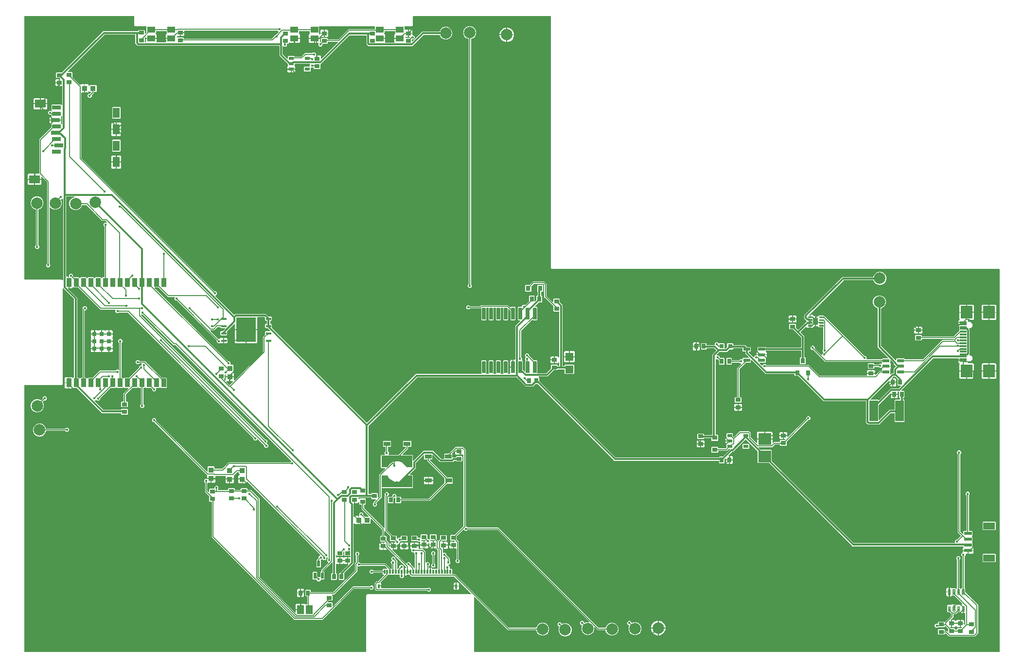
<source format=gbr>
G04 EAGLE Gerber RS-274X export*
G75*
%MOMM*%
%FSLAX34Y34*%
%LPD*%
%INTop Copper*%
%IPPOS*%
%AMOC8*
5,1,8,0,0,1.08239X$1,22.5*%
G01*
G04 Define Apertures*
%ADD10R,1.400000X1.050000*%
%ADD11R,0.900000X0.700000*%
%ADD12R,1.400000X1.400000*%
%ADD13R,0.700000X0.900000*%
%ADD14R,2.200000X2.000000*%
%ADD15R,0.800000X0.800000*%
%ADD16R,1.200000X0.600000*%
%ADD17R,0.940000X0.970000*%
%ADD18R,0.970000X0.940000*%
%ADD19R,0.900000X0.800000*%
%ADD20R,1.150000X0.800000*%
%ADD21R,0.800000X0.900000*%
%ADD22R,0.900000X0.600000*%
%ADD23R,0.300000X0.800000*%
%ADD24R,0.400000X0.800000*%
%ADD25R,1.150000X0.300000*%
%ADD26R,2.000000X2.180000*%
%ADD27R,2.000000X1.200000*%
%ADD28R,1.350000X0.600000*%
%ADD29R,1.200000X1.800000*%
%ADD30R,1.900000X1.400000*%
%ADD31R,1.500000X0.700000*%
%ADD32R,0.762000X0.635000*%
%ADD33R,1.200000X0.550000*%
%ADD34R,1.500000X3.600000*%
%ADD35R,0.500000X1.050000*%
%ADD36C,0.125000*%
%ADD37R,1.168400X1.600200*%
%ADD38C,2.000000*%
%ADD39C,0.110000*%
%ADD40R,3.400000X4.300000*%
%ADD41R,0.900000X1.500000*%
%ADD42C,0.147500*%
%ADD43C,0.067500*%
%ADD44C,0.105600*%
%ADD45R,0.900000X1.300000*%
%ADD46C,0.150000*%
%ADD47C,0.452400*%
%ADD48C,0.300000*%
G36*
X1699535Y-229940D02*
X1699238Y-230000D01*
X785524Y-230000D01*
X785249Y-229949D01*
X784994Y-229785D01*
X784822Y-229535D01*
X784762Y-229238D01*
X784762Y-134353D01*
X784809Y-134090D01*
X784968Y-133832D01*
X785216Y-133657D01*
X785512Y-133591D01*
X785810Y-133647D01*
X786063Y-133815D01*
X844013Y-191765D01*
X892382Y-191765D01*
X892662Y-191818D01*
X892916Y-191984D01*
X893086Y-192235D01*
X894846Y-196484D01*
X898016Y-199654D01*
X902158Y-201370D01*
X906642Y-201370D01*
X910784Y-199654D01*
X913954Y-196484D01*
X915670Y-192342D01*
X915670Y-187858D01*
X913954Y-183716D01*
X910784Y-180546D01*
X906642Y-178830D01*
X902158Y-178830D01*
X898016Y-180546D01*
X894846Y-183716D01*
X893380Y-187255D01*
X893223Y-187493D01*
X892973Y-187665D01*
X892676Y-187725D01*
X846002Y-187725D01*
X845716Y-187669D01*
X845464Y-187502D01*
X752199Y-94238D01*
X747432Y-94238D01*
X747157Y-94186D01*
X746902Y-94023D01*
X746730Y-93773D01*
X746670Y-93476D01*
X746670Y-85574D01*
X745926Y-84830D01*
X743192Y-84830D01*
X742917Y-84779D01*
X742661Y-84615D01*
X742490Y-84365D01*
X742430Y-84068D01*
X742430Y-80945D01*
X740415Y-78930D01*
X740262Y-78711D01*
X740193Y-78416D01*
X740243Y-78117D01*
X740407Y-77861D01*
X740657Y-77690D01*
X740954Y-77630D01*
X741746Y-77630D01*
X743815Y-75561D01*
X743815Y-72635D01*
X742526Y-71346D01*
X742363Y-71104D01*
X742303Y-70807D01*
X742303Y-66336D01*
X737113Y-61146D01*
X736950Y-60904D01*
X736890Y-60607D01*
X736890Y-58785D01*
X734821Y-56716D01*
X731895Y-56716D01*
X731831Y-56779D01*
X731611Y-56932D01*
X731316Y-57002D01*
X731017Y-56951D01*
X730762Y-56788D01*
X730590Y-56538D01*
X730530Y-56240D01*
X730530Y-50802D01*
X730581Y-50527D01*
X730745Y-50272D01*
X730995Y-50100D01*
X731138Y-50071D01*
X731138Y-37960D01*
X729179Y-37960D01*
X728916Y-37913D01*
X728657Y-37754D01*
X728482Y-37506D01*
X728417Y-37210D01*
X728473Y-36912D01*
X728640Y-36659D01*
X729306Y-35993D01*
X729548Y-35830D01*
X729845Y-35770D01*
X736926Y-35770D01*
X737670Y-35026D01*
X737670Y-26974D01*
X736926Y-26230D01*
X726874Y-26230D01*
X726130Y-26974D01*
X726130Y-33140D01*
X726074Y-33426D01*
X725907Y-33679D01*
X723855Y-35731D01*
X723625Y-35889D01*
X723328Y-35954D01*
X723030Y-35898D01*
X722777Y-35731D01*
X719993Y-32946D01*
X719830Y-32705D01*
X719770Y-32408D01*
X719770Y-25974D01*
X719026Y-25230D01*
X708974Y-25230D01*
X708230Y-25974D01*
X708230Y-33133D01*
X708183Y-33396D01*
X708024Y-33654D01*
X707776Y-33830D01*
X707480Y-33895D01*
X707182Y-33839D01*
X706929Y-33672D01*
X706428Y-33171D01*
X704632Y-33171D01*
X704357Y-33119D01*
X704102Y-32956D01*
X703930Y-32706D01*
X703870Y-32409D01*
X703870Y-25974D01*
X703126Y-25230D01*
X693074Y-25230D01*
X692330Y-25974D01*
X692330Y-29698D01*
X692283Y-29961D01*
X692124Y-30219D01*
X691876Y-30395D01*
X691580Y-30460D01*
X691282Y-30404D01*
X691276Y-30401D01*
X688265Y-30401D01*
X688051Y-30550D01*
X687756Y-30620D01*
X687457Y-30569D01*
X687202Y-30405D01*
X687030Y-30155D01*
X686970Y-29858D01*
X686970Y-27974D01*
X686226Y-27230D01*
X676174Y-27230D01*
X675430Y-27974D01*
X675430Y-36026D01*
X676174Y-36770D01*
X686226Y-36770D01*
X686360Y-36636D01*
X686591Y-36478D01*
X686887Y-36413D01*
X687185Y-36468D01*
X687438Y-36636D01*
X688267Y-37465D01*
X690298Y-37465D01*
X690573Y-37516D01*
X690828Y-37679D01*
X691000Y-37929D01*
X691060Y-38227D01*
X691060Y-42238D01*
X697338Y-42238D01*
X697338Y-36960D01*
X693537Y-36960D01*
X693274Y-36913D01*
X693016Y-36754D01*
X692840Y-36506D01*
X692775Y-36210D01*
X692831Y-35912D01*
X692998Y-35659D01*
X693293Y-35364D01*
X693313Y-35257D01*
X693477Y-35002D01*
X693727Y-34830D01*
X694024Y-34770D01*
X699860Y-34770D01*
X700146Y-34826D01*
X700399Y-34993D01*
X701065Y-35659D01*
X701218Y-35879D01*
X701288Y-36174D01*
X701237Y-36473D01*
X701074Y-36728D01*
X700823Y-36900D01*
X700526Y-36960D01*
X698862Y-36960D01*
X698862Y-42238D01*
X705140Y-42238D01*
X705140Y-40997D01*
X705191Y-40722D01*
X705355Y-40466D01*
X705605Y-40295D01*
X705902Y-40235D01*
X706198Y-40235D01*
X706473Y-40286D01*
X706728Y-40449D01*
X706900Y-40699D01*
X706960Y-40997D01*
X706960Y-42238D01*
X713238Y-42238D01*
X713238Y-36960D01*
X709259Y-36960D01*
X708984Y-36909D01*
X708729Y-36745D01*
X708557Y-36495D01*
X708497Y-36198D01*
X708497Y-35532D01*
X708548Y-35257D01*
X708712Y-35002D01*
X708962Y-34830D01*
X709259Y-34770D01*
X715788Y-34770D01*
X716074Y-34826D01*
X716326Y-34993D01*
X716992Y-35659D01*
X717145Y-35879D01*
X717215Y-36174D01*
X717164Y-36473D01*
X717001Y-36728D01*
X716751Y-36900D01*
X716454Y-36960D01*
X714762Y-36960D01*
X714762Y-49040D01*
X718285Y-49040D01*
X718571Y-49096D01*
X718824Y-49263D01*
X721419Y-51859D01*
X721582Y-52100D01*
X721643Y-52397D01*
X721643Y-84068D01*
X721591Y-84343D01*
X721428Y-84598D01*
X721178Y-84770D01*
X720881Y-84830D01*
X716844Y-84830D01*
X716708Y-84923D01*
X716412Y-84988D01*
X716114Y-84933D01*
X715959Y-84830D01*
X713038Y-84830D01*
X712752Y-84774D01*
X712499Y-84607D01*
X711670Y-83778D01*
X711518Y-83560D01*
X709662Y-83560D01*
X709662Y-90862D01*
X708138Y-90862D01*
X708138Y-83560D01*
X707055Y-83560D01*
X706780Y-83509D01*
X706524Y-83345D01*
X706353Y-83095D01*
X706293Y-82798D01*
X706293Y-80158D01*
X706348Y-79872D01*
X706516Y-79619D01*
X707805Y-78331D01*
X707805Y-75405D01*
X705736Y-73336D01*
X702810Y-73336D01*
X702053Y-74092D01*
X701834Y-74245D01*
X701539Y-74315D01*
X701240Y-74264D01*
X700984Y-74100D01*
X700813Y-73850D01*
X700753Y-73553D01*
X700753Y-55256D01*
X696107Y-50610D01*
X689002Y-50610D01*
X688727Y-50559D01*
X688472Y-50395D01*
X688300Y-50145D01*
X688240Y-49848D01*
X688240Y-45762D01*
X674160Y-45762D01*
X674160Y-49552D01*
X675587Y-50979D01*
X675750Y-51221D01*
X675811Y-51518D01*
X675811Y-54093D01*
X677880Y-56162D01*
X679896Y-56162D01*
X680171Y-56213D01*
X680426Y-56377D01*
X680598Y-56627D01*
X680658Y-56924D01*
X680658Y-58941D01*
X681947Y-60229D01*
X682110Y-60471D01*
X682170Y-60768D01*
X682170Y-83309D01*
X682123Y-83572D01*
X681964Y-83830D01*
X681716Y-84005D01*
X681420Y-84071D01*
X681122Y-84015D01*
X680869Y-83847D01*
X674788Y-77766D01*
X674625Y-77524D01*
X674565Y-77227D01*
X674565Y-75405D01*
X672496Y-73336D01*
X669570Y-73336D01*
X667386Y-75519D01*
X667155Y-75677D01*
X666859Y-75742D01*
X666561Y-75687D01*
X666308Y-75519D01*
X643130Y-52341D01*
X642977Y-52121D01*
X642907Y-51826D01*
X642958Y-51527D01*
X643122Y-51272D01*
X643372Y-51100D01*
X643638Y-51046D01*
X643638Y-45762D01*
X636979Y-45762D01*
X636979Y-45376D01*
X636906Y-45428D01*
X636610Y-45493D01*
X636312Y-45437D01*
X636059Y-45270D01*
X635881Y-45091D01*
X635718Y-44850D01*
X635658Y-44553D01*
X635658Y-38636D01*
X633093Y-36071D01*
X632930Y-35830D01*
X632870Y-35533D01*
X632870Y-28574D01*
X632126Y-27830D01*
X629495Y-27830D01*
X629220Y-27779D01*
X628964Y-27615D01*
X628793Y-27365D01*
X628733Y-27068D01*
X628733Y-19874D01*
X628779Y-19611D01*
X628939Y-19352D01*
X629186Y-19177D01*
X629482Y-19112D01*
X629780Y-19168D01*
X630033Y-19335D01*
X638407Y-27709D01*
X638570Y-27950D01*
X638630Y-28247D01*
X638630Y-36026D01*
X639374Y-36770D01*
X646460Y-36770D01*
X646746Y-36826D01*
X646999Y-36993D01*
X647665Y-37659D01*
X647818Y-37879D01*
X647888Y-38174D01*
X647837Y-38473D01*
X647674Y-38728D01*
X647423Y-38900D01*
X647126Y-38960D01*
X645162Y-38960D01*
X645162Y-44238D01*
X651440Y-44238D01*
X651440Y-43074D01*
X651491Y-42799D01*
X651655Y-42544D01*
X651905Y-42372D01*
X652202Y-42312D01*
X653106Y-42312D01*
X654959Y-40458D01*
X655179Y-40305D01*
X655418Y-40249D01*
X655406Y-40241D01*
X655235Y-39991D01*
X655175Y-39694D01*
X655175Y-38227D01*
X655226Y-37952D01*
X655389Y-37696D01*
X655639Y-37525D01*
X655937Y-37465D01*
X656568Y-37465D01*
X657229Y-36803D01*
X657460Y-36645D01*
X657756Y-36580D01*
X658054Y-36636D01*
X658257Y-36770D01*
X668326Y-36770D01*
X669070Y-36026D01*
X669070Y-27974D01*
X668326Y-27230D01*
X658274Y-27230D01*
X657530Y-27974D01*
X657530Y-29639D01*
X657479Y-29913D01*
X657315Y-30169D01*
X657065Y-30340D01*
X656768Y-30401D01*
X653642Y-30401D01*
X651471Y-32572D01*
X651251Y-32725D01*
X650956Y-32795D01*
X650657Y-32744D01*
X650402Y-32580D01*
X650230Y-32330D01*
X650170Y-32033D01*
X650170Y-27974D01*
X649426Y-27230D01*
X643957Y-27230D01*
X643671Y-27174D01*
X643419Y-27007D01*
X633803Y-17391D01*
X633640Y-17150D01*
X633580Y-16853D01*
X633580Y40398D01*
X633636Y40684D01*
X633803Y40936D01*
X634124Y41257D01*
X634311Y41383D01*
X636477Y43550D01*
X636477Y46476D01*
X634408Y48545D01*
X631482Y48545D01*
X629413Y46476D01*
X629413Y43550D01*
X629519Y43443D01*
X629677Y43213D01*
X629742Y42917D01*
X629687Y42619D01*
X629540Y42397D01*
X629540Y-13366D01*
X629493Y-13629D01*
X629334Y-13888D01*
X629086Y-14063D01*
X628790Y-14128D01*
X628492Y-14072D01*
X628239Y-13905D01*
X593638Y20696D01*
X593475Y20938D01*
X593415Y21235D01*
X593415Y26068D01*
X593466Y26343D01*
X593630Y26598D01*
X593880Y26770D01*
X594177Y26830D01*
X595826Y26830D01*
X596570Y27574D01*
X596570Y36626D01*
X595826Y37370D01*
X585774Y37370D01*
X585141Y36737D01*
X584921Y36584D01*
X584626Y36514D01*
X584327Y36565D01*
X584072Y36728D01*
X583900Y36978D01*
X583840Y37276D01*
X583840Y38711D01*
X583891Y38985D01*
X584055Y39241D01*
X584305Y39412D01*
X584602Y39473D01*
X605268Y39473D01*
X605543Y39421D01*
X605798Y39258D01*
X605970Y39008D01*
X606030Y38711D01*
X606030Y37074D01*
X606774Y36330D01*
X613334Y36330D01*
X613597Y36283D01*
X613855Y36124D01*
X614030Y35876D01*
X614096Y35580D01*
X614040Y35282D01*
X613872Y35029D01*
X610150Y31307D01*
X610150Y30298D01*
X610094Y30012D01*
X609927Y29759D01*
X608638Y28471D01*
X608638Y25545D01*
X610707Y23476D01*
X613633Y23476D01*
X615702Y25545D01*
X615702Y28471D01*
X614903Y29269D01*
X614745Y29500D01*
X614680Y29796D01*
X614736Y30094D01*
X614903Y30347D01*
X623885Y39328D01*
X623885Y54808D01*
X623936Y55083D01*
X624100Y55338D01*
X624350Y55510D01*
X624647Y55570D01*
X677332Y55570D01*
X677620Y55599D01*
X677860Y55672D01*
X678080Y55792D01*
X678273Y55952D01*
X678430Y56148D01*
X678546Y56371D01*
X678616Y56615D01*
X678640Y56875D01*
X678640Y77122D01*
X678611Y77410D01*
X678538Y77650D01*
X678418Y77870D01*
X678258Y78063D01*
X678062Y78220D01*
X677840Y78336D01*
X677595Y78406D01*
X677335Y78430D01*
X674197Y78430D01*
X673934Y78477D01*
X673676Y78636D01*
X673500Y78884D01*
X673435Y79180D01*
X673491Y79478D01*
X673658Y79731D01*
X683498Y89570D01*
X683498Y98950D01*
X683553Y99235D01*
X683721Y99488D01*
X696879Y112647D01*
X697099Y112800D01*
X697394Y112870D01*
X697693Y112819D01*
X697948Y112655D01*
X698120Y112405D01*
X698180Y112108D01*
X698180Y106274D01*
X698924Y105530D01*
X702876Y105530D01*
X703150Y105479D01*
X703406Y105315D01*
X703577Y105065D01*
X703638Y104768D01*
X703638Y103038D01*
X733557Y73119D01*
X733720Y72877D01*
X733780Y72580D01*
X733780Y65227D01*
X733724Y64941D01*
X733557Y64689D01*
X706429Y37561D01*
X706187Y37398D01*
X705890Y37338D01*
X658532Y37338D01*
X658257Y37389D01*
X658002Y37552D01*
X657830Y37802D01*
X657770Y38100D01*
X657770Y39926D01*
X657026Y40670D01*
X650397Y40670D01*
X650122Y40721D01*
X649866Y40885D01*
X649695Y41135D01*
X649635Y41432D01*
X649635Y43706D01*
X647566Y45775D01*
X644640Y45775D01*
X642571Y43706D01*
X642571Y41883D01*
X642515Y41597D01*
X642347Y41344D01*
X641896Y40893D01*
X641655Y40730D01*
X641358Y40670D01*
X635974Y40670D01*
X635230Y39926D01*
X635230Y29874D01*
X635974Y29130D01*
X644026Y29130D01*
X644770Y29874D01*
X644770Y37738D01*
X644826Y38024D01*
X644993Y38276D01*
X645204Y38487D01*
X645446Y38650D01*
X645743Y38711D01*
X647468Y38711D01*
X647743Y38659D01*
X647998Y38496D01*
X648170Y38246D01*
X648230Y37949D01*
X648230Y29874D01*
X648974Y29130D01*
X657026Y29130D01*
X657770Y29874D01*
X657770Y32536D01*
X657821Y32810D01*
X657985Y33066D01*
X658235Y33237D01*
X658532Y33298D01*
X707879Y33298D01*
X737889Y63307D01*
X738130Y63470D01*
X738427Y63530D01*
X747076Y63530D01*
X747820Y64274D01*
X747820Y73326D01*
X747076Y74070D01*
X738635Y74070D01*
X738349Y74126D01*
X738096Y74293D01*
X708160Y104229D01*
X708007Y104449D01*
X707937Y104744D01*
X707988Y105043D01*
X708152Y105298D01*
X708402Y105470D01*
X708699Y105530D01*
X711476Y105530D01*
X712220Y106274D01*
X712220Y112331D01*
X712267Y112594D01*
X712426Y112852D01*
X712674Y113027D01*
X712970Y113092D01*
X713268Y113037D01*
X713521Y112869D01*
X725285Y101105D01*
X748355Y101105D01*
X750209Y102959D01*
X750451Y103122D01*
X750748Y103183D01*
X752668Y103183D01*
X752943Y103131D01*
X753198Y102968D01*
X753370Y102718D01*
X753391Y102613D01*
X754174Y101830D01*
X764226Y101830D01*
X764970Y102574D01*
X764970Y110626D01*
X764226Y111370D01*
X754174Y111370D01*
X753430Y110626D01*
X753430Y109485D01*
X753379Y109210D01*
X753215Y108954D01*
X752965Y108783D01*
X752668Y108723D01*
X747982Y108723D01*
X747707Y108774D01*
X747452Y108937D01*
X747280Y109187D01*
X747220Y109485D01*
X747220Y115358D01*
X747131Y115488D01*
X747066Y115784D01*
X747121Y116082D01*
X747289Y116335D01*
X750859Y119905D01*
X751079Y120058D01*
X751374Y120128D01*
X751673Y120077D01*
X751779Y120009D01*
X751779Y120362D01*
X759962Y120362D01*
X759962Y113560D01*
X764752Y113560D01*
X765354Y114162D01*
X765574Y114315D01*
X765869Y114385D01*
X766168Y114334D01*
X766423Y114171D01*
X766595Y113921D01*
X766655Y113623D01*
X766655Y-9928D01*
X766599Y-10214D01*
X766432Y-10466D01*
X751091Y-25807D01*
X750850Y-25970D01*
X750553Y-26030D01*
X744074Y-26030D01*
X743330Y-26774D01*
X743330Y-34826D01*
X744074Y-35570D01*
X750520Y-35570D01*
X750806Y-35626D01*
X751059Y-35793D01*
X751725Y-36459D01*
X751878Y-36679D01*
X751948Y-36974D01*
X751897Y-37273D01*
X751734Y-37528D01*
X751483Y-37700D01*
X751186Y-37760D01*
X749862Y-37760D01*
X749862Y-49840D01*
X753428Y-49840D01*
X753703Y-49891D01*
X753958Y-50055D01*
X754130Y-50305D01*
X754190Y-50602D01*
X754190Y-68037D01*
X754134Y-68323D01*
X753967Y-68576D01*
X752678Y-69865D01*
X752678Y-72791D01*
X754747Y-74860D01*
X757673Y-74860D01*
X759742Y-72791D01*
X759742Y-69865D01*
X758453Y-68576D01*
X758290Y-68334D01*
X758230Y-68037D01*
X758230Y-37251D01*
X755093Y-34114D01*
X754930Y-33872D01*
X754870Y-33575D01*
X754870Y-28057D01*
X754926Y-27771D01*
X755093Y-27519D01*
X766028Y-16583D01*
X766259Y-16425D01*
X766555Y-16360D01*
X766853Y-16416D01*
X767106Y-16583D01*
X769290Y-18767D01*
X772216Y-18767D01*
X773504Y-17478D01*
X773746Y-17315D01*
X774043Y-17255D01*
X825693Y-17255D01*
X825979Y-17311D01*
X826231Y-17478D01*
X985282Y-176529D01*
X985435Y-176749D01*
X985505Y-177044D01*
X985454Y-177343D01*
X985291Y-177598D01*
X985041Y-177770D01*
X984744Y-177830D01*
X980858Y-177830D01*
X977548Y-179201D01*
X977281Y-179259D01*
X976982Y-179208D01*
X976726Y-179044D01*
X976555Y-178794D01*
X976495Y-178497D01*
X976495Y-177895D01*
X974426Y-175826D01*
X971500Y-175826D01*
X969431Y-177895D01*
X969431Y-180821D01*
X971500Y-182890D01*
X972334Y-182890D01*
X972603Y-182939D01*
X972859Y-183100D01*
X973033Y-183349D01*
X973095Y-183645D01*
X973038Y-183943D01*
X971830Y-186858D01*
X971830Y-191342D01*
X973546Y-195484D01*
X976716Y-198654D01*
X980858Y-200370D01*
X985342Y-200370D01*
X989484Y-198654D01*
X992654Y-195484D01*
X994370Y-191342D01*
X994370Y-187456D01*
X994417Y-187193D01*
X994576Y-186935D01*
X994824Y-186760D01*
X995120Y-186694D01*
X995418Y-186750D01*
X995671Y-186918D01*
X1000518Y-191765D01*
X1013082Y-191765D01*
X1013362Y-191818D01*
X1013616Y-191984D01*
X1013786Y-192235D01*
X1015546Y-196484D01*
X1018716Y-199654D01*
X1022858Y-201370D01*
X1027342Y-201370D01*
X1031484Y-199654D01*
X1034654Y-196484D01*
X1036370Y-192342D01*
X1036370Y-187858D01*
X1034654Y-183716D01*
X1031484Y-180546D01*
X1027342Y-178830D01*
X1022858Y-178830D01*
X1018716Y-180546D01*
X1015546Y-183716D01*
X1014080Y-187255D01*
X1013923Y-187493D01*
X1013673Y-187665D01*
X1013376Y-187725D01*
X1002507Y-187725D01*
X1002221Y-187669D01*
X1001969Y-187502D01*
X827682Y-13215D01*
X774043Y-13215D01*
X773757Y-13159D01*
X773504Y-12992D01*
X772216Y-11703D01*
X771457Y-11703D01*
X771182Y-11652D01*
X770927Y-11488D01*
X770755Y-11238D01*
X770695Y-10941D01*
X770695Y122024D01*
X765357Y127363D01*
X752603Y127363D01*
X741534Y116293D01*
X741292Y116130D01*
X740995Y116070D01*
X733924Y116070D01*
X733180Y115326D01*
X733180Y107407D01*
X733129Y107132D01*
X732965Y106877D01*
X732715Y106705D01*
X732418Y106645D01*
X727896Y106645D01*
X727610Y106701D01*
X727357Y106868D01*
X713730Y120495D01*
X696893Y120495D01*
X679941Y103543D01*
X679721Y103390D01*
X679426Y103320D01*
X679127Y103371D01*
X678872Y103535D01*
X678700Y103785D01*
X678640Y104082D01*
X678640Y112122D01*
X678611Y112410D01*
X678538Y112650D01*
X678418Y112870D01*
X678258Y113063D01*
X678062Y113220D01*
X677840Y113336D01*
X677595Y113406D01*
X677335Y113430D01*
X661046Y113430D01*
X660783Y113477D01*
X660525Y113636D01*
X660350Y113884D01*
X660284Y114180D01*
X660340Y114478D01*
X660508Y114731D01*
X670283Y124506D01*
X670283Y126768D01*
X670334Y127043D01*
X670497Y127298D01*
X670747Y127470D01*
X671045Y127530D01*
X674876Y127530D01*
X675620Y128274D01*
X675620Y137326D01*
X674876Y138070D01*
X662324Y138070D01*
X661580Y137326D01*
X661580Y128274D01*
X662324Y127530D01*
X665481Y127530D01*
X665755Y127479D01*
X666011Y127315D01*
X666182Y127065D01*
X666243Y126768D01*
X666243Y126495D01*
X666187Y126209D01*
X666019Y125956D01*
X653716Y113653D01*
X653475Y113490D01*
X653178Y113430D01*
X636870Y113430D01*
X636606Y113477D01*
X636348Y113636D01*
X636173Y113884D01*
X636108Y114180D01*
X636163Y114478D01*
X636331Y114731D01*
X636477Y114877D01*
X636477Y117803D01*
X635188Y119092D01*
X635025Y119333D01*
X634965Y119631D01*
X634965Y126768D01*
X635016Y127043D01*
X635180Y127298D01*
X635430Y127470D01*
X635727Y127530D01*
X639876Y127530D01*
X640620Y128274D01*
X640620Y137326D01*
X639876Y138070D01*
X627324Y138070D01*
X626580Y137326D01*
X626580Y128274D01*
X627324Y127530D01*
X630163Y127530D01*
X630438Y127479D01*
X630693Y127315D01*
X630865Y127065D01*
X630925Y126768D01*
X630925Y119631D01*
X630869Y119345D01*
X630702Y119092D01*
X629413Y117803D01*
X629413Y114877D01*
X629559Y114731D01*
X629712Y114511D01*
X629782Y114216D01*
X629731Y113917D01*
X629568Y113662D01*
X629318Y113490D01*
X629020Y113430D01*
X624068Y113430D01*
X623780Y113401D01*
X623540Y113328D01*
X623320Y113208D01*
X623127Y113048D01*
X622970Y112852D01*
X622854Y112630D01*
X622784Y112385D01*
X622760Y112125D01*
X622760Y91878D01*
X622789Y91590D01*
X622862Y91350D01*
X622982Y91130D01*
X623142Y90937D01*
X623338Y90780D01*
X623561Y90664D01*
X623805Y90594D01*
X624065Y90570D01*
X629486Y90570D01*
X629749Y90523D01*
X630008Y90364D01*
X630183Y90116D01*
X630248Y89820D01*
X630192Y89522D01*
X630025Y89269D01*
X619845Y79089D01*
X619845Y41317D01*
X619789Y41031D01*
X619622Y40779D01*
X618871Y40028D01*
X618651Y39875D01*
X618356Y39805D01*
X618057Y39856D01*
X617802Y40019D01*
X617630Y40269D01*
X617570Y40566D01*
X617570Y46126D01*
X616826Y46870D01*
X606774Y46870D01*
X606030Y46126D01*
X606030Y45775D01*
X605979Y45500D01*
X605815Y45244D01*
X605565Y45073D01*
X605268Y45013D01*
X601852Y45013D01*
X601577Y45064D01*
X601322Y45227D01*
X601150Y45477D01*
X601090Y45775D01*
X601090Y163325D01*
X601125Y163554D01*
X601272Y163819D01*
X601511Y164006D01*
X601970Y164236D01*
X602069Y164533D01*
X602253Y164831D01*
X685807Y248384D01*
X686048Y248547D01*
X686346Y248608D01*
X857434Y248608D01*
X857675Y248568D01*
X858220Y248387D01*
X858354Y248454D01*
X858683Y248534D01*
X858981Y248479D01*
X859234Y248311D01*
X874865Y232680D01*
X887547Y232680D01*
X891774Y236907D01*
X892016Y237070D01*
X892313Y237130D01*
X895030Y237130D01*
X895315Y237074D01*
X895568Y236907D01*
X1029293Y103183D01*
X1210868Y103183D01*
X1211143Y103131D01*
X1211398Y102968D01*
X1211570Y102718D01*
X1211630Y102421D01*
X1211630Y99674D01*
X1212374Y98930D01*
X1220426Y98930D01*
X1221170Y99674D01*
X1221170Y105475D01*
X1221226Y105760D01*
X1221393Y106013D01*
X1222059Y106679D01*
X1222279Y106832D01*
X1222574Y106902D01*
X1222873Y106851D01*
X1223128Y106688D01*
X1223300Y106438D01*
X1223360Y106141D01*
X1223360Y105462D01*
X1228638Y105462D01*
X1228638Y111823D01*
X1228438Y111946D01*
X1228263Y112194D01*
X1228198Y112490D01*
X1228253Y112788D01*
X1228421Y113041D01*
X1234267Y118887D01*
X1234508Y119050D01*
X1234806Y119110D01*
X1236567Y119110D01*
X1257387Y139930D01*
X1257618Y140088D01*
X1257914Y140153D01*
X1258212Y140098D01*
X1258465Y139930D01*
X1278607Y119788D01*
X1278770Y119547D01*
X1278830Y119250D01*
X1278830Y100474D01*
X1279574Y99730D01*
X1298350Y99730D01*
X1298635Y99674D01*
X1298888Y99507D01*
X1444100Y-45705D01*
X1636308Y-45705D01*
X1636583Y-45756D01*
X1636838Y-45920D01*
X1637010Y-46170D01*
X1637070Y-46467D01*
X1637070Y-46726D01*
X1637107Y-46763D01*
X1637265Y-46994D01*
X1637330Y-47290D01*
X1637275Y-47588D01*
X1637107Y-47841D01*
X1635800Y-49148D01*
X1635800Y-52438D01*
X1654380Y-52438D01*
X1654380Y-49148D01*
X1653073Y-47841D01*
X1652915Y-47610D01*
X1652850Y-47314D01*
X1652905Y-47016D01*
X1653073Y-46763D01*
X1653110Y-46726D01*
X1653110Y-39674D01*
X1652175Y-38739D01*
X1652017Y-38508D01*
X1651952Y-38212D01*
X1652007Y-37914D01*
X1652175Y-37661D01*
X1653110Y-36726D01*
X1653110Y-29674D01*
X1652175Y-28739D01*
X1652017Y-28508D01*
X1651952Y-28212D01*
X1652007Y-27914D01*
X1652175Y-27661D01*
X1653110Y-26726D01*
X1653110Y-19674D01*
X1652366Y-18930D01*
X1647470Y-18930D01*
X1647195Y-18879D01*
X1646939Y-18715D01*
X1646768Y-18465D01*
X1646708Y-18168D01*
X1646708Y42414D01*
X1646763Y42700D01*
X1646931Y42953D01*
X1648220Y44242D01*
X1648220Y47168D01*
X1646151Y49237D01*
X1643225Y49237D01*
X1641156Y47168D01*
X1641156Y44242D01*
X1642444Y42953D01*
X1642607Y42712D01*
X1642668Y42414D01*
X1642668Y-18168D01*
X1642616Y-18443D01*
X1642453Y-18698D01*
X1642203Y-18870D01*
X1641906Y-18930D01*
X1637814Y-18930D01*
X1637070Y-19674D01*
X1637070Y-23696D01*
X1637023Y-23959D01*
X1636864Y-24218D01*
X1636616Y-24393D01*
X1636320Y-24458D01*
X1636022Y-24402D01*
X1635769Y-24235D01*
X1631696Y-20161D01*
X1631533Y-19920D01*
X1631473Y-19623D01*
X1631473Y114434D01*
X1631528Y114720D01*
X1631696Y114973D01*
X1632985Y116262D01*
X1632985Y119188D01*
X1630916Y121257D01*
X1627990Y121257D01*
X1625921Y119188D01*
X1625921Y116262D01*
X1627209Y114973D01*
X1627372Y114732D01*
X1627433Y114434D01*
X1627433Y-21612D01*
X1632636Y-26815D01*
X1632794Y-27045D01*
X1632859Y-27342D01*
X1632803Y-27640D01*
X1632636Y-27893D01*
X1626888Y-33640D01*
X1626647Y-33803D01*
X1626350Y-33863D01*
X1624527Y-33863D01*
X1622458Y-35932D01*
X1622458Y-38858D01*
X1622464Y-38864D01*
X1622617Y-39084D01*
X1622687Y-39379D01*
X1622636Y-39678D01*
X1622473Y-39933D01*
X1622223Y-40105D01*
X1621925Y-40165D01*
X1446711Y-40165D01*
X1446425Y-40109D01*
X1446172Y-39942D01*
X1303593Y102637D01*
X1303430Y102878D01*
X1303370Y103176D01*
X1303370Y121526D01*
X1302626Y122270D01*
X1284276Y122270D01*
X1283990Y122326D01*
X1283737Y122493D01*
X1280746Y125484D01*
X1280593Y125704D01*
X1280523Y125999D01*
X1280574Y126298D01*
X1280737Y126553D01*
X1280987Y126725D01*
X1281285Y126785D01*
X1304122Y126785D01*
X1308746Y131409D01*
X1308988Y131572D01*
X1309285Y131633D01*
X1316968Y131633D01*
X1317243Y131581D01*
X1317498Y131418D01*
X1317670Y131168D01*
X1317730Y130871D01*
X1317730Y130174D01*
X1318474Y129430D01*
X1328526Y129430D01*
X1329270Y130174D01*
X1329270Y136383D01*
X1329326Y136669D01*
X1329493Y136921D01*
X1366097Y173525D01*
X1366338Y173688D01*
X1366635Y173748D01*
X1368458Y173748D01*
X1370527Y175817D01*
X1370527Y178743D01*
X1368458Y180812D01*
X1365532Y180812D01*
X1363463Y178743D01*
X1363463Y176920D01*
X1363407Y176634D01*
X1363240Y176382D01*
X1331841Y144983D01*
X1331621Y144830D01*
X1331326Y144760D01*
X1331027Y144811D01*
X1330772Y144974D01*
X1330600Y145224D01*
X1330540Y145521D01*
X1330540Y146438D01*
X1324262Y146438D01*
X1324262Y141160D01*
X1326179Y141160D01*
X1326442Y141113D01*
X1326700Y140954D01*
X1326875Y140706D01*
X1326941Y140410D01*
X1326885Y140112D01*
X1326717Y139859D01*
X1326051Y139193D01*
X1325810Y139030D01*
X1325513Y138970D01*
X1318474Y138970D01*
X1317730Y138226D01*
X1317730Y136435D01*
X1317679Y136160D01*
X1317515Y135904D01*
X1317265Y135733D01*
X1316968Y135673D01*
X1307296Y135673D01*
X1305941Y134318D01*
X1305721Y134165D01*
X1305426Y134095D01*
X1305127Y134146D01*
X1304872Y134309D01*
X1304700Y134559D01*
X1304640Y134856D01*
X1304640Y140238D01*
X1277560Y140238D01*
X1277560Y134989D01*
X1277513Y134726D01*
X1277354Y134467D01*
X1277106Y134292D01*
X1276810Y134227D01*
X1276512Y134283D01*
X1276259Y134450D01*
X1267441Y143269D01*
X1267278Y143510D01*
X1267218Y143807D01*
X1267218Y151802D01*
X1264649Y154370D01*
X1247048Y154370D01*
X1237690Y145012D01*
X1237460Y144854D01*
X1237163Y144789D01*
X1236865Y144844D01*
X1236612Y145012D01*
X1236093Y145531D01*
X1235930Y145773D01*
X1235870Y146070D01*
X1235870Y150726D01*
X1235126Y151470D01*
X1225074Y151470D01*
X1224330Y150726D01*
X1224330Y143407D01*
X1224340Y143360D01*
X1224285Y143062D01*
X1224117Y142809D01*
X1223060Y141752D01*
X1223060Y138462D01*
X1230862Y138462D01*
X1230862Y136938D01*
X1223060Y136938D01*
X1223060Y133648D01*
X1224117Y132591D01*
X1224275Y132360D01*
X1224340Y132064D01*
X1224330Y132009D01*
X1224330Y125735D01*
X1224274Y125449D01*
X1224107Y125196D01*
X1223726Y124816D01*
X1223485Y124653D01*
X1223188Y124593D01*
X1210932Y124593D01*
X1210657Y124644D01*
X1210402Y124807D01*
X1210230Y125057D01*
X1210170Y125355D01*
X1210170Y126826D01*
X1209426Y127570D01*
X1199374Y127570D01*
X1198630Y126826D01*
X1198630Y117774D01*
X1199374Y117030D01*
X1209426Y117030D01*
X1210170Y117774D01*
X1210170Y119791D01*
X1210221Y120065D01*
X1210385Y120321D01*
X1210635Y120492D01*
X1210932Y120553D01*
X1225177Y120553D01*
X1228331Y123707D01*
X1228573Y123870D01*
X1228870Y123930D01*
X1229636Y123930D01*
X1229899Y123883D01*
X1230157Y123724D01*
X1230332Y123476D01*
X1230397Y123180D01*
X1230342Y122882D01*
X1230174Y122629D01*
X1218238Y110693D01*
X1217997Y110530D01*
X1217700Y110470D01*
X1212374Y110470D01*
X1211630Y109726D01*
X1211630Y109485D01*
X1211579Y109210D01*
X1211415Y108954D01*
X1211165Y108783D01*
X1210868Y108723D01*
X1031903Y108723D01*
X1031617Y108778D01*
X1031364Y108946D01*
X898793Y241517D01*
X898630Y241758D01*
X898570Y242056D01*
X898570Y247926D01*
X897804Y248692D01*
X897651Y248911D01*
X897582Y249206D01*
X897632Y249505D01*
X897796Y249761D01*
X898046Y249932D01*
X898343Y249993D01*
X913170Y249993D01*
X923984Y260807D01*
X924226Y260970D01*
X924523Y261030D01*
X930026Y261030D01*
X930788Y261792D01*
X930821Y261970D01*
X930985Y262226D01*
X931235Y262397D01*
X931532Y262458D01*
X941968Y262458D01*
X942243Y262406D01*
X942498Y262243D01*
X942670Y261993D01*
X942730Y261696D01*
X942730Y254874D01*
X943474Y254130D01*
X958526Y254130D01*
X959270Y254874D01*
X959270Y269926D01*
X958526Y270670D01*
X943474Y270670D01*
X942730Y269926D01*
X942730Y268760D01*
X942679Y268485D01*
X942515Y268229D01*
X942265Y268058D01*
X941968Y267998D01*
X939792Y267998D01*
X939517Y268049D01*
X939262Y268212D01*
X939090Y268462D01*
X939030Y268760D01*
X939030Y374405D01*
X934593Y378842D01*
X934430Y379083D01*
X934370Y379381D01*
X934370Y384926D01*
X933626Y385670D01*
X923574Y385670D01*
X922830Y384926D01*
X922830Y380304D01*
X922783Y380041D01*
X922624Y379782D01*
X922376Y379607D01*
X922080Y379542D01*
X921782Y379598D01*
X921529Y379765D01*
X911496Y389799D01*
X911333Y390040D01*
X911273Y390337D01*
X911273Y411489D01*
X907319Y415443D01*
X887641Y415443D01*
X881991Y409793D01*
X881750Y409630D01*
X881453Y409570D01*
X874874Y409570D01*
X874130Y408826D01*
X874130Y398774D01*
X874874Y398030D01*
X883926Y398030D01*
X884670Y398774D01*
X884670Y406443D01*
X884726Y406729D01*
X884893Y406981D01*
X889091Y411179D01*
X889333Y411342D01*
X889630Y411403D01*
X905330Y411403D01*
X905616Y411347D01*
X905869Y411179D01*
X907009Y410039D01*
X907172Y409797D01*
X907233Y409500D01*
X907233Y388348D01*
X908639Y386942D01*
X922704Y372877D01*
X922862Y372647D01*
X922927Y372351D01*
X922871Y372052D01*
X922830Y371990D01*
X922830Y363874D01*
X923574Y363130D01*
X932728Y363130D01*
X933003Y363079D01*
X933258Y362915D01*
X933430Y362665D01*
X933490Y362368D01*
X933490Y283742D01*
X933443Y283478D01*
X933284Y283220D01*
X933036Y283045D01*
X932740Y282980D01*
X932442Y283035D01*
X932189Y283203D01*
X930552Y284840D01*
X925762Y284840D01*
X925762Y272760D01*
X930552Y272760D01*
X932189Y274397D01*
X932409Y274550D01*
X932704Y274620D01*
X933003Y274569D01*
X933258Y274406D01*
X933430Y274156D01*
X933490Y273858D01*
X933490Y268760D01*
X933439Y268485D01*
X933275Y268229D01*
X933025Y268058D01*
X932728Y267998D01*
X931532Y267998D01*
X931257Y268049D01*
X931002Y268212D01*
X930830Y268462D01*
X930770Y268760D01*
X930770Y269826D01*
X930026Y270570D01*
X919974Y270570D01*
X919230Y269826D01*
X919230Y264203D01*
X919174Y263917D01*
X919007Y263664D01*
X911098Y255756D01*
X910857Y255593D01*
X910560Y255533D01*
X895932Y255533D01*
X895657Y255584D01*
X895402Y255747D01*
X895230Y255997D01*
X895170Y256295D01*
X895170Y276794D01*
X893994Y277970D01*
X889295Y277970D01*
X889009Y278026D01*
X888756Y278193D01*
X881153Y285797D01*
X880990Y286038D01*
X880930Y286335D01*
X880930Y288158D01*
X878861Y290227D01*
X875935Y290227D01*
X873866Y288158D01*
X873866Y285232D01*
X874980Y284118D01*
X875138Y283887D01*
X875203Y283591D01*
X875147Y283293D01*
X874980Y283040D01*
X873866Y281926D01*
X873866Y279000D01*
X874512Y278353D01*
X874670Y278123D01*
X874735Y277827D01*
X874679Y277529D01*
X874512Y277276D01*
X874030Y276794D01*
X874030Y259117D01*
X873983Y258854D01*
X873824Y258596D01*
X873576Y258420D01*
X873280Y258355D01*
X872982Y258411D01*
X872729Y258578D01*
X869993Y261314D01*
X869830Y261556D01*
X869770Y261853D01*
X869770Y276794D01*
X868553Y278011D01*
X868395Y278241D01*
X868330Y278537D01*
X868386Y278836D01*
X868465Y278954D01*
X868465Y281926D01*
X867176Y283214D01*
X867013Y283456D01*
X866953Y283753D01*
X866953Y329170D01*
X867008Y329456D01*
X867176Y329709D01*
X886163Y348696D01*
X886393Y348854D01*
X886689Y348919D01*
X886987Y348863D01*
X887240Y348696D01*
X887906Y348030D01*
X893994Y348030D01*
X895170Y349206D01*
X895170Y369894D01*
X893994Y371070D01*
X891355Y371070D01*
X891091Y371117D01*
X890833Y371276D01*
X890658Y371524D01*
X890593Y371820D01*
X890648Y372118D01*
X890816Y372371D01*
X897352Y378907D01*
X897593Y379070D01*
X897891Y379130D01*
X902626Y379130D01*
X903370Y379874D01*
X903370Y389926D01*
X902626Y390670D01*
X902397Y390670D01*
X902122Y390721D01*
X901867Y390885D01*
X901695Y391135D01*
X901635Y391432D01*
X901635Y397268D01*
X901686Y397543D01*
X901850Y397798D01*
X902100Y397970D01*
X902397Y398030D01*
X904926Y398030D01*
X905670Y398774D01*
X905670Y408826D01*
X904926Y409570D01*
X895874Y409570D01*
X895130Y408826D01*
X895130Y398774D01*
X895872Y398032D01*
X896035Y397791D01*
X896095Y397493D01*
X896095Y391432D01*
X896044Y391157D01*
X895880Y390902D01*
X895630Y390730D01*
X895333Y390670D01*
X894574Y390670D01*
X893830Y389926D01*
X893830Y383536D01*
X893774Y383250D01*
X893607Y382997D01*
X891671Y381061D01*
X891451Y380908D01*
X891156Y380838D01*
X890857Y380889D01*
X890602Y381052D01*
X890430Y381302D01*
X890370Y381600D01*
X890370Y389926D01*
X889626Y390670D01*
X881574Y390670D01*
X880830Y389926D01*
X880830Y381247D01*
X880774Y380961D01*
X880607Y380709D01*
X874504Y374606D01*
X874274Y374448D01*
X873978Y374383D01*
X873679Y374438D01*
X873427Y374606D01*
X873321Y374712D01*
X870395Y374712D01*
X868326Y372643D01*
X868326Y371832D01*
X868274Y371557D01*
X868111Y371302D01*
X867861Y371130D01*
X867564Y371070D01*
X862506Y371070D01*
X861330Y369894D01*
X861330Y349206D01*
X862506Y348030D01*
X865111Y348030D01*
X865374Y347983D01*
X865632Y347824D01*
X865807Y347576D01*
X865872Y347280D01*
X865817Y346982D01*
X865649Y346729D01*
X856623Y337702D01*
X856623Y280002D01*
X856571Y279727D01*
X856408Y279472D01*
X856158Y279300D01*
X855861Y279240D01*
X853612Y279240D01*
X853612Y265688D01*
X847360Y265688D01*
X847360Y255580D01*
X847492Y255448D01*
X847645Y255229D01*
X847714Y254934D01*
X847664Y254635D01*
X847500Y254379D01*
X847250Y254208D01*
X846953Y254148D01*
X844251Y254148D01*
X843988Y254194D01*
X843730Y254354D01*
X843554Y254601D01*
X843489Y254897D01*
X843545Y255195D01*
X843712Y255448D01*
X844370Y256106D01*
X844370Y276794D01*
X843194Y277970D01*
X837106Y277970D01*
X835930Y276794D01*
X835930Y256106D01*
X836588Y255448D01*
X836741Y255229D01*
X836810Y254934D01*
X836760Y254635D01*
X836596Y254379D01*
X836346Y254208D01*
X836049Y254148D01*
X831551Y254148D01*
X831288Y254194D01*
X831030Y254354D01*
X830854Y254601D01*
X830789Y254897D01*
X830845Y255195D01*
X831012Y255448D01*
X831670Y256106D01*
X831670Y276794D01*
X830494Y277970D01*
X824406Y277970D01*
X823230Y276794D01*
X823230Y256106D01*
X823888Y255448D01*
X824041Y255229D01*
X824110Y254934D01*
X824060Y254635D01*
X823896Y254379D01*
X823646Y254208D01*
X823349Y254148D01*
X818851Y254148D01*
X818588Y254194D01*
X818330Y254354D01*
X818154Y254601D01*
X818089Y254897D01*
X818145Y255195D01*
X818312Y255448D01*
X818970Y256106D01*
X818970Y276794D01*
X817794Y277970D01*
X811706Y277970D01*
X810530Y276794D01*
X810530Y256106D01*
X811188Y255448D01*
X811341Y255229D01*
X811410Y254934D01*
X811360Y254635D01*
X811196Y254379D01*
X810946Y254208D01*
X810649Y254148D01*
X806151Y254148D01*
X805888Y254194D01*
X805630Y254354D01*
X805454Y254601D01*
X805389Y254897D01*
X805445Y255195D01*
X805612Y255448D01*
X806270Y256106D01*
X806270Y276794D01*
X805094Y277970D01*
X799006Y277970D01*
X797830Y276794D01*
X797830Y256106D01*
X798488Y255448D01*
X798641Y255229D01*
X798710Y254934D01*
X798660Y254635D01*
X798496Y254379D01*
X798246Y254208D01*
X797949Y254148D01*
X683735Y254148D01*
X599205Y169617D01*
X598975Y169459D01*
X598678Y169394D01*
X598380Y169450D01*
X598127Y169617D01*
X433043Y334702D01*
X432880Y334943D01*
X432820Y335241D01*
X432820Y340354D01*
X431754Y341420D01*
X430805Y341420D01*
X430530Y341471D01*
X430274Y341635D01*
X430103Y341885D01*
X430043Y342182D01*
X430043Y346418D01*
X430094Y346693D01*
X430257Y346948D01*
X430507Y347120D01*
X430805Y347180D01*
X431754Y347180D01*
X432820Y348246D01*
X432820Y353054D01*
X431754Y354120D01*
X427791Y354120D01*
X427505Y354176D01*
X427252Y354343D01*
X422880Y358715D01*
X368648Y358715D01*
X367910Y357977D01*
X367680Y357819D01*
X367383Y357754D01*
X367085Y357810D01*
X366832Y357977D01*
X334918Y389892D01*
X334765Y390112D01*
X334695Y390407D01*
X334746Y390706D01*
X334909Y390961D01*
X335159Y391133D01*
X335195Y391140D01*
X337317Y393262D01*
X337317Y396188D01*
X335248Y398257D01*
X333425Y398257D01*
X333139Y398313D01*
X332887Y398480D01*
X101271Y630096D01*
X101108Y630338D01*
X101048Y630635D01*
X101048Y743698D01*
X101099Y743973D01*
X101262Y744228D01*
X101512Y744400D01*
X101810Y744460D01*
X105738Y744460D01*
X105738Y758940D01*
X100598Y758940D01*
X99722Y758064D01*
X99492Y757906D01*
X99196Y757841D01*
X98898Y757897D01*
X98645Y758064D01*
X85991Y770718D01*
X85833Y770948D01*
X85768Y771244D01*
X85771Y771258D01*
X85770Y771258D01*
X85770Y779626D01*
X85026Y780370D01*
X78392Y780370D01*
X78129Y780417D01*
X77871Y780576D01*
X77695Y780824D01*
X77630Y781120D01*
X77686Y781418D01*
X77853Y781671D01*
X141502Y845319D01*
X141743Y845482D01*
X142041Y845543D01*
X194523Y845543D01*
X194798Y845491D01*
X195053Y845328D01*
X195225Y845078D01*
X195285Y844781D01*
X195285Y829853D01*
X198985Y826153D01*
X445208Y826153D01*
X445483Y826101D01*
X445738Y825938D01*
X445910Y825688D01*
X445970Y825391D01*
X445970Y809078D01*
X460707Y794341D01*
X460870Y794099D01*
X460930Y793802D01*
X460930Y790907D01*
X460940Y790860D01*
X460885Y790562D01*
X460717Y790309D01*
X459660Y789252D01*
X459660Y785962D01*
X473740Y785962D01*
X473740Y789252D01*
X472683Y790309D01*
X472525Y790540D01*
X472460Y790836D01*
X472470Y790891D01*
X472470Y793536D01*
X472521Y793810D01*
X472685Y794066D01*
X472935Y794237D01*
X473232Y794298D01*
X498690Y794298D01*
X498954Y794251D01*
X499212Y794091D01*
X499387Y793844D01*
X499452Y793548D01*
X499397Y793250D01*
X499229Y792997D01*
X499223Y792991D01*
X499223Y790232D01*
X499172Y789957D01*
X499008Y789702D01*
X498758Y789530D01*
X498461Y789470D01*
X489674Y789470D01*
X488930Y788726D01*
X488930Y781674D01*
X489674Y780930D01*
X499726Y780930D01*
X500470Y781674D01*
X500470Y787234D01*
X500521Y787508D01*
X500685Y787764D01*
X500935Y787935D01*
X501232Y787996D01*
X504218Y787996D01*
X504629Y788407D01*
X504849Y788560D01*
X505144Y788630D01*
X505443Y788579D01*
X505698Y788415D01*
X505870Y788165D01*
X505930Y787868D01*
X505930Y786374D01*
X506674Y785630D01*
X516726Y785630D01*
X517470Y786374D01*
X517470Y793536D01*
X517521Y793810D01*
X517685Y794066D01*
X517935Y794237D01*
X518232Y794298D01*
X518445Y794298D01*
X568082Y843934D01*
X568323Y844097D01*
X568621Y844158D01*
X596866Y844158D01*
X597140Y844106D01*
X597396Y843943D01*
X597567Y843693D01*
X597628Y843396D01*
X597628Y828468D01*
X600635Y825460D01*
X677720Y825460D01*
X696887Y844627D01*
X697128Y844790D01*
X697426Y844850D01*
X724456Y844850D01*
X724736Y844797D01*
X724990Y844631D01*
X725160Y844380D01*
X726346Y841516D01*
X729516Y838346D01*
X733658Y836630D01*
X738142Y836630D01*
X742284Y838346D01*
X745454Y841516D01*
X747170Y845658D01*
X747170Y850142D01*
X745454Y854284D01*
X742284Y857454D01*
X738142Y859170D01*
X733658Y859170D01*
X729516Y857454D01*
X726346Y854284D01*
X724928Y850860D01*
X724771Y850622D01*
X724521Y850450D01*
X724224Y850390D01*
X694815Y850390D01*
X677895Y833470D01*
X677675Y833317D01*
X677380Y833247D01*
X677081Y833298D01*
X676826Y833461D01*
X676654Y833711D01*
X676594Y834009D01*
X676594Y836401D01*
X676645Y836676D01*
X676809Y836931D01*
X677059Y837103D01*
X677356Y837163D01*
X679421Y837163D01*
X681490Y839232D01*
X681490Y842158D01*
X679421Y844227D01*
X678626Y844227D01*
X678351Y844278D01*
X678096Y844442D01*
X677924Y844692D01*
X677864Y844989D01*
X677864Y846816D01*
X671586Y846816D01*
X671586Y841538D01*
X672719Y841538D01*
X672982Y841491D01*
X673241Y841332D01*
X673416Y841084D01*
X673481Y840788D01*
X673425Y840490D01*
X673258Y840237D01*
X672592Y839571D01*
X672350Y839408D01*
X672053Y839348D01*
X666102Y839348D01*
X665827Y839399D01*
X665572Y839563D01*
X665400Y839813D01*
X665340Y840110D01*
X665340Y840776D01*
X665391Y841051D01*
X665555Y841306D01*
X665805Y841478D01*
X666102Y841538D01*
X670062Y841538D01*
X670062Y853618D01*
X665229Y853618D01*
X665151Y853564D01*
X664856Y853494D01*
X664557Y853545D01*
X664302Y853708D01*
X664130Y853959D01*
X664070Y854256D01*
X664070Y859476D01*
X664121Y859751D01*
X664285Y860006D01*
X664535Y860178D01*
X664832Y860238D01*
X677144Y860238D01*
X678762Y861856D01*
X678762Y877238D01*
X678813Y877513D01*
X678977Y877768D01*
X679227Y877940D01*
X679524Y878000D01*
X918476Y878000D01*
X918751Y877949D01*
X919006Y877785D01*
X919178Y877535D01*
X919238Y877238D01*
X919238Y438856D01*
X920856Y437238D01*
X1699238Y437238D01*
X1699513Y437187D01*
X1699768Y437023D01*
X1699940Y436773D01*
X1700000Y436476D01*
X1700000Y-229238D01*
X1699949Y-229513D01*
X1699785Y-229768D01*
X1699535Y-229940D01*
G37*
%LPC*%
G36*
X776215Y404351D02*
X779141Y404351D01*
X781210Y406420D01*
X781210Y409346D01*
X779921Y410634D01*
X779758Y410876D01*
X779698Y411173D01*
X779698Y837144D01*
X779751Y837424D01*
X779916Y837678D01*
X780168Y837848D01*
X783784Y839346D01*
X786954Y842516D01*
X788670Y846658D01*
X788670Y851142D01*
X786954Y855284D01*
X783784Y858454D01*
X779642Y860170D01*
X775158Y860170D01*
X771016Y858454D01*
X767846Y855284D01*
X766130Y851142D01*
X766130Y846658D01*
X767846Y842516D01*
X771016Y839346D01*
X775187Y837618D01*
X775426Y837461D01*
X775597Y837211D01*
X775658Y836914D01*
X775658Y411173D01*
X775602Y410887D01*
X775434Y410634D01*
X774146Y409346D01*
X774146Y406420D01*
X776215Y404351D01*
G37*
G36*
X829360Y845840D02*
X841138Y845840D01*
X841138Y857618D01*
X839406Y857618D01*
X834797Y855709D01*
X831269Y852181D01*
X829360Y847572D01*
X829360Y845840D01*
G37*
G36*
X842662Y845840D02*
X854440Y845840D01*
X854440Y847572D01*
X852531Y852181D01*
X849003Y855709D01*
X844394Y857618D01*
X842662Y857618D01*
X842662Y845840D01*
G37*
G36*
X671586Y848340D02*
X677864Y848340D01*
X677864Y852130D01*
X676376Y853618D01*
X671586Y853618D01*
X671586Y848340D01*
G37*
G36*
X839406Y832538D02*
X841138Y832538D01*
X841138Y844316D01*
X829360Y844316D01*
X829360Y842584D01*
X831269Y837975D01*
X834797Y834447D01*
X839406Y832538D01*
G37*
G36*
X842662Y832538D02*
X844394Y832538D01*
X849003Y834447D01*
X852531Y837975D01*
X854440Y842584D01*
X854440Y844316D01*
X842662Y844316D01*
X842662Y832538D01*
G37*
G36*
X467462Y779660D02*
X472252Y779660D01*
X473740Y781148D01*
X473740Y784438D01*
X467462Y784438D01*
X467462Y779660D01*
G37*
G36*
X461148Y779660D02*
X465938Y779660D01*
X465938Y784438D01*
X459660Y784438D01*
X459660Y781148D01*
X461148Y779660D01*
G37*
G36*
X114185Y735366D02*
X117111Y735366D01*
X119180Y737435D01*
X119180Y739257D01*
X119235Y739543D01*
X119403Y739796D01*
X123208Y743601D01*
X123208Y744968D01*
X123259Y745243D01*
X123422Y745498D01*
X123672Y745670D01*
X123970Y745730D01*
X126876Y745730D01*
X127620Y746474D01*
X127620Y756926D01*
X126876Y757670D01*
X116124Y757670D01*
X115191Y756737D01*
X114971Y756584D01*
X114676Y756514D01*
X114377Y756565D01*
X114122Y756728D01*
X113950Y756978D01*
X113890Y757276D01*
X113890Y757452D01*
X112402Y758940D01*
X107262Y758940D01*
X107262Y744460D01*
X112402Y744460D01*
X113890Y745948D01*
X113890Y746124D01*
X113937Y746388D01*
X114096Y746646D01*
X114344Y746821D01*
X114640Y746886D01*
X114938Y746831D01*
X115191Y746663D01*
X116124Y745730D01*
X117784Y745730D01*
X118047Y745683D01*
X118305Y745524D01*
X118480Y745276D01*
X118546Y744980D01*
X118490Y744682D01*
X118322Y744429D01*
X116546Y742653D01*
X116304Y742490D01*
X116007Y742430D01*
X114185Y742430D01*
X112116Y740361D01*
X112116Y737435D01*
X114185Y735366D01*
G37*
G36*
X155634Y698730D02*
X168686Y698730D01*
X169430Y699474D01*
X169430Y718526D01*
X168686Y719270D01*
X155634Y719270D01*
X154890Y718526D01*
X154890Y699474D01*
X155634Y698730D01*
G37*
G36*
X153620Y681262D02*
X161398Y681262D01*
X161398Y692040D01*
X155108Y692040D01*
X153620Y690552D01*
X153620Y681262D01*
G37*
G36*
X162922Y681262D02*
X170700Y681262D01*
X170700Y690552D01*
X169212Y692040D01*
X162922Y692040D01*
X162922Y681262D01*
G37*
G36*
X162922Y668960D02*
X169212Y668960D01*
X170700Y670448D01*
X170700Y679738D01*
X162922Y679738D01*
X162922Y668960D01*
G37*
G36*
X155108Y668960D02*
X161398Y668960D01*
X161398Y679738D01*
X153620Y679738D01*
X153620Y670448D01*
X155108Y668960D01*
G37*
G36*
X155634Y641730D02*
X168686Y641730D01*
X169430Y642474D01*
X169430Y661526D01*
X168686Y662270D01*
X155634Y662270D01*
X154890Y661526D01*
X154890Y642474D01*
X155634Y641730D01*
G37*
G36*
X153620Y624262D02*
X161398Y624262D01*
X161398Y635040D01*
X155108Y635040D01*
X153620Y633552D01*
X153620Y624262D01*
G37*
G36*
X162922Y624262D02*
X170700Y624262D01*
X170700Y633552D01*
X169212Y635040D01*
X162922Y635040D01*
X162922Y624262D01*
G37*
G36*
X155108Y611960D02*
X161398Y611960D01*
X161398Y622738D01*
X153620Y622738D01*
X153620Y613448D01*
X155108Y611960D01*
G37*
G36*
X162922Y611960D02*
X169212Y611960D01*
X170700Y613448D01*
X170700Y622738D01*
X162922Y622738D01*
X162922Y611960D01*
G37*
G36*
X1353074Y271830D02*
X1362126Y271830D01*
X1362870Y272574D01*
X1362870Y282626D01*
X1362126Y283370D01*
X1360832Y283370D01*
X1360557Y283421D01*
X1360302Y283585D01*
X1360130Y283835D01*
X1360070Y284132D01*
X1360070Y320390D01*
X1353792Y326667D01*
X1353634Y326898D01*
X1353569Y327194D01*
X1353625Y327492D01*
X1353792Y327745D01*
X1362488Y336440D01*
X1362718Y336598D01*
X1363014Y336663D01*
X1363313Y336608D01*
X1363565Y336440D01*
X1365196Y334810D01*
X1369088Y334810D01*
X1369088Y339462D01*
X1370612Y339462D01*
X1370612Y334810D01*
X1374504Y334810D01*
X1376212Y336518D01*
X1376241Y336673D01*
X1376405Y336928D01*
X1376655Y337100D01*
X1376952Y337160D01*
X1378938Y337160D01*
X1378938Y355240D01*
X1376952Y355240D01*
X1376677Y355291D01*
X1376422Y355455D01*
X1376250Y355705D01*
X1376215Y355880D01*
X1374504Y357590D01*
X1370612Y357590D01*
X1370612Y352938D01*
X1369088Y352938D01*
X1369088Y357971D01*
X1369597Y357971D01*
X1369545Y358044D01*
X1369480Y358340D01*
X1369536Y358638D01*
X1369703Y358891D01*
X1428167Y417354D01*
X1428408Y417517D01*
X1428706Y417578D01*
X1480169Y417578D01*
X1480449Y417524D01*
X1480703Y417359D01*
X1480873Y417107D01*
X1481946Y414516D01*
X1485116Y411346D01*
X1489258Y409630D01*
X1493742Y409630D01*
X1497884Y411346D01*
X1501054Y414516D01*
X1502770Y418658D01*
X1502770Y423142D01*
X1501054Y427284D01*
X1497884Y430454D01*
X1493742Y432170D01*
X1489258Y432170D01*
X1485116Y430454D01*
X1481946Y427284D01*
X1480415Y423588D01*
X1480258Y423349D01*
X1480008Y423178D01*
X1479711Y423118D01*
X1426095Y423118D01*
X1360070Y357092D01*
X1360070Y350643D01*
X1363924Y346789D01*
X1364082Y346558D01*
X1364147Y346262D01*
X1364091Y345964D01*
X1363924Y345711D01*
X1349875Y331662D01*
X1349645Y331504D01*
X1349348Y331439D01*
X1349050Y331495D01*
X1348797Y331662D01*
X1345593Y334867D01*
X1345430Y335108D01*
X1345370Y335406D01*
X1345370Y341026D01*
X1344626Y341770D01*
X1334574Y341770D01*
X1333830Y341026D01*
X1333830Y332974D01*
X1334574Y332230D01*
X1340080Y332230D01*
X1340365Y332174D01*
X1340618Y332007D01*
X1354307Y318318D01*
X1354470Y318077D01*
X1354530Y317780D01*
X1354530Y301307D01*
X1354479Y301032D01*
X1354315Y300777D01*
X1354065Y300605D01*
X1353768Y300545D01*
X1293518Y300545D01*
X1293232Y300601D01*
X1292979Y300768D01*
X1292327Y301420D01*
X1279275Y301420D01*
X1278531Y300676D01*
X1278531Y294124D01*
X1278568Y294087D01*
X1278726Y293856D01*
X1278791Y293560D01*
X1278736Y293262D01*
X1278568Y293009D01*
X1277261Y291702D01*
X1277261Y288662D01*
X1294341Y288662D01*
X1294341Y291702D01*
X1293034Y293009D01*
X1292876Y293240D01*
X1292811Y293536D01*
X1292866Y293834D01*
X1293034Y294087D01*
X1293071Y294124D01*
X1293071Y294243D01*
X1293122Y294518D01*
X1293286Y294773D01*
X1293536Y294945D01*
X1293833Y295005D01*
X1353768Y295005D01*
X1354043Y294954D01*
X1354298Y294790D01*
X1354470Y294540D01*
X1354530Y294243D01*
X1354530Y284132D01*
X1354479Y283857D01*
X1354315Y283602D01*
X1354065Y283430D01*
X1353768Y283370D01*
X1353074Y283370D01*
X1352330Y282626D01*
X1352330Y272574D01*
X1353074Y271830D01*
G37*
G36*
X1199374Y138030D02*
X1209426Y138030D01*
X1210170Y138774D01*
X1210170Y147826D01*
X1209426Y148570D01*
X1206405Y148570D01*
X1206130Y148621D01*
X1205874Y148785D01*
X1205703Y149035D01*
X1205643Y149332D01*
X1205643Y279860D01*
X1205689Y280124D01*
X1205849Y280382D01*
X1206096Y280557D01*
X1206392Y280622D01*
X1206690Y280567D01*
X1206943Y280399D01*
X1207642Y279701D01*
X1209465Y279701D01*
X1209751Y279645D01*
X1210003Y279477D01*
X1211307Y278174D01*
X1211470Y277932D01*
X1211530Y277635D01*
X1211530Y271274D01*
X1212274Y270530D01*
X1220326Y270530D01*
X1221070Y271274D01*
X1221070Y281326D01*
X1220326Y282070D01*
X1213440Y282070D01*
X1213154Y282126D01*
X1212901Y282293D01*
X1212860Y282334D01*
X1212697Y282576D01*
X1212637Y282873D01*
X1212637Y284696D01*
X1210568Y286765D01*
X1208007Y286765D01*
X1207743Y286811D01*
X1207485Y286971D01*
X1207310Y287218D01*
X1207245Y287514D01*
X1207300Y287812D01*
X1207468Y288065D01*
X1211167Y291764D01*
X1211464Y291948D01*
X1211762Y292048D01*
X1211991Y292506D01*
X1212126Y292696D01*
X1212376Y292867D01*
X1212673Y292928D01*
X1225487Y292928D01*
X1229567Y297007D01*
X1229808Y297170D01*
X1230106Y297230D01*
X1235426Y297230D01*
X1236170Y297974D01*
X1236170Y298398D01*
X1236221Y298673D01*
X1236385Y298928D01*
X1236635Y299100D01*
X1236932Y299160D01*
X1251767Y299160D01*
X1252042Y299109D01*
X1252297Y298945D01*
X1252469Y298695D01*
X1252529Y298398D01*
X1252529Y294124D01*
X1253273Y293380D01*
X1256818Y293380D01*
X1257093Y293329D01*
X1257348Y293165D01*
X1257520Y292915D01*
X1257580Y292618D01*
X1257580Y289703D01*
X1263562Y283721D01*
X1263715Y283501D01*
X1263785Y283206D01*
X1263734Y282907D01*
X1263570Y282652D01*
X1263320Y282480D01*
X1263023Y282420D01*
X1253273Y282420D01*
X1252529Y281676D01*
X1252529Y280576D01*
X1252482Y280312D01*
X1252323Y280054D01*
X1252075Y279879D01*
X1251779Y279814D01*
X1251641Y279840D01*
X1248500Y279840D01*
X1247211Y278551D01*
X1246969Y278388D01*
X1246672Y278328D01*
X1234832Y278328D01*
X1234557Y278379D01*
X1234302Y278542D01*
X1234130Y278792D01*
X1234070Y279090D01*
X1234070Y281326D01*
X1233326Y282070D01*
X1225274Y282070D01*
X1224530Y281326D01*
X1224530Y271274D01*
X1225274Y270530D01*
X1233326Y270530D01*
X1234070Y271274D01*
X1234070Y273526D01*
X1234121Y273800D01*
X1234285Y274056D01*
X1234535Y274227D01*
X1234832Y274288D01*
X1246672Y274288D01*
X1246958Y274232D01*
X1247211Y274064D01*
X1248500Y272776D01*
X1249352Y272776D01*
X1249615Y272729D01*
X1249873Y272569D01*
X1250048Y272322D01*
X1250114Y272026D01*
X1250058Y271728D01*
X1249890Y271475D01*
X1243095Y264679D01*
X1243095Y214932D01*
X1243044Y214657D01*
X1242880Y214402D01*
X1242630Y214230D01*
X1242333Y214170D01*
X1239674Y214170D01*
X1238930Y213426D01*
X1238930Y205374D01*
X1239674Y204630D01*
X1249726Y204630D01*
X1250470Y205374D01*
X1250470Y213426D01*
X1249726Y214170D01*
X1247897Y214170D01*
X1247622Y214221D01*
X1247367Y214385D01*
X1247195Y214635D01*
X1247135Y214932D01*
X1247135Y262690D01*
X1247191Y262976D01*
X1247358Y263229D01*
X1258286Y274157D01*
X1258528Y274320D01*
X1258825Y274380D01*
X1266325Y274380D01*
X1267069Y275124D01*
X1267069Y278374D01*
X1267116Y278637D01*
X1267275Y278895D01*
X1267523Y279071D01*
X1267819Y279136D01*
X1268117Y279080D01*
X1268370Y278913D01*
X1293135Y254148D01*
X1342068Y254148D01*
X1342343Y254096D01*
X1342598Y253933D01*
X1342770Y253683D01*
X1342830Y253386D01*
X1342830Y251574D01*
X1343574Y250830D01*
X1349460Y250830D01*
X1349745Y250774D01*
X1349998Y250607D01*
X1393548Y207058D01*
X1466646Y207058D01*
X1466920Y207006D01*
X1467176Y206843D01*
X1467347Y206593D01*
X1467408Y206296D01*
X1467408Y169900D01*
X1471108Y166200D01*
X1490715Y166200D01*
X1510574Y186059D01*
X1510816Y186222D01*
X1511113Y186283D01*
X1516368Y186283D01*
X1516643Y186231D01*
X1516898Y186068D01*
X1517070Y185818D01*
X1517130Y185521D01*
X1517130Y171474D01*
X1517874Y170730D01*
X1533926Y170730D01*
X1534670Y171474D01*
X1534670Y208526D01*
X1533926Y209270D01*
X1533265Y209270D01*
X1532990Y209321D01*
X1532734Y209485D01*
X1532563Y209735D01*
X1532503Y210032D01*
X1532503Y212468D01*
X1532554Y212743D01*
X1532717Y212998D01*
X1532967Y213170D01*
X1533265Y213230D01*
X1533826Y213230D01*
X1534570Y213974D01*
X1534570Y224026D01*
X1533826Y224770D01*
X1529657Y224770D01*
X1529394Y224817D01*
X1529136Y224976D01*
X1528960Y225224D01*
X1528895Y225520D01*
X1528951Y225818D01*
X1529118Y226071D01*
X1584672Y281624D01*
X1584913Y281787D01*
X1585211Y281848D01*
X1627738Y281848D01*
X1628013Y281796D01*
X1628268Y281633D01*
X1628440Y281383D01*
X1628500Y281086D01*
X1628500Y280862D01*
X1637552Y280862D01*
X1637552Y279338D01*
X1628500Y279338D01*
X1628500Y277862D01*
X1637552Y277862D01*
X1637552Y276338D01*
X1628500Y276338D01*
X1628500Y274548D01*
X1630040Y273008D01*
X1630290Y272854D01*
X1630465Y272606D01*
X1630530Y272310D01*
X1630475Y272012D01*
X1630307Y271759D01*
X1630000Y271452D01*
X1630000Y260262D01*
X1655080Y260262D01*
X1655080Y271452D01*
X1653592Y272940D01*
X1645312Y272940D01*
X1645048Y272987D01*
X1644790Y273146D01*
X1644615Y273394D01*
X1644550Y273690D01*
X1644605Y273988D01*
X1644773Y274241D01*
X1645080Y274548D01*
X1645080Y275688D01*
X1645131Y275963D01*
X1645295Y276218D01*
X1645545Y276390D01*
X1645842Y276450D01*
X1649715Y276450D01*
X1652790Y279525D01*
X1652790Y283875D01*
X1649715Y286950D01*
X1647930Y286950D01*
X1647666Y286997D01*
X1647408Y287156D01*
X1647233Y287404D01*
X1647168Y287700D01*
X1647223Y287998D01*
X1647391Y288251D01*
X1648150Y289010D01*
X1648150Y332162D01*
X1647363Y332949D01*
X1647210Y333169D01*
X1647140Y333464D01*
X1647191Y333763D01*
X1647355Y334018D01*
X1647605Y334190D01*
X1647902Y334250D01*
X1649715Y334250D01*
X1652790Y337325D01*
X1652790Y341675D01*
X1649715Y344750D01*
X1645842Y344750D01*
X1645567Y344801D01*
X1645312Y344965D01*
X1645140Y345215D01*
X1645080Y345512D01*
X1645080Y346652D01*
X1644773Y346959D01*
X1644620Y347179D01*
X1644550Y347474D01*
X1644601Y347773D01*
X1644764Y348028D01*
X1645015Y348200D01*
X1645312Y348260D01*
X1653592Y348260D01*
X1655080Y349748D01*
X1655080Y360938D01*
X1630000Y360938D01*
X1630000Y349748D01*
X1630307Y349441D01*
X1630460Y349221D01*
X1630530Y348926D01*
X1630479Y348627D01*
X1630316Y348372D01*
X1630066Y348200D01*
X1630044Y348196D01*
X1628500Y346652D01*
X1628500Y344862D01*
X1637552Y344862D01*
X1637552Y343338D01*
X1628500Y343338D01*
X1628500Y341862D01*
X1637552Y341862D01*
X1637552Y340338D01*
X1628500Y340338D01*
X1628500Y338548D01*
X1629547Y337501D01*
X1629710Y337260D01*
X1629770Y336962D01*
X1629770Y331044D01*
X1629863Y330908D01*
X1629928Y330612D01*
X1629873Y330314D01*
X1629770Y330159D01*
X1629770Y329657D01*
X1629714Y329371D01*
X1629547Y329119D01*
X1620529Y320101D01*
X1620287Y319938D01*
X1619990Y319878D01*
X1565232Y319878D01*
X1564957Y319929D01*
X1564702Y320092D01*
X1564530Y320342D01*
X1564470Y320640D01*
X1564470Y321526D01*
X1563726Y322270D01*
X1553674Y322270D01*
X1552930Y321526D01*
X1552930Y313474D01*
X1553674Y312730D01*
X1563726Y312730D01*
X1564470Y313474D01*
X1564470Y315076D01*
X1564521Y315350D01*
X1564685Y315606D01*
X1564935Y315777D01*
X1565232Y315838D01*
X1619746Y315838D01*
X1620020Y315786D01*
X1620276Y315623D01*
X1620447Y315373D01*
X1620508Y315076D01*
X1620508Y314407D01*
X1620456Y314132D01*
X1620293Y313877D01*
X1620043Y313705D01*
X1619746Y313645D01*
X1600223Y313645D01*
X1566514Y279936D01*
X1566272Y279773D01*
X1565975Y279713D01*
X1535532Y279713D01*
X1535257Y279764D01*
X1535002Y279927D01*
X1534830Y280177D01*
X1534770Y280475D01*
X1534770Y280726D01*
X1534026Y281470D01*
X1520974Y281470D01*
X1520230Y280726D01*
X1520230Y278410D01*
X1520183Y278146D01*
X1520024Y277888D01*
X1519776Y277713D01*
X1519480Y277648D01*
X1519182Y277703D01*
X1518929Y277871D01*
X1493946Y302854D01*
X1493783Y303096D01*
X1493723Y303393D01*
X1493723Y368361D01*
X1493776Y368642D01*
X1493941Y368896D01*
X1494193Y369065D01*
X1497284Y370346D01*
X1500454Y373516D01*
X1502170Y377658D01*
X1502170Y382142D01*
X1500454Y386284D01*
X1497284Y389454D01*
X1493142Y391170D01*
X1488658Y391170D01*
X1484516Y389454D01*
X1481346Y386284D01*
X1479630Y382142D01*
X1479630Y377658D01*
X1481346Y373516D01*
X1484516Y370346D01*
X1487712Y369022D01*
X1487951Y368865D01*
X1488122Y368615D01*
X1488183Y368318D01*
X1488183Y300783D01*
X1506194Y282771D01*
X1506347Y282551D01*
X1506417Y282256D01*
X1506366Y281957D01*
X1506203Y281702D01*
X1505953Y281530D01*
X1505656Y281470D01*
X1495974Y281470D01*
X1495230Y280726D01*
X1495230Y280475D01*
X1495179Y280200D01*
X1495015Y279944D01*
X1494765Y279773D01*
X1494468Y279713D01*
X1468645Y279713D01*
X1468381Y279759D01*
X1468123Y279919D01*
X1467948Y280166D01*
X1467883Y280462D01*
X1467938Y280760D01*
X1468106Y281013D01*
X1468170Y281077D01*
X1468170Y284003D01*
X1466101Y286072D01*
X1464278Y286072D01*
X1463992Y286128D01*
X1463739Y286295D01*
X1394686Y355348D01*
X1394580Y355418D01*
X1393678Y356320D01*
X1385422Y356320D01*
X1384565Y355463D01*
X1384323Y355300D01*
X1384026Y355240D01*
X1380462Y355240D01*
X1380462Y337160D01*
X1384026Y337160D01*
X1384312Y337104D01*
X1384565Y336937D01*
X1385422Y336080D01*
X1392606Y336080D01*
X1392880Y336029D01*
X1393136Y335865D01*
X1393307Y335615D01*
X1393368Y335318D01*
X1393368Y298296D01*
X1393312Y298010D01*
X1393144Y297757D01*
X1391856Y296468D01*
X1391856Y293542D01*
X1392970Y292428D01*
X1393128Y292197D01*
X1393193Y291901D01*
X1393137Y291603D01*
X1392970Y291350D01*
X1391163Y289543D01*
X1391163Y287998D01*
X1391116Y287735D01*
X1390957Y287477D01*
X1390709Y287302D01*
X1390413Y287236D01*
X1390115Y287292D01*
X1389862Y287460D01*
X1378368Y298954D01*
X1378205Y299196D01*
X1378145Y299493D01*
X1378145Y301316D01*
X1376076Y303385D01*
X1373150Y303385D01*
X1371081Y301316D01*
X1371081Y298390D01*
X1373150Y296321D01*
X1374972Y296321D01*
X1375258Y296265D01*
X1375511Y296097D01*
X1395936Y275673D01*
X1494468Y275673D01*
X1494743Y275621D01*
X1494998Y275458D01*
X1495170Y275208D01*
X1495230Y274911D01*
X1495230Y273407D01*
X1495240Y273360D01*
X1495185Y273062D01*
X1495017Y272809D01*
X1494653Y272445D01*
X1494412Y272282D01*
X1494114Y272222D01*
X1490875Y272222D01*
X1489586Y270933D01*
X1489344Y270770D01*
X1489047Y270710D01*
X1482832Y270710D01*
X1482557Y270761D01*
X1482302Y270925D01*
X1482130Y271175D01*
X1482070Y271472D01*
X1482070Y272226D01*
X1481326Y272970D01*
X1471274Y272970D01*
X1470530Y272226D01*
X1470530Y264174D01*
X1471274Y263430D01*
X1481326Y263430D01*
X1482070Y264174D01*
X1482070Y265908D01*
X1482121Y266183D01*
X1482285Y266438D01*
X1482535Y266610D01*
X1482832Y266670D01*
X1489047Y266670D01*
X1489333Y266614D01*
X1489586Y266447D01*
X1490875Y265158D01*
X1493198Y265158D01*
X1493473Y265107D01*
X1493728Y264943D01*
X1493900Y264693D01*
X1493960Y264396D01*
X1493960Y263648D01*
X1495017Y262591D01*
X1495175Y262360D01*
X1495240Y262064D01*
X1495230Y262009D01*
X1495230Y260392D01*
X1495179Y260117D01*
X1495015Y259862D01*
X1494765Y259690D01*
X1494468Y259630D01*
X1491501Y259630D01*
X1484641Y252770D01*
X1484421Y252617D01*
X1484126Y252547D01*
X1483827Y252598D01*
X1483572Y252762D01*
X1483400Y253012D01*
X1483340Y253309D01*
X1483340Y254438D01*
X1469260Y254438D01*
X1469260Y252082D01*
X1469209Y251807D01*
X1469045Y251552D01*
X1468795Y251380D01*
X1468498Y251320D01*
X1387537Y251320D01*
X1387251Y251376D01*
X1386999Y251543D01*
X1368524Y270018D01*
X1294111Y270018D01*
X1293825Y270073D01*
X1293572Y270241D01*
X1292283Y271530D01*
X1289357Y271530D01*
X1287243Y269415D01*
X1287241Y269406D01*
X1287082Y269148D01*
X1286834Y268972D01*
X1286538Y268907D01*
X1286240Y268963D01*
X1285987Y269130D01*
X1282038Y273079D01*
X1281885Y273299D01*
X1281815Y273594D01*
X1281866Y273893D01*
X1282030Y274148D01*
X1282280Y274320D01*
X1282577Y274380D01*
X1292327Y274380D01*
X1293071Y275124D01*
X1293071Y281676D01*
X1293034Y281713D01*
X1292876Y281944D01*
X1292811Y282240D01*
X1292866Y282538D01*
X1293034Y282791D01*
X1294341Y284098D01*
X1294341Y287138D01*
X1277137Y287138D01*
X1277046Y286996D01*
X1276796Y286825D01*
X1276499Y286765D01*
X1274815Y286765D01*
X1272746Y284696D01*
X1272746Y284212D01*
X1272699Y283948D01*
X1272539Y283690D01*
X1272292Y283515D01*
X1271996Y283450D01*
X1271698Y283505D01*
X1271445Y283673D01*
X1263343Y291774D01*
X1263180Y292016D01*
X1263120Y292313D01*
X1263120Y292618D01*
X1263171Y292893D01*
X1263335Y293148D01*
X1263585Y293320D01*
X1263882Y293380D01*
X1266325Y293380D01*
X1267069Y294124D01*
X1267069Y300676D01*
X1266325Y301420D01*
X1260246Y301420D01*
X1259960Y301476D01*
X1259707Y301643D01*
X1256650Y304700D01*
X1236932Y304700D01*
X1236657Y304751D01*
X1236402Y304915D01*
X1236230Y305165D01*
X1236170Y305462D01*
X1236170Y307026D01*
X1235426Y307770D01*
X1226374Y307770D01*
X1225630Y307026D01*
X1225630Y301221D01*
X1225574Y300935D01*
X1225407Y300682D01*
X1223416Y298691D01*
X1223174Y298528D01*
X1222877Y298468D01*
X1221932Y298468D01*
X1221657Y298519D01*
X1221402Y298682D01*
X1221230Y298932D01*
X1221170Y299230D01*
X1221170Y307026D01*
X1220426Y307770D01*
X1211346Y307770D01*
X1211060Y307826D01*
X1210807Y307993D01*
X1209183Y309617D01*
X1206257Y309617D01*
X1204188Y307548D01*
X1204188Y305462D01*
X1204137Y305187D01*
X1203973Y304932D01*
X1203723Y304760D01*
X1203426Y304700D01*
X1190532Y304700D01*
X1190257Y304751D01*
X1190002Y304915D01*
X1189830Y305165D01*
X1189770Y305462D01*
X1189770Y307526D01*
X1189026Y308270D01*
X1180974Y308270D01*
X1180230Y307526D01*
X1180230Y297474D01*
X1180974Y296730D01*
X1189026Y296730D01*
X1189770Y297474D01*
X1189770Y298398D01*
X1189821Y298673D01*
X1189985Y298928D01*
X1190235Y299100D01*
X1190532Y299160D01*
X1202795Y299160D01*
X1203080Y299104D01*
X1203333Y298937D01*
X1206380Y295890D01*
X1206538Y295660D01*
X1206603Y295363D01*
X1206548Y295065D01*
X1206380Y294812D01*
X1200103Y288535D01*
X1200103Y149332D01*
X1200051Y149057D01*
X1199888Y148802D01*
X1199638Y148630D01*
X1199382Y148579D01*
X1199222Y148418D01*
X1198981Y148255D01*
X1198683Y148195D01*
X1186132Y148195D01*
X1185857Y148246D01*
X1185602Y148410D01*
X1185430Y148660D01*
X1185370Y148957D01*
X1185370Y149926D01*
X1184626Y150670D01*
X1174574Y150670D01*
X1173830Y149926D01*
X1173830Y141874D01*
X1174574Y141130D01*
X1184626Y141130D01*
X1185370Y141874D01*
X1185370Y141893D01*
X1185421Y142168D01*
X1185585Y142423D01*
X1185835Y142595D01*
X1186132Y142655D01*
X1197868Y142655D01*
X1198143Y142604D01*
X1198398Y142440D01*
X1198570Y142190D01*
X1198630Y141893D01*
X1198630Y138774D01*
X1199374Y138030D01*
G37*
G36*
X1682602Y362462D02*
X1694380Y362462D01*
X1694380Y373652D01*
X1692892Y375140D01*
X1682602Y375140D01*
X1682602Y362462D01*
G37*
G36*
X1630000Y362462D02*
X1641778Y362462D01*
X1641778Y375140D01*
X1631488Y375140D01*
X1630000Y373652D01*
X1630000Y362462D01*
G37*
G36*
X1669300Y362462D02*
X1681078Y362462D01*
X1681078Y375140D01*
X1670788Y375140D01*
X1669300Y373652D01*
X1669300Y362462D01*
G37*
G36*
X1643302Y362462D02*
X1655080Y362462D01*
X1655080Y373652D01*
X1653592Y375140D01*
X1643302Y375140D01*
X1643302Y362462D01*
G37*
G36*
X799006Y348030D02*
X805094Y348030D01*
X806270Y349206D01*
X806270Y369091D01*
X806321Y369365D01*
X806485Y369621D01*
X806735Y369792D01*
X807032Y369853D01*
X809768Y369853D01*
X810043Y369801D01*
X810298Y369638D01*
X810470Y369388D01*
X810530Y369091D01*
X810530Y349206D01*
X811706Y348030D01*
X817794Y348030D01*
X818970Y349206D01*
X818970Y369091D01*
X819021Y369365D01*
X819185Y369621D01*
X819435Y369792D01*
X819732Y369853D01*
X822468Y369853D01*
X822743Y369801D01*
X822998Y369638D01*
X823170Y369388D01*
X823230Y369091D01*
X823230Y349206D01*
X824406Y348030D01*
X830494Y348030D01*
X831670Y349206D01*
X831670Y369091D01*
X831721Y369365D01*
X831885Y369621D01*
X832135Y369792D01*
X832432Y369853D01*
X835168Y369853D01*
X835443Y369801D01*
X835698Y369638D01*
X835870Y369388D01*
X835930Y369091D01*
X835930Y349206D01*
X837106Y348030D01*
X843194Y348030D01*
X844370Y349206D01*
X844370Y366271D01*
X844417Y366534D01*
X844576Y366793D01*
X844824Y366968D01*
X845120Y367033D01*
X845418Y366977D01*
X845671Y366810D01*
X848407Y364074D01*
X848570Y363832D01*
X848630Y363535D01*
X848630Y349206D01*
X849806Y348030D01*
X855894Y348030D01*
X857070Y349206D01*
X857070Y369894D01*
X855894Y371070D01*
X849806Y371070D01*
X849004Y370268D01*
X848773Y370110D01*
X848477Y370045D01*
X848179Y370100D01*
X847926Y370268D01*
X844302Y373893D01*
X797616Y373893D01*
X796454Y372731D01*
X796212Y372568D01*
X795915Y372508D01*
X778198Y372508D01*
X777912Y372563D01*
X777659Y372731D01*
X776371Y374020D01*
X773445Y374020D01*
X771376Y371951D01*
X771376Y369025D01*
X773445Y366956D01*
X776371Y366956D01*
X777659Y368244D01*
X777901Y368407D01*
X778198Y368468D01*
X797068Y368468D01*
X797343Y368416D01*
X797598Y368253D01*
X797770Y368003D01*
X797830Y367706D01*
X797830Y349206D01*
X799006Y348030D01*
G37*
G36*
X1682602Y348260D02*
X1692892Y348260D01*
X1694380Y349748D01*
X1694380Y360938D01*
X1682602Y360938D01*
X1682602Y348260D01*
G37*
G36*
X1670788Y348260D02*
X1681078Y348260D01*
X1681078Y360938D01*
X1669300Y360938D01*
X1669300Y349748D01*
X1670788Y348260D01*
G37*
G36*
X1340362Y350762D02*
X1346640Y350762D01*
X1346640Y354552D01*
X1345152Y356040D01*
X1340362Y356040D01*
X1340362Y350762D01*
G37*
G36*
X1332560Y350762D02*
X1338838Y350762D01*
X1338838Y356040D01*
X1334048Y356040D01*
X1332560Y354552D01*
X1332560Y350762D01*
G37*
G36*
X1340362Y343960D02*
X1345152Y343960D01*
X1346640Y345448D01*
X1346640Y349238D01*
X1340362Y349238D01*
X1340362Y343960D01*
G37*
G36*
X1334048Y343960D02*
X1338838Y343960D01*
X1338838Y349238D01*
X1332560Y349238D01*
X1332560Y345448D01*
X1334048Y343960D01*
G37*
G36*
X1551660Y331262D02*
X1557938Y331262D01*
X1557938Y336540D01*
X1553148Y336540D01*
X1551660Y335052D01*
X1551660Y331262D01*
G37*
G36*
X1559462Y331262D02*
X1565740Y331262D01*
X1565740Y335052D01*
X1564252Y336540D01*
X1559462Y336540D01*
X1559462Y331262D01*
G37*
G36*
X1553148Y324460D02*
X1557938Y324460D01*
X1557938Y329738D01*
X1551660Y329738D01*
X1551660Y325948D01*
X1553148Y324460D01*
G37*
G36*
X1559462Y324460D02*
X1564252Y324460D01*
X1565740Y325948D01*
X1565740Y329738D01*
X1559462Y329738D01*
X1559462Y324460D01*
G37*
G36*
X1172762Y303262D02*
X1178040Y303262D01*
X1178040Y308052D01*
X1176552Y309540D01*
X1172762Y309540D01*
X1172762Y303262D01*
G37*
G36*
X1165960Y303262D02*
X1171238Y303262D01*
X1171238Y309540D01*
X1167448Y309540D01*
X1165960Y308052D01*
X1165960Y303262D01*
G37*
G36*
X1172762Y295460D02*
X1176552Y295460D01*
X1178040Y296948D01*
X1178040Y301738D01*
X1172762Y301738D01*
X1172762Y295460D01*
G37*
G36*
X1167448Y295460D02*
X1171238Y295460D01*
X1171238Y301738D01*
X1165960Y301738D01*
X1165960Y296948D01*
X1167448Y295460D01*
G37*
G36*
X941460Y285162D02*
X950238Y285162D01*
X950238Y293940D01*
X942948Y293940D01*
X941460Y292452D01*
X941460Y285162D01*
G37*
G36*
X951762Y285162D02*
X960540Y285162D01*
X960540Y292452D01*
X959052Y293940D01*
X951762Y293940D01*
X951762Y285162D01*
G37*
G36*
X917960Y279562D02*
X924238Y279562D01*
X924238Y284840D01*
X919448Y284840D01*
X917960Y283352D01*
X917960Y279562D01*
G37*
G36*
X951762Y274860D02*
X959052Y274860D01*
X960540Y276348D01*
X960540Y283638D01*
X951762Y283638D01*
X951762Y274860D01*
G37*
G36*
X942948Y274860D02*
X950238Y274860D01*
X950238Y283638D01*
X941460Y283638D01*
X941460Y276348D01*
X942948Y274860D01*
G37*
G36*
X847360Y267212D02*
X852088Y267212D01*
X852088Y279240D01*
X849280Y279240D01*
X847360Y277320D01*
X847360Y267212D01*
G37*
G36*
X919448Y272760D02*
X924238Y272760D01*
X924238Y278038D01*
X917960Y278038D01*
X917960Y274248D01*
X919448Y272760D01*
G37*
G36*
X1669300Y260262D02*
X1681078Y260262D01*
X1681078Y272940D01*
X1670788Y272940D01*
X1669300Y271452D01*
X1669300Y260262D01*
G37*
G36*
X1682602Y260262D02*
X1694380Y260262D01*
X1694380Y271452D01*
X1692892Y272940D01*
X1682602Y272940D01*
X1682602Y260262D01*
G37*
G36*
X1477062Y255962D02*
X1483340Y255962D01*
X1483340Y259752D01*
X1481852Y261240D01*
X1477062Y261240D01*
X1477062Y255962D01*
G37*
G36*
X1469260Y255962D02*
X1475538Y255962D01*
X1475538Y261240D01*
X1470748Y261240D01*
X1469260Y259752D01*
X1469260Y255962D01*
G37*
G36*
X1682602Y246060D02*
X1692892Y246060D01*
X1694380Y247548D01*
X1694380Y258738D01*
X1682602Y258738D01*
X1682602Y246060D01*
G37*
G36*
X1670788Y246060D02*
X1681078Y246060D01*
X1681078Y258738D01*
X1669300Y258738D01*
X1669300Y247548D01*
X1670788Y246060D01*
G37*
G36*
X1643302Y246060D02*
X1653592Y246060D01*
X1655080Y247548D01*
X1655080Y258738D01*
X1643302Y258738D01*
X1643302Y246060D01*
G37*
G36*
X1631488Y246060D02*
X1641778Y246060D01*
X1641778Y258738D01*
X1630000Y258738D01*
X1630000Y247548D01*
X1631488Y246060D01*
G37*
G36*
X1245462Y197162D02*
X1251740Y197162D01*
X1251740Y200952D01*
X1250252Y202440D01*
X1245462Y202440D01*
X1245462Y197162D01*
G37*
G36*
X1237660Y197162D02*
X1243938Y197162D01*
X1243938Y202440D01*
X1239148Y202440D01*
X1237660Y200952D01*
X1237660Y197162D01*
G37*
G36*
X1239148Y190360D02*
X1243938Y190360D01*
X1243938Y195638D01*
X1237660Y195638D01*
X1237660Y191848D01*
X1239148Y190360D01*
G37*
G36*
X1245462Y190360D02*
X1250252Y190360D01*
X1251740Y191848D01*
X1251740Y195638D01*
X1245462Y195638D01*
X1245462Y190360D01*
G37*
G36*
X1277560Y141762D02*
X1290338Y141762D01*
X1290338Y153540D01*
X1279048Y153540D01*
X1277560Y152052D01*
X1277560Y141762D01*
G37*
G36*
X1291862Y141762D02*
X1304640Y141762D01*
X1304640Y152052D01*
X1303152Y153540D01*
X1291862Y153540D01*
X1291862Y141762D01*
G37*
G36*
X1324262Y147962D02*
X1330540Y147962D01*
X1330540Y151752D01*
X1329052Y153240D01*
X1324262Y153240D01*
X1324262Y147962D01*
G37*
G36*
X1316460Y147962D02*
X1322738Y147962D01*
X1322738Y153240D01*
X1317948Y153240D01*
X1316460Y151752D01*
X1316460Y147962D01*
G37*
G36*
X1317948Y141160D02*
X1322738Y141160D01*
X1322738Y146438D01*
X1316460Y146438D01*
X1316460Y142648D01*
X1317948Y141160D01*
G37*
G36*
X1172560Y133662D02*
X1178838Y133662D01*
X1178838Y138940D01*
X1174048Y138940D01*
X1172560Y137452D01*
X1172560Y133662D01*
G37*
G36*
X1180362Y133662D02*
X1186640Y133662D01*
X1186640Y137452D01*
X1185152Y138940D01*
X1180362Y138940D01*
X1180362Y133662D01*
G37*
G36*
X1253074Y123930D02*
X1263126Y123930D01*
X1263870Y124674D01*
X1263870Y131726D01*
X1263126Y132470D01*
X1253074Y132470D01*
X1252330Y131726D01*
X1252330Y124674D01*
X1253074Y123930D01*
G37*
G36*
X1174048Y126860D02*
X1178838Y126860D01*
X1178838Y132138D01*
X1172560Y132138D01*
X1172560Y128348D01*
X1174048Y126860D01*
G37*
G36*
X1180362Y126860D02*
X1185152Y126860D01*
X1186640Y128348D01*
X1186640Y132138D01*
X1180362Y132138D01*
X1180362Y126860D01*
G37*
G36*
X753648Y113560D02*
X758438Y113560D01*
X758438Y118838D01*
X752160Y118838D01*
X752160Y115048D01*
X753648Y113560D01*
G37*
G36*
X1230162Y105462D02*
X1235440Y105462D01*
X1235440Y110252D01*
X1233952Y111740D01*
X1230162Y111740D01*
X1230162Y105462D01*
G37*
G36*
X1230162Y97660D02*
X1233952Y97660D01*
X1235440Y99148D01*
X1235440Y103938D01*
X1230162Y103938D01*
X1230162Y97660D01*
G37*
G36*
X1224848Y97660D02*
X1228638Y97660D01*
X1228638Y103938D01*
X1223360Y103938D01*
X1223360Y99148D01*
X1224848Y97660D01*
G37*
G36*
X706562Y69562D02*
X714090Y69562D01*
X714090Y73852D01*
X712602Y75340D01*
X706562Y75340D01*
X706562Y69562D01*
G37*
G36*
X697510Y69562D02*
X705038Y69562D01*
X705038Y75340D01*
X698998Y75340D01*
X697510Y73852D01*
X697510Y69562D01*
G37*
G36*
X706562Y62260D02*
X712602Y62260D01*
X714090Y63748D01*
X714090Y68038D01*
X706562Y68038D01*
X706562Y62260D01*
G37*
G36*
X698998Y62260D02*
X705038Y62260D01*
X705038Y68038D01*
X697510Y68038D01*
X697510Y63748D01*
X698998Y62260D01*
G37*
G36*
X1671314Y-17470D02*
X1692366Y-17470D01*
X1693110Y-16726D01*
X1693110Y-3674D01*
X1692366Y-2930D01*
X1671314Y-2930D01*
X1670570Y-3674D01*
X1670570Y-16726D01*
X1671314Y-17470D01*
G37*
G36*
X742060Y-43038D02*
X748338Y-43038D01*
X748338Y-37760D01*
X743548Y-37760D01*
X742060Y-39248D01*
X742060Y-43038D01*
G37*
G36*
X732662Y-43238D02*
X738940Y-43238D01*
X738940Y-39448D01*
X737452Y-37960D01*
X732662Y-37960D01*
X732662Y-43238D01*
G37*
G36*
X681962Y-44238D02*
X688240Y-44238D01*
X688240Y-40448D01*
X686752Y-38960D01*
X681962Y-38960D01*
X681962Y-44238D01*
G37*
G36*
X674160Y-44238D02*
X680438Y-44238D01*
X680438Y-38960D01*
X675648Y-38960D01*
X674160Y-40448D01*
X674160Y-44238D01*
G37*
G36*
X637360Y-44238D02*
X643638Y-44238D01*
X643638Y-38960D01*
X638848Y-38960D01*
X637360Y-40448D01*
X637360Y-44238D01*
G37*
G36*
X656260Y-44238D02*
X662538Y-44238D01*
X662538Y-38960D01*
X657748Y-38960D01*
X656475Y-40233D01*
X656256Y-40386D01*
X656016Y-40442D01*
X656028Y-40450D01*
X656200Y-40700D01*
X656260Y-40997D01*
X656260Y-44238D01*
G37*
G36*
X664062Y-44238D02*
X670340Y-44238D01*
X670340Y-40448D01*
X668852Y-38960D01*
X664062Y-38960D01*
X664062Y-44238D01*
G37*
G36*
X708448Y-49040D02*
X713238Y-49040D01*
X713238Y-43762D01*
X706960Y-43762D01*
X706960Y-47552D01*
X708448Y-49040D01*
G37*
G36*
X698862Y-49040D02*
X703652Y-49040D01*
X705140Y-47552D01*
X705140Y-43762D01*
X698862Y-43762D01*
X698862Y-49040D01*
G37*
G36*
X692548Y-49040D02*
X697338Y-49040D01*
X697338Y-43762D01*
X691060Y-43762D01*
X691060Y-47552D01*
X692548Y-49040D01*
G37*
G36*
X743548Y-49840D02*
X748338Y-49840D01*
X748338Y-44562D01*
X742060Y-44562D01*
X742060Y-48352D01*
X743548Y-49840D01*
G37*
G36*
X732662Y-50040D02*
X737452Y-50040D01*
X738940Y-48552D01*
X738940Y-44762D01*
X732662Y-44762D01*
X732662Y-50040D01*
G37*
G36*
X664062Y-51040D02*
X668852Y-51040D01*
X670340Y-49552D01*
X670340Y-45762D01*
X664062Y-45762D01*
X664062Y-51040D01*
G37*
G36*
X657748Y-51040D02*
X662538Y-51040D01*
X662538Y-45762D01*
X656260Y-45762D01*
X656260Y-49552D01*
X657748Y-51040D01*
G37*
G36*
X645162Y-51040D02*
X649952Y-51040D01*
X651440Y-49552D01*
X651440Y-45762D01*
X645162Y-45762D01*
X645162Y-51040D01*
G37*
G36*
X1611996Y-202845D02*
X1657297Y-202845D01*
X1662635Y-197507D01*
X1662635Y-148051D01*
X1640393Y-125809D01*
X1640230Y-125567D01*
X1640170Y-125270D01*
X1640170Y-119980D01*
X1639313Y-119123D01*
X1639150Y-118882D01*
X1639090Y-118584D01*
X1639090Y-63538D01*
X1639146Y-63252D01*
X1639313Y-62999D01*
X1640602Y-61711D01*
X1640602Y-59502D01*
X1640653Y-59227D01*
X1640817Y-58972D01*
X1641067Y-58800D01*
X1641364Y-58740D01*
X1644328Y-58740D01*
X1644328Y-53962D01*
X1635800Y-53962D01*
X1635800Y-56207D01*
X1635744Y-56493D01*
X1635577Y-56746D01*
X1633538Y-58785D01*
X1633538Y-61711D01*
X1634827Y-62999D01*
X1634990Y-63241D01*
X1635050Y-63538D01*
X1635050Y-118108D01*
X1634999Y-118383D01*
X1634835Y-118638D01*
X1634585Y-118810D01*
X1634288Y-118870D01*
X1633740Y-118870D01*
X1632939Y-119671D01*
X1632708Y-119829D01*
X1632412Y-119894D01*
X1632114Y-119839D01*
X1631861Y-119671D01*
X1631060Y-118870D01*
X1630850Y-118870D01*
X1630575Y-118819D01*
X1630319Y-118655D01*
X1630148Y-118405D01*
X1630088Y-118108D01*
X1630088Y-69771D01*
X1630143Y-69485D01*
X1630311Y-69232D01*
X1631600Y-67943D01*
X1631600Y-65017D01*
X1629531Y-62948D01*
X1626605Y-62948D01*
X1624536Y-65017D01*
X1624536Y-67943D01*
X1625824Y-69232D01*
X1625987Y-69473D01*
X1626048Y-69771D01*
X1626048Y-118247D01*
X1625992Y-118533D01*
X1625824Y-118786D01*
X1624939Y-119671D01*
X1624708Y-119829D01*
X1624412Y-119894D01*
X1624114Y-119839D01*
X1623861Y-119671D01*
X1623060Y-118870D01*
X1617696Y-118870D01*
X1617606Y-118931D01*
X1617310Y-118996D01*
X1617012Y-118941D01*
X1616759Y-118773D01*
X1615586Y-117600D01*
X1613162Y-117600D01*
X1613162Y-132840D01*
X1615586Y-132840D01*
X1616759Y-131667D01*
X1616990Y-131509D01*
X1617286Y-131444D01*
X1617584Y-131499D01*
X1617691Y-131570D01*
X1620735Y-131570D01*
X1621021Y-131626D01*
X1621274Y-131793D01*
X1634940Y-145459D01*
X1635093Y-145679D01*
X1635163Y-145974D01*
X1635112Y-146273D01*
X1634949Y-146528D01*
X1634698Y-146700D01*
X1634401Y-146760D01*
X1633414Y-146760D01*
X1632141Y-148033D01*
X1631910Y-148191D01*
X1631614Y-148256D01*
X1631316Y-148201D01*
X1631063Y-148033D01*
X1631060Y-148030D01*
X1625696Y-148030D01*
X1625606Y-148091D01*
X1625310Y-148156D01*
X1625012Y-148101D01*
X1624759Y-147933D01*
X1623586Y-146760D01*
X1621162Y-146760D01*
X1621162Y-155142D01*
X1619638Y-155142D01*
X1619638Y-146760D01*
X1617214Y-146760D01*
X1616041Y-147933D01*
X1615810Y-148091D01*
X1615514Y-148156D01*
X1615216Y-148101D01*
X1615109Y-148030D01*
X1609740Y-148030D01*
X1608630Y-149140D01*
X1608630Y-159620D01*
X1609740Y-160730D01*
X1613193Y-160730D01*
X1613479Y-160786D01*
X1613731Y-160953D01*
X1615437Y-162659D01*
X1615600Y-162900D01*
X1615660Y-163197D01*
X1615660Y-166433D01*
X1615604Y-166719D01*
X1615437Y-166971D01*
X1605191Y-177217D01*
X1604961Y-177375D01*
X1604664Y-177440D01*
X1604366Y-177385D01*
X1604113Y-177217D01*
X1603926Y-177030D01*
X1593874Y-177030D01*
X1593130Y-177774D01*
X1593130Y-179911D01*
X1593079Y-180186D01*
X1592915Y-180441D01*
X1592665Y-180613D01*
X1592368Y-180673D01*
X1589210Y-180673D01*
X1587141Y-182742D01*
X1587141Y-185668D01*
X1589210Y-187737D01*
X1592136Y-187737D01*
X1593079Y-186793D01*
X1593321Y-186630D01*
X1593618Y-186570D01*
X1603926Y-186570D01*
X1604670Y-185826D01*
X1604670Y-185586D01*
X1604717Y-185323D01*
X1604876Y-185065D01*
X1605124Y-184890D01*
X1605420Y-184824D01*
X1605718Y-184880D01*
X1605971Y-185048D01*
X1610407Y-189484D01*
X1610570Y-189725D01*
X1610630Y-190022D01*
X1610630Y-193926D01*
X1610583Y-194189D01*
X1610424Y-194448D01*
X1610176Y-194623D01*
X1609880Y-194688D01*
X1609582Y-194632D01*
X1609329Y-194465D01*
X1608129Y-193265D01*
X1605432Y-193265D01*
X1605157Y-193214D01*
X1604902Y-193050D01*
X1604730Y-192800D01*
X1604670Y-192503D01*
X1604670Y-190774D01*
X1603926Y-190030D01*
X1593874Y-190030D01*
X1593130Y-190774D01*
X1593130Y-198826D01*
X1593874Y-199570D01*
X1603926Y-199570D01*
X1604670Y-198826D01*
X1604670Y-198067D01*
X1604721Y-197792D01*
X1604885Y-197537D01*
X1605135Y-197365D01*
X1605432Y-197305D01*
X1606140Y-197305D01*
X1606426Y-197361D01*
X1606679Y-197528D01*
X1611996Y-202845D01*
G37*
G36*
X1645852Y-58740D02*
X1652892Y-58740D01*
X1654380Y-57252D01*
X1654380Y-53962D01*
X1645852Y-53962D01*
X1645852Y-58740D01*
G37*
G36*
X712439Y-82477D02*
X715431Y-82477D01*
X717500Y-80408D01*
X717500Y-77482D01*
X716211Y-76193D01*
X716048Y-75952D01*
X715988Y-75654D01*
X715988Y-61461D01*
X716043Y-61175D01*
X716211Y-60922D01*
X717500Y-59633D01*
X717500Y-56707D01*
X715431Y-54638D01*
X712505Y-54638D01*
X710436Y-56707D01*
X710436Y-59633D01*
X711724Y-60922D01*
X711887Y-61163D01*
X711948Y-61461D01*
X711948Y-75654D01*
X711892Y-75940D01*
X711724Y-76193D01*
X710436Y-77482D01*
X710436Y-80408D01*
X712287Y-82259D01*
X712439Y-82477D01*
G37*
G36*
X1671314Y-73470D02*
X1692366Y-73470D01*
X1693110Y-72726D01*
X1693110Y-59674D01*
X1692366Y-58930D01*
X1671314Y-58930D01*
X1670570Y-59674D01*
X1670570Y-72726D01*
X1671314Y-73470D01*
G37*
G36*
X1607360Y-124458D02*
X1611638Y-124458D01*
X1611638Y-117600D01*
X1609214Y-117600D01*
X1607360Y-119454D01*
X1607360Y-124458D01*
G37*
G36*
X1609214Y-132840D02*
X1611638Y-132840D01*
X1611638Y-125982D01*
X1607360Y-125982D01*
X1607360Y-130986D01*
X1609214Y-132840D01*
G37*
G36*
X1093160Y-187338D02*
X1104938Y-187338D01*
X1104938Y-175560D01*
X1103206Y-175560D01*
X1098597Y-177469D01*
X1095069Y-180997D01*
X1093160Y-185606D01*
X1093160Y-187338D01*
G37*
G36*
X1106462Y-187338D02*
X1118240Y-187338D01*
X1118240Y-185606D01*
X1116331Y-180997D01*
X1112803Y-177469D01*
X1108194Y-175560D01*
X1106462Y-175560D01*
X1106462Y-187338D01*
G37*
G36*
X1063058Y-200370D02*
X1067542Y-200370D01*
X1071684Y-198654D01*
X1074854Y-195484D01*
X1076570Y-191342D01*
X1076570Y-186858D01*
X1074854Y-182716D01*
X1071684Y-179546D01*
X1067542Y-177830D01*
X1063058Y-177830D01*
X1059956Y-179115D01*
X1059688Y-179173D01*
X1059389Y-179122D01*
X1059134Y-178959D01*
X1058962Y-178708D01*
X1058902Y-178411D01*
X1058902Y-177895D01*
X1056833Y-175826D01*
X1053907Y-175826D01*
X1051838Y-177895D01*
X1051838Y-180821D01*
X1053907Y-182890D01*
X1054534Y-182890D01*
X1054803Y-182939D01*
X1055059Y-183100D01*
X1055233Y-183349D01*
X1055295Y-183645D01*
X1055238Y-183943D01*
X1054030Y-186858D01*
X1054030Y-191342D01*
X1055746Y-195484D01*
X1058916Y-198654D01*
X1063058Y-200370D01*
G37*
G36*
X941458Y-202370D02*
X945942Y-202370D01*
X950084Y-200654D01*
X953254Y-197484D01*
X954970Y-193342D01*
X954970Y-188858D01*
X953254Y-184716D01*
X950084Y-181546D01*
X945942Y-179830D01*
X941458Y-179830D01*
X938768Y-180944D01*
X938501Y-181002D01*
X938202Y-180951D01*
X937946Y-180788D01*
X937775Y-180538D01*
X937715Y-180240D01*
X937715Y-179972D01*
X935646Y-177903D01*
X932720Y-177903D01*
X930651Y-179972D01*
X930651Y-182898D01*
X932720Y-184967D01*
X932901Y-184967D01*
X933170Y-185016D01*
X933427Y-185177D01*
X933601Y-185426D01*
X933663Y-185723D01*
X933605Y-186021D01*
X932430Y-188858D01*
X932430Y-193342D01*
X934146Y-197484D01*
X937316Y-200654D01*
X941458Y-202370D01*
G37*
G36*
X1106462Y-200640D02*
X1108194Y-200640D01*
X1112803Y-198731D01*
X1116331Y-195203D01*
X1118240Y-190594D01*
X1118240Y-188862D01*
X1106462Y-188862D01*
X1106462Y-200640D01*
G37*
G36*
X1103206Y-200640D02*
X1104938Y-200640D01*
X1104938Y-188862D01*
X1093160Y-188862D01*
X1093160Y-190594D01*
X1095069Y-195203D01*
X1098597Y-198731D01*
X1103206Y-200640D01*
G37*
%LPD*%
G36*
X1510851Y253793D02*
X1510556Y253723D01*
X1510257Y253774D01*
X1510002Y253937D01*
X1509830Y254187D01*
X1509770Y254485D01*
X1509770Y261994D01*
X1509760Y262040D01*
X1509815Y262338D01*
X1509983Y262591D01*
X1511040Y263648D01*
X1511040Y266938D01*
X1501738Y266938D01*
X1501738Y268462D01*
X1511040Y268462D01*
X1511040Y271752D01*
X1509983Y272809D01*
X1509825Y273040D01*
X1509760Y273336D01*
X1509770Y273391D01*
X1509770Y277356D01*
X1509817Y277619D01*
X1509976Y277877D01*
X1510224Y278052D01*
X1510520Y278117D01*
X1510818Y278062D01*
X1511071Y277894D01*
X1515659Y273306D01*
X1515822Y273064D01*
X1515883Y272767D01*
X1515883Y271698D01*
X1519390Y268190D01*
X1519548Y267960D01*
X1519613Y267663D01*
X1519558Y267365D01*
X1519390Y267112D01*
X1515883Y263605D01*
X1515883Y256295D01*
X1515831Y256020D01*
X1515668Y255764D01*
X1515418Y255593D01*
X1515121Y255533D01*
X1512658Y255533D01*
X1511071Y253946D01*
X1510851Y253793D01*
G37*
G36*
X1490088Y208798D02*
X1489792Y208732D01*
X1489493Y208788D01*
X1489241Y208956D01*
X1488926Y209270D01*
X1476070Y209270D01*
X1475806Y209317D01*
X1475548Y209476D01*
X1475373Y209724D01*
X1475308Y210020D01*
X1475363Y210318D01*
X1475531Y210571D01*
X1506659Y241699D01*
X1506879Y241852D01*
X1507174Y241922D01*
X1507473Y241871D01*
X1507728Y241708D01*
X1507900Y241458D01*
X1507960Y241161D01*
X1507960Y240562D01*
X1513238Y240562D01*
X1513238Y246972D01*
X1513118Y247046D01*
X1512943Y247294D01*
X1512878Y247590D01*
X1512933Y247888D01*
X1513101Y248141D01*
X1514729Y249769D01*
X1514971Y249932D01*
X1515268Y249993D01*
X1516694Y249993D01*
X1516935Y249953D01*
X1517480Y249772D01*
X1517614Y249839D01*
X1517943Y249919D01*
X1518241Y249864D01*
X1518494Y249696D01*
X1522258Y245932D01*
X1522416Y245701D01*
X1522481Y245405D01*
X1522426Y245107D01*
X1522258Y244854D01*
X1522230Y244826D01*
X1522230Y234774D01*
X1522974Y234030D01*
X1527403Y234030D01*
X1527666Y233983D01*
X1527924Y233824D01*
X1528100Y233576D01*
X1528165Y233280D01*
X1528109Y232982D01*
X1527942Y232729D01*
X1524653Y229441D01*
X1524412Y229278D01*
X1524115Y229218D01*
X1510580Y229218D01*
X1490318Y208956D01*
X1490088Y208798D01*
G37*
%LPC*%
G36*
X1514762Y240562D02*
X1520040Y240562D01*
X1520040Y245352D01*
X1518552Y246840D01*
X1514762Y246840D01*
X1514762Y240562D01*
G37*
G36*
X1514762Y232760D02*
X1518552Y232760D01*
X1520040Y234248D01*
X1520040Y239038D01*
X1514762Y239038D01*
X1514762Y232760D01*
G37*
G36*
X1509448Y232760D02*
X1513238Y232760D01*
X1513238Y239038D01*
X1507960Y239038D01*
X1507960Y234248D01*
X1509448Y232760D01*
G37*
%LPD*%
G36*
X1490751Y174138D02*
X1490456Y174068D01*
X1490157Y174119D01*
X1489902Y174282D01*
X1489730Y174532D01*
X1489670Y174830D01*
X1489670Y200157D01*
X1489726Y200443D01*
X1489893Y200696D01*
X1509459Y220262D01*
X1509679Y220415D01*
X1509974Y220485D01*
X1510273Y220434D01*
X1510528Y220270D01*
X1510700Y220020D01*
X1510752Y219762D01*
X1522840Y219762D01*
X1522840Y222916D01*
X1522891Y223190D01*
X1523055Y223446D01*
X1523305Y223617D01*
X1523602Y223678D01*
X1524268Y223678D01*
X1524543Y223626D01*
X1524798Y223463D01*
X1524970Y223213D01*
X1525030Y222916D01*
X1525030Y213974D01*
X1525774Y213230D01*
X1526201Y213230D01*
X1526475Y213179D01*
X1526731Y213015D01*
X1526902Y212765D01*
X1526963Y212468D01*
X1526963Y210032D01*
X1526911Y209757D01*
X1526748Y209502D01*
X1526498Y209330D01*
X1526201Y209270D01*
X1517874Y209270D01*
X1517130Y208526D01*
X1517130Y192585D01*
X1517079Y192310D01*
X1516915Y192054D01*
X1516665Y191883D01*
X1516368Y191823D01*
X1508503Y191823D01*
X1490971Y174291D01*
X1490751Y174138D01*
G37*
%LPC*%
G36*
X1512248Y211960D02*
X1516038Y211960D01*
X1516038Y218238D01*
X1510760Y218238D01*
X1510760Y213448D01*
X1512248Y211960D01*
G37*
G36*
X1517562Y211960D02*
X1521352Y211960D01*
X1522840Y213448D01*
X1522840Y218238D01*
X1517562Y218238D01*
X1517562Y211960D01*
G37*
%LPD*%
G36*
X1625365Y-191127D02*
X1625068Y-191188D01*
X1622932Y-191188D01*
X1622657Y-191136D01*
X1622402Y-190973D01*
X1622230Y-190723D01*
X1622170Y-190426D01*
X1622170Y-189174D01*
X1621426Y-188430D01*
X1615382Y-188430D01*
X1615096Y-188374D01*
X1614844Y-188207D01*
X1614178Y-187541D01*
X1614025Y-187321D01*
X1613955Y-187026D01*
X1614006Y-186727D01*
X1614169Y-186472D01*
X1614419Y-186300D01*
X1614716Y-186240D01*
X1615638Y-186240D01*
X1615638Y-174131D01*
X1615538Y-174113D01*
X1615280Y-173954D01*
X1615105Y-173706D01*
X1615039Y-173410D01*
X1615095Y-173112D01*
X1615263Y-172859D01*
X1619700Y-168422D01*
X1619700Y-164827D01*
X1619751Y-164552D01*
X1619915Y-164297D01*
X1620165Y-164125D01*
X1620462Y-164065D01*
X1624057Y-164065D01*
X1627169Y-160953D01*
X1627410Y-160790D01*
X1627707Y-160730D01*
X1631060Y-160730D01*
X1631063Y-160727D01*
X1631294Y-160569D01*
X1631590Y-160504D01*
X1631888Y-160559D01*
X1632141Y-160727D01*
X1633414Y-162000D01*
X1635838Y-162000D01*
X1635838Y-153618D01*
X1637362Y-153618D01*
X1637362Y-162000D01*
X1639828Y-162000D01*
X1640103Y-162051D01*
X1640358Y-162215D01*
X1640530Y-162465D01*
X1640590Y-162762D01*
X1640590Y-180975D01*
X1640534Y-181261D01*
X1640367Y-181514D01*
X1639941Y-181940D01*
X1639721Y-182093D01*
X1639426Y-182163D01*
X1639127Y-182112D01*
X1638872Y-181949D01*
X1638700Y-181698D01*
X1638640Y-181401D01*
X1638640Y-180962D01*
X1632362Y-180962D01*
X1632362Y-186240D01*
X1633801Y-186240D01*
X1634064Y-186287D01*
X1634323Y-186446D01*
X1634498Y-186694D01*
X1634563Y-186990D01*
X1634507Y-187288D01*
X1634340Y-187541D01*
X1633674Y-188207D01*
X1633432Y-188370D01*
X1633135Y-188430D01*
X1626574Y-188430D01*
X1625830Y-189174D01*
X1625830Y-190426D01*
X1625779Y-190700D01*
X1625615Y-190956D01*
X1625365Y-191127D01*
G37*
%LPC*%
G36*
X1617162Y-186240D02*
X1621952Y-186240D01*
X1623461Y-184731D01*
X1623692Y-184573D01*
X1623988Y-184508D01*
X1624286Y-184563D01*
X1624539Y-184731D01*
X1626048Y-186240D01*
X1630838Y-186240D01*
X1630838Y-174160D01*
X1626048Y-174160D01*
X1624539Y-175669D01*
X1624308Y-175827D01*
X1624012Y-175892D01*
X1623714Y-175837D01*
X1623461Y-175669D01*
X1621952Y-174160D01*
X1617162Y-174160D01*
X1617162Y-186240D01*
G37*
G36*
X1632362Y-179438D02*
X1638640Y-179438D01*
X1638640Y-175648D01*
X1637152Y-174160D01*
X1632362Y-174160D01*
X1632362Y-179438D01*
G37*
%LPD*%
G36*
X68796Y417799D02*
X68500Y417734D01*
X68202Y417789D01*
X67949Y417957D01*
X67144Y418762D01*
X2762Y418762D01*
X2487Y418813D01*
X2232Y418977D01*
X2060Y419227D01*
X2000Y419524D01*
X2000Y877238D01*
X2051Y877513D01*
X2215Y877768D01*
X2465Y877940D01*
X2762Y878000D01*
X192476Y878000D01*
X192751Y877949D01*
X193006Y877785D01*
X193178Y877535D01*
X193238Y877238D01*
X193238Y861856D01*
X194856Y860238D01*
X213861Y860238D01*
X214136Y860187D01*
X214391Y860023D01*
X214563Y859773D01*
X214623Y859476D01*
X214623Y849356D01*
X214568Y849070D01*
X214400Y848817D01*
X213047Y847464D01*
X212827Y847311D01*
X212532Y847241D01*
X212233Y847292D01*
X211978Y847455D01*
X211806Y847705D01*
X211746Y848002D01*
X211746Y852604D01*
X211002Y853348D01*
X200950Y853348D01*
X200206Y852604D01*
X200206Y851845D01*
X200155Y851570D01*
X199991Y851314D01*
X199741Y851143D01*
X199444Y851083D01*
X139430Y851083D01*
X68141Y779793D01*
X67899Y779630D01*
X67602Y779570D01*
X57774Y779570D01*
X57030Y778826D01*
X57030Y770774D01*
X57774Y770030D01*
X62970Y770030D01*
X63255Y769974D01*
X63508Y769807D01*
X64174Y769141D01*
X64327Y768921D01*
X64397Y768626D01*
X64346Y768327D01*
X64183Y768072D01*
X63933Y767900D01*
X63636Y767840D01*
X63562Y767840D01*
X63562Y755760D01*
X67103Y755760D01*
X67378Y755709D01*
X67633Y755545D01*
X67805Y755295D01*
X67865Y754998D01*
X67865Y723431D01*
X67818Y723167D01*
X67659Y722909D01*
X67411Y722734D01*
X67115Y722669D01*
X66817Y722724D01*
X66564Y722892D01*
X66186Y723270D01*
X50134Y723270D01*
X49390Y722526D01*
X49390Y714474D01*
X50325Y713539D01*
X50483Y713308D01*
X50548Y713012D01*
X50493Y712714D01*
X50325Y712461D01*
X50073Y712209D01*
X49843Y712051D01*
X49547Y711986D01*
X49249Y712042D01*
X48996Y712209D01*
X48553Y712652D01*
X45627Y712652D01*
X43558Y710583D01*
X43558Y707657D01*
X45627Y705588D01*
X48628Y705588D01*
X48903Y705537D01*
X49158Y705373D01*
X49330Y705123D01*
X49390Y704826D01*
X49390Y703302D01*
X49339Y703027D01*
X49175Y702772D01*
X48925Y702600D01*
X48628Y702540D01*
X47608Y702540D01*
X46120Y701052D01*
X46120Y697262D01*
X66200Y697262D01*
X66200Y701052D01*
X65823Y701429D01*
X65670Y701649D01*
X65600Y701944D01*
X65651Y702243D01*
X65814Y702498D01*
X66065Y702670D01*
X66141Y702685D01*
X66564Y703108D01*
X66784Y703261D01*
X67079Y703331D01*
X67378Y703280D01*
X67633Y703117D01*
X67805Y702867D01*
X67865Y702569D01*
X67865Y690431D01*
X67818Y690167D01*
X67659Y689909D01*
X67411Y689734D01*
X67115Y689669D01*
X66817Y689724D01*
X66564Y689892D01*
X66148Y690308D01*
X66098Y690317D01*
X65840Y690476D01*
X65665Y690724D01*
X65600Y691020D01*
X65655Y691318D01*
X65823Y691571D01*
X66200Y691948D01*
X66200Y695738D01*
X46120Y695738D01*
X46120Y691948D01*
X47608Y690460D01*
X48628Y690460D01*
X48903Y690409D01*
X49158Y690245D01*
X49330Y689995D01*
X49390Y689698D01*
X49390Y684815D01*
X49334Y684529D01*
X49167Y684276D01*
X27758Y662867D01*
X27758Y603802D01*
X27706Y603527D01*
X27543Y603272D01*
X27293Y603100D01*
X26996Y603040D01*
X20422Y603040D01*
X20422Y594262D01*
X31700Y594262D01*
X31700Y596549D01*
X31747Y596812D01*
X31906Y597070D01*
X32154Y597245D01*
X32450Y597311D01*
X32748Y597255D01*
X33001Y597087D01*
X41384Y588704D01*
X41547Y588462D01*
X41608Y588165D01*
X41608Y447183D01*
X41552Y446897D01*
X41384Y446644D01*
X40096Y445356D01*
X40096Y442430D01*
X42165Y440361D01*
X45091Y440361D01*
X47160Y442430D01*
X47160Y445356D01*
X45871Y446644D01*
X45708Y446886D01*
X45648Y447183D01*
X45648Y544575D01*
X45694Y544838D01*
X45854Y545096D01*
X46101Y545271D01*
X46397Y545337D01*
X46695Y545281D01*
X46948Y545113D01*
X49516Y542546D01*
X53658Y540830D01*
X58142Y540830D01*
X62284Y542546D01*
X65454Y545716D01*
X67170Y549858D01*
X67170Y554342D01*
X65769Y557724D01*
X65711Y557992D01*
X65762Y558291D01*
X65926Y558546D01*
X66176Y558718D01*
X66473Y558778D01*
X67251Y558778D01*
X67949Y559477D01*
X68169Y559630D01*
X68464Y559700D01*
X68763Y559649D01*
X69018Y559485D01*
X69190Y559235D01*
X69250Y558938D01*
X69250Y418496D01*
X69203Y418232D01*
X69044Y417974D01*
X68796Y417799D01*
G37*
%LPC*%
G36*
X55760Y762562D02*
X62038Y762562D01*
X62038Y767840D01*
X57248Y767840D01*
X55760Y766352D01*
X55760Y762562D01*
G37*
G36*
X57248Y755760D02*
X62038Y755760D01*
X62038Y761038D01*
X55760Y761038D01*
X55760Y757248D01*
X57248Y755760D01*
G37*
G36*
X17620Y725762D02*
X28898Y725762D01*
X28898Y734540D01*
X19108Y734540D01*
X17620Y733052D01*
X17620Y725762D01*
G37*
G36*
X30422Y725762D02*
X41700Y725762D01*
X41700Y733052D01*
X40212Y734540D01*
X30422Y734540D01*
X30422Y725762D01*
G37*
G36*
X30422Y715460D02*
X40212Y715460D01*
X41700Y716948D01*
X41700Y724238D01*
X30422Y724238D01*
X30422Y715460D01*
G37*
G36*
X19108Y715460D02*
X28898Y715460D01*
X28898Y724238D01*
X17620Y724238D01*
X17620Y716948D01*
X19108Y715460D01*
G37*
G36*
X7620Y594262D02*
X18898Y594262D01*
X18898Y603040D01*
X9108Y603040D01*
X7620Y601552D01*
X7620Y594262D01*
G37*
G36*
X9108Y583960D02*
X18898Y583960D01*
X18898Y592738D01*
X7620Y592738D01*
X7620Y585448D01*
X9108Y583960D01*
G37*
G36*
X20422Y583960D02*
X30212Y583960D01*
X31700Y585448D01*
X31700Y592738D01*
X20422Y592738D01*
X20422Y583960D01*
G37*
G36*
X22775Y472216D02*
X25701Y472216D01*
X27770Y474285D01*
X27770Y477211D01*
X26481Y478499D01*
X26318Y478741D01*
X26258Y479038D01*
X26258Y540169D01*
X26311Y540449D01*
X26476Y540703D01*
X26728Y540873D01*
X30284Y542346D01*
X33454Y545516D01*
X35170Y549658D01*
X35170Y554142D01*
X33454Y558284D01*
X30284Y561454D01*
X26142Y563170D01*
X21658Y563170D01*
X17516Y561454D01*
X14346Y558284D01*
X12630Y554142D01*
X12630Y549658D01*
X14346Y545516D01*
X17516Y542346D01*
X21747Y540593D01*
X21986Y540437D01*
X22157Y540186D01*
X22218Y539889D01*
X22218Y479038D01*
X22162Y478752D01*
X21994Y478499D01*
X20706Y477211D01*
X20706Y474285D01*
X22775Y472216D01*
G37*
%LPD*%
G36*
X512462Y809440D02*
X512462Y802638D01*
X510938Y802638D01*
X510938Y809440D01*
X510512Y809440D01*
X510237Y809491D01*
X509981Y809655D01*
X509810Y809905D01*
X509750Y810202D01*
X509750Y812381D01*
X507681Y814450D01*
X504755Y814450D01*
X503466Y813161D01*
X503224Y812998D01*
X502927Y812938D01*
X490146Y812938D01*
X484136Y806928D01*
X483895Y806765D01*
X483598Y806705D01*
X473232Y806705D01*
X472957Y806756D01*
X472702Y806920D01*
X472530Y807170D01*
X472470Y807467D01*
X472470Y807726D01*
X471726Y808470D01*
X461674Y808470D01*
X460930Y807726D01*
X460930Y803792D01*
X460883Y803529D01*
X460724Y803271D01*
X460476Y803095D01*
X460180Y803030D01*
X459882Y803086D01*
X459629Y803253D01*
X451733Y811149D01*
X451570Y811391D01*
X451510Y811688D01*
X451510Y824858D01*
X451557Y825121D01*
X451716Y825379D01*
X451964Y825555D01*
X452260Y825620D01*
X452558Y825564D01*
X452811Y825397D01*
X454202Y824006D01*
X457128Y824006D01*
X459197Y826075D01*
X459197Y829046D01*
X459248Y829321D01*
X459412Y829576D01*
X459662Y829748D01*
X459959Y829808D01*
X461326Y829808D01*
X462070Y830552D01*
X462070Y831176D01*
X462117Y831440D01*
X462276Y831698D01*
X462524Y831873D01*
X462820Y831938D01*
X463118Y831883D01*
X463371Y831715D01*
X464048Y831038D01*
X471338Y831038D01*
X471338Y839590D01*
X481640Y839590D01*
X481640Y845130D01*
X480083Y846687D01*
X479925Y846918D01*
X479860Y847214D01*
X479915Y847512D01*
X480083Y847765D01*
X480370Y848052D01*
X480370Y851071D01*
X480421Y851345D01*
X480585Y851601D01*
X480835Y851772D01*
X481132Y851833D01*
X498068Y851833D01*
X498343Y851781D01*
X498598Y851618D01*
X498770Y851368D01*
X498830Y851071D01*
X498830Y848052D01*
X499117Y847765D01*
X499275Y847534D01*
X499340Y847238D01*
X499285Y846940D01*
X499117Y846687D01*
X497560Y845130D01*
X497560Y839590D01*
X516640Y839590D01*
X516640Y841630D01*
X516687Y841894D01*
X516846Y842152D01*
X517094Y842327D01*
X517390Y842392D01*
X517688Y842337D01*
X517941Y842169D01*
X518572Y841538D01*
X523362Y841538D01*
X523362Y846816D01*
X517084Y846816D01*
X517084Y846526D01*
X517037Y846262D01*
X516878Y846004D01*
X516630Y845829D01*
X516334Y845764D01*
X516036Y845819D01*
X515783Y845987D01*
X515083Y846687D01*
X514925Y846918D01*
X514860Y847214D01*
X514915Y847512D01*
X515083Y847765D01*
X515370Y848052D01*
X515370Y859476D01*
X515421Y859751D01*
X515585Y860006D01*
X515835Y860178D01*
X516132Y860238D01*
X611768Y860238D01*
X612043Y860187D01*
X612298Y860023D01*
X612470Y859773D01*
X612530Y859476D01*
X612530Y855942D01*
X612479Y855667D01*
X612315Y855412D01*
X612065Y855240D01*
X611768Y855180D01*
X567013Y855180D01*
X549231Y837398D01*
X548990Y837235D01*
X548693Y837175D01*
X530656Y837175D01*
X530381Y837226D01*
X530126Y837390D01*
X529954Y837640D01*
X529894Y837937D01*
X529894Y838604D01*
X529150Y839348D01*
X519098Y839348D01*
X518354Y838604D01*
X518354Y832524D01*
X518303Y832249D01*
X518139Y831994D01*
X517889Y831822D01*
X517592Y831762D01*
X517402Y831762D01*
X517127Y831813D01*
X516872Y831977D01*
X516700Y832227D01*
X516640Y832524D01*
X516640Y838066D01*
X507862Y838066D01*
X507862Y831038D01*
X513271Y831038D01*
X513534Y830991D01*
X513792Y830832D01*
X513968Y830584D01*
X514033Y830288D01*
X513977Y829990D01*
X513810Y829737D01*
X513766Y829693D01*
X513766Y826767D01*
X515835Y824698D01*
X518761Y824698D01*
X520830Y826767D01*
X520830Y828590D01*
X520885Y828876D01*
X521053Y829128D01*
X521509Y829585D01*
X521751Y829748D01*
X522048Y829808D01*
X529150Y829808D01*
X529894Y830552D01*
X529894Y832373D01*
X529945Y832648D01*
X530109Y832903D01*
X530359Y833075D01*
X530656Y833135D01*
X547608Y833135D01*
X547871Y833088D01*
X548129Y832929D01*
X548305Y832681D01*
X548370Y832385D01*
X548314Y832087D01*
X548147Y831834D01*
X520041Y803728D01*
X519821Y803575D01*
X519526Y803505D01*
X519227Y803556D01*
X518972Y803720D01*
X518800Y803970D01*
X518740Y804267D01*
X518740Y807952D01*
X517252Y809440D01*
X512462Y809440D01*
G37*
%LPC*%
G36*
X517084Y848340D02*
X523362Y848340D01*
X523362Y853618D01*
X518572Y853618D01*
X517084Y852130D01*
X517084Y848340D01*
G37*
G36*
X524886Y848340D02*
X531164Y848340D01*
X531164Y852130D01*
X529676Y853618D01*
X524886Y853618D01*
X524886Y848340D01*
G37*
G36*
X524886Y841538D02*
X529676Y841538D01*
X531164Y843026D01*
X531164Y846816D01*
X524886Y846816D01*
X524886Y841538D01*
G37*
G36*
X472862Y831038D02*
X480152Y831038D01*
X481640Y832526D01*
X481640Y838066D01*
X472862Y838066D01*
X472862Y831038D01*
G37*
G36*
X499048Y831038D02*
X506338Y831038D01*
X506338Y838066D01*
X497560Y838066D01*
X497560Y832526D01*
X499048Y831038D01*
G37*
%LPD*%
G36*
X432650Y837928D02*
X432353Y837868D01*
X280132Y837868D01*
X279857Y837919D01*
X279602Y838082D01*
X279430Y838332D01*
X279370Y838630D01*
X279370Y839604D01*
X278626Y840348D01*
X268485Y840348D01*
X268220Y840285D01*
X267921Y840336D01*
X267665Y840500D01*
X267494Y840750D01*
X267433Y841047D01*
X267433Y841776D01*
X267484Y842051D01*
X267648Y842306D01*
X267898Y842478D01*
X268195Y842538D01*
X272838Y842538D01*
X272838Y849340D01*
X280640Y849340D01*
X280640Y851763D01*
X280691Y852038D01*
X280855Y852293D01*
X281105Y852465D01*
X281402Y852525D01*
X442679Y852525D01*
X442965Y852469D01*
X443218Y852302D01*
X444622Y850898D01*
X444780Y850668D01*
X444845Y850372D01*
X444789Y850074D01*
X444622Y849821D01*
X440636Y845835D01*
X440394Y845672D01*
X440097Y845612D01*
X439660Y845612D01*
X437591Y843543D01*
X437591Y843105D01*
X437535Y842819D01*
X437367Y842567D01*
X432891Y838091D01*
X432650Y837928D01*
G37*
%LPC*%
G36*
X274362Y842538D02*
X279152Y842538D01*
X280640Y844026D01*
X280640Y847816D01*
X274362Y847816D01*
X274362Y842538D01*
G37*
%LPD*%
G36*
X212888Y831753D02*
X212591Y831693D01*
X212508Y831693D01*
X212233Y831744D01*
X211978Y831907D01*
X211806Y832157D01*
X211746Y832455D01*
X211746Y839657D01*
X211704Y839718D01*
X211639Y840015D01*
X211695Y840313D01*
X211862Y840566D01*
X212052Y840756D01*
X212272Y840909D01*
X212567Y840979D01*
X212866Y840928D01*
X213121Y840764D01*
X213293Y840514D01*
X213353Y840217D01*
X213353Y839590D01*
X232433Y839590D01*
X232433Y845130D01*
X230876Y846687D01*
X230718Y846918D01*
X230653Y847214D01*
X230709Y847512D01*
X230876Y847765D01*
X231163Y848052D01*
X231163Y851071D01*
X231214Y851345D01*
X231378Y851601D01*
X231628Y851772D01*
X231925Y851833D01*
X248861Y851833D01*
X249136Y851781D01*
X249391Y851618D01*
X249563Y851368D01*
X249623Y851071D01*
X249623Y848052D01*
X249910Y847765D01*
X250068Y847534D01*
X250133Y847238D01*
X250078Y846940D01*
X249910Y846687D01*
X248353Y845130D01*
X248353Y839590D01*
X258655Y839590D01*
X258655Y838066D01*
X248353Y838066D01*
X248353Y832455D01*
X248302Y832180D01*
X248139Y831924D01*
X247888Y831753D01*
X247591Y831693D01*
X233195Y831693D01*
X232921Y831744D01*
X232665Y831907D01*
X232494Y832157D01*
X232433Y832455D01*
X232433Y838066D01*
X213353Y838066D01*
X213353Y832455D01*
X213302Y832180D01*
X213139Y831924D01*
X212888Y831753D01*
G37*
G36*
X646244Y831060D02*
X645946Y831000D01*
X630654Y831000D01*
X630390Y831047D01*
X630132Y831206D01*
X629957Y831454D01*
X629892Y831750D01*
X629947Y832048D01*
X630115Y832301D01*
X630340Y832526D01*
X630340Y838066D01*
X620038Y838066D01*
X620038Y839590D01*
X630340Y839590D01*
X630340Y845130D01*
X628783Y846687D01*
X628625Y846918D01*
X628560Y847214D01*
X628615Y847512D01*
X628783Y847765D01*
X629070Y848052D01*
X629070Y851071D01*
X629121Y851345D01*
X629285Y851601D01*
X629535Y851772D01*
X629832Y851833D01*
X646768Y851833D01*
X647043Y851781D01*
X647298Y851618D01*
X647470Y851368D01*
X647530Y851071D01*
X647530Y848052D01*
X647817Y847765D01*
X647975Y847534D01*
X648040Y847238D01*
X647985Y846940D01*
X647817Y846687D01*
X646260Y845130D01*
X646260Y839590D01*
X656562Y839590D01*
X656562Y838066D01*
X646260Y838066D01*
X646260Y832526D01*
X646485Y832301D01*
X646638Y832081D01*
X646708Y831786D01*
X646657Y831487D01*
X646494Y831232D01*
X646244Y831060D01*
G37*
G36*
X596773Y-229940D02*
X596476Y-230000D01*
X2762Y-230000D01*
X2487Y-229949D01*
X2232Y-229785D01*
X2060Y-229535D01*
X2000Y-229238D01*
X2000Y234476D01*
X2051Y234751D01*
X2215Y235006D01*
X2465Y235178D01*
X2762Y235238D01*
X67144Y235238D01*
X68762Y236856D01*
X68762Y402614D01*
X68809Y402877D01*
X68968Y403135D01*
X69216Y403310D01*
X69512Y403375D01*
X69810Y403320D01*
X70063Y403152D01*
X88417Y384798D01*
X88580Y384557D01*
X88640Y384260D01*
X88640Y248432D01*
X88589Y248157D01*
X88425Y247902D01*
X88175Y247730D01*
X87878Y247670D01*
X87022Y247670D01*
X86956Y247625D01*
X86660Y247560D01*
X86362Y247615D01*
X86109Y247783D01*
X84952Y248940D01*
X80162Y248940D01*
X80162Y228860D01*
X84952Y228860D01*
X86109Y230017D01*
X86340Y230175D01*
X86636Y230240D01*
X86934Y230185D01*
X87016Y230130D01*
X93190Y230130D01*
X93475Y230074D01*
X93728Y229907D01*
X137353Y186283D01*
X169668Y186283D01*
X169943Y186231D01*
X170198Y186068D01*
X170370Y185818D01*
X170430Y185521D01*
X170430Y184574D01*
X171174Y183830D01*
X181226Y183830D01*
X181970Y184574D01*
X181970Y192626D01*
X181226Y193370D01*
X171174Y193370D01*
X170430Y192626D01*
X170430Y192585D01*
X170379Y192310D01*
X170215Y192054D01*
X169965Y191883D01*
X169668Y191823D01*
X139963Y191823D01*
X139677Y191878D01*
X139424Y192046D01*
X124398Y207072D01*
X124245Y207292D01*
X124175Y207587D01*
X124226Y207886D01*
X124389Y208141D01*
X124639Y208313D01*
X124937Y208373D01*
X125421Y208373D01*
X126189Y209141D01*
X126419Y209299D01*
X126715Y209364D01*
X127013Y209309D01*
X127266Y209141D01*
X128727Y207681D01*
X131653Y207681D01*
X133722Y209750D01*
X133722Y211572D01*
X133778Y211858D01*
X133945Y212111D01*
X151741Y229907D01*
X151983Y230070D01*
X152280Y230130D01*
X160626Y230130D01*
X161411Y230915D01*
X161642Y231073D01*
X161938Y231138D01*
X162236Y231083D01*
X162489Y230915D01*
X163274Y230130D01*
X173326Y230130D01*
X174111Y230915D01*
X174342Y231073D01*
X174638Y231138D01*
X174936Y231083D01*
X175189Y230915D01*
X175974Y230130D01*
X182499Y230130D01*
X182762Y230083D01*
X183020Y229924D01*
X183195Y229676D01*
X183261Y229380D01*
X183205Y229082D01*
X183037Y228829D01*
X174568Y220359D01*
X174568Y207132D01*
X174516Y206857D01*
X174353Y206602D01*
X174103Y206430D01*
X173806Y206370D01*
X171174Y206370D01*
X170430Y205626D01*
X170430Y197574D01*
X171174Y196830D01*
X181226Y196830D01*
X181970Y197574D01*
X181970Y205626D01*
X181226Y206370D01*
X179370Y206370D01*
X179095Y206421D01*
X178839Y206585D01*
X178668Y206835D01*
X178608Y207132D01*
X178608Y218370D01*
X178663Y218656D01*
X178831Y218909D01*
X189829Y229907D01*
X190070Y230070D01*
X190367Y230130D01*
X198726Y230130D01*
X199511Y230915D01*
X199742Y231073D01*
X200038Y231138D01*
X200336Y231083D01*
X200589Y230915D01*
X201374Y230130D01*
X204276Y230130D01*
X204550Y230079D01*
X204806Y229915D01*
X204977Y229665D01*
X205038Y229368D01*
X205038Y202038D01*
X204982Y201752D01*
X204814Y201499D01*
X203526Y200211D01*
X203526Y197285D01*
X205595Y195216D01*
X208521Y195216D01*
X210590Y197285D01*
X210590Y200211D01*
X209301Y201499D01*
X209138Y201741D01*
X209078Y202038D01*
X209078Y229368D01*
X209129Y229643D01*
X209292Y229898D01*
X209542Y230070D01*
X209840Y230130D01*
X211426Y230130D01*
X212211Y230915D01*
X212442Y231073D01*
X212738Y231138D01*
X213036Y231083D01*
X213289Y230915D01*
X214074Y230130D01*
X222363Y230130D01*
X222649Y230074D01*
X222901Y229907D01*
X224077Y228731D01*
X224240Y228489D01*
X224301Y228192D01*
X224301Y226370D01*
X226370Y224301D01*
X229296Y224301D01*
X231365Y226370D01*
X231365Y229368D01*
X231416Y229643D01*
X231579Y229898D01*
X231829Y230070D01*
X232127Y230130D01*
X236826Y230130D01*
X237611Y230915D01*
X237842Y231073D01*
X238138Y231138D01*
X238436Y231083D01*
X238689Y230915D01*
X239474Y230130D01*
X249526Y230130D01*
X250270Y230874D01*
X250270Y246926D01*
X249526Y247670D01*
X241637Y247670D01*
X241351Y247726D01*
X241099Y247893D01*
X212049Y276943D01*
X202731Y276943D01*
X202445Y276998D01*
X202192Y277166D01*
X200903Y278455D01*
X197977Y278455D01*
X195908Y276386D01*
X195908Y273460D01*
X197977Y271391D01*
X200903Y271391D01*
X202192Y272679D01*
X202433Y272842D01*
X202731Y272903D01*
X205820Y272903D01*
X206084Y272856D01*
X206342Y272696D01*
X206517Y272449D01*
X206582Y272153D01*
X206527Y271855D01*
X206359Y271602D01*
X206296Y271538D01*
X206296Y269522D01*
X206244Y269247D01*
X206081Y268991D01*
X205831Y268820D01*
X205534Y268760D01*
X203517Y268760D01*
X201448Y266691D01*
X201448Y264868D01*
X201392Y264582D01*
X201225Y264329D01*
X184789Y247893D01*
X184547Y247730D01*
X184250Y247670D01*
X175974Y247670D01*
X175189Y246885D01*
X174958Y246727D01*
X174662Y246662D01*
X174364Y246717D01*
X174111Y246885D01*
X173326Y247670D01*
X171752Y247670D01*
X171477Y247721D01*
X171222Y247885D01*
X171050Y248135D01*
X170990Y248432D01*
X170990Y308334D01*
X171046Y308620D01*
X171213Y308873D01*
X172502Y310162D01*
X172502Y313088D01*
X170433Y315157D01*
X167507Y315157D01*
X165438Y313088D01*
X165438Y310162D01*
X166727Y308873D01*
X166890Y308632D01*
X166950Y308334D01*
X166950Y262310D01*
X166903Y262046D01*
X166744Y261788D01*
X166496Y261613D01*
X166200Y261548D01*
X165902Y261603D01*
X165649Y261771D01*
X165586Y261835D01*
X162660Y261835D01*
X161371Y260546D01*
X161129Y260383D01*
X160832Y260323D01*
X133508Y260323D01*
X121079Y247893D01*
X120837Y247730D01*
X120540Y247670D01*
X112474Y247670D01*
X111689Y246885D01*
X111458Y246727D01*
X111162Y246662D01*
X110864Y246717D01*
X110611Y246885D01*
X109826Y247670D01*
X108042Y247670D01*
X107767Y247721D01*
X107512Y247885D01*
X107340Y248135D01*
X107280Y248432D01*
X107280Y364809D01*
X107331Y365083D01*
X107495Y365339D01*
X107745Y365510D01*
X108042Y365571D01*
X108801Y365571D01*
X110870Y367640D01*
X110870Y370566D01*
X108801Y372635D01*
X105875Y372635D01*
X103806Y370566D01*
X103806Y368743D01*
X103750Y368457D01*
X103582Y368204D01*
X103240Y367862D01*
X103240Y248432D01*
X103189Y248157D01*
X103025Y247902D01*
X102775Y247730D01*
X102478Y247670D01*
X99774Y247670D01*
X98989Y246885D01*
X98758Y246727D01*
X98462Y246662D01*
X98164Y246717D01*
X97911Y246885D01*
X97126Y247670D01*
X94942Y247670D01*
X94667Y247721D01*
X94412Y247885D01*
X94240Y248135D01*
X94180Y248432D01*
X94180Y386870D01*
X78491Y402559D01*
X78338Y402779D01*
X78268Y403074D01*
X78319Y403373D01*
X78482Y403628D01*
X78638Y403735D01*
X78638Y423940D01*
X75552Y423940D01*
X75277Y423991D01*
X75022Y424155D01*
X74850Y424405D01*
X74790Y424702D01*
X74790Y562933D01*
X74841Y563208D01*
X75005Y563463D01*
X75255Y563635D01*
X75552Y563695D01*
X88526Y563695D01*
X88784Y563650D01*
X89043Y563493D01*
X89221Y563247D01*
X89288Y562951D01*
X89235Y562653D01*
X89069Y562399D01*
X88818Y562229D01*
X85016Y560654D01*
X81846Y557484D01*
X80130Y553342D01*
X80130Y548858D01*
X81846Y544716D01*
X85016Y541546D01*
X89158Y539830D01*
X93642Y539830D01*
X97784Y541546D01*
X100954Y544716D01*
X102334Y548047D01*
X102491Y548286D01*
X102741Y548457D01*
X103038Y548518D01*
X109648Y548518D01*
X109934Y548462D01*
X110186Y548294D01*
X137663Y520818D01*
X143580Y520818D01*
X143866Y520762D01*
X144119Y520594D01*
X145353Y519360D01*
X145506Y519141D01*
X145576Y518846D01*
X145525Y518547D01*
X145362Y518291D01*
X145111Y518120D01*
X144814Y518060D01*
X141885Y518060D01*
X139816Y515991D01*
X139816Y513065D01*
X141104Y511776D01*
X141267Y511534D01*
X141328Y511237D01*
X141328Y423432D01*
X141276Y423157D01*
X141113Y422902D01*
X140863Y422730D01*
X140566Y422670D01*
X137874Y422670D01*
X137089Y421885D01*
X136858Y421727D01*
X136562Y421662D01*
X136264Y421717D01*
X136011Y421885D01*
X135226Y422670D01*
X125174Y422670D01*
X124389Y421885D01*
X124158Y421727D01*
X123862Y421662D01*
X123564Y421717D01*
X123311Y421885D01*
X122526Y422670D01*
X112474Y422670D01*
X111689Y421885D01*
X111458Y421727D01*
X111162Y421662D01*
X110864Y421717D01*
X110611Y421885D01*
X109826Y422670D01*
X99774Y422670D01*
X98989Y421885D01*
X98758Y421727D01*
X98462Y421662D01*
X98164Y421717D01*
X97911Y421885D01*
X97126Y422670D01*
X88797Y422670D01*
X88511Y422726D01*
X88259Y422893D01*
X86855Y424297D01*
X86692Y424538D01*
X86632Y424835D01*
X86632Y426658D01*
X84563Y428727D01*
X81637Y428727D01*
X79568Y426658D01*
X79568Y424702D01*
X79517Y424427D01*
X79449Y424321D01*
X80162Y424321D01*
X80162Y403860D01*
X84952Y403860D01*
X86109Y405017D01*
X86340Y405175D01*
X86636Y405240D01*
X86934Y405185D01*
X87016Y405130D01*
X95145Y405130D01*
X95431Y405074D01*
X95684Y404907D01*
X134201Y366390D01*
X160115Y366390D01*
X160379Y366343D01*
X160637Y366184D01*
X160812Y365936D01*
X160877Y365640D01*
X160822Y365342D01*
X160654Y365089D01*
X160591Y365026D01*
X160591Y362100D01*
X162660Y360031D01*
X165586Y360031D01*
X166874Y361319D01*
X167116Y361482D01*
X167413Y361543D01*
X181668Y361543D01*
X181954Y361487D01*
X182206Y361319D01*
X400665Y142861D01*
X400828Y142619D01*
X400888Y142322D01*
X400888Y140500D01*
X402957Y138431D01*
X405883Y138431D01*
X408067Y140614D01*
X408297Y140772D01*
X408593Y140837D01*
X408891Y140782D01*
X409144Y140614D01*
X419362Y130396D01*
X419525Y130154D01*
X419586Y129857D01*
X419586Y128035D01*
X421655Y125966D01*
X424581Y125966D01*
X426650Y128035D01*
X426650Y130961D01*
X424581Y133030D01*
X424482Y133030D01*
X424218Y133076D01*
X423960Y133236D01*
X423785Y133483D01*
X423720Y133779D01*
X423775Y134077D01*
X423943Y134330D01*
X425265Y135652D01*
X425265Y138578D01*
X423196Y140647D01*
X421373Y140647D01*
X421087Y140703D01*
X420834Y140870D01*
X205146Y356559D01*
X204983Y356800D01*
X204923Y357097D01*
X204923Y357478D01*
X204969Y357741D01*
X205129Y357999D01*
X205376Y358175D01*
X205672Y358240D01*
X205970Y358184D01*
X206223Y358017D01*
X206287Y357953D01*
X208110Y357953D01*
X208396Y357897D01*
X208648Y357730D01*
X261621Y304758D01*
X264768Y304758D01*
X265054Y304702D01*
X265306Y304534D01*
X466782Y103059D01*
X466940Y102829D01*
X467005Y102533D01*
X466949Y102234D01*
X466782Y101982D01*
X465378Y100578D01*
X465137Y100415D01*
X464839Y100355D01*
X357878Y100355D01*
X347021Y89498D01*
X346780Y89335D01*
X346483Y89275D01*
X333932Y89275D01*
X333657Y89326D01*
X333402Y89490D01*
X333230Y89740D01*
X333170Y90037D01*
X333170Y92576D01*
X332426Y93320D01*
X321974Y93320D01*
X321230Y92576D01*
X321230Y85116D01*
X321183Y84853D01*
X321024Y84595D01*
X320776Y84420D01*
X320480Y84354D01*
X320182Y84410D01*
X319929Y84578D01*
X231588Y172919D01*
X231425Y173161D01*
X231365Y173458D01*
X231365Y175281D01*
X229296Y177350D01*
X226370Y177350D01*
X224301Y175281D01*
X224301Y172355D01*
X226370Y170286D01*
X228192Y170286D01*
X228478Y170230D01*
X228731Y170062D01*
X319787Y79007D01*
X319945Y78776D01*
X320010Y78480D01*
X319960Y78212D01*
X319960Y72962D01*
X334440Y72962D01*
X334440Y76163D01*
X334491Y76438D01*
X334655Y76693D01*
X334905Y76865D01*
X335202Y76925D01*
X351398Y76925D01*
X351673Y76874D01*
X351928Y76710D01*
X352100Y76460D01*
X352160Y76163D01*
X352160Y71962D01*
X366640Y71962D01*
X366640Y77322D01*
X366616Y77429D01*
X366672Y77727D01*
X366839Y77980D01*
X372486Y83627D01*
X372728Y83790D01*
X373025Y83850D01*
X374868Y83850D01*
X375143Y83799D01*
X375398Y83635D01*
X375570Y83385D01*
X375630Y83088D01*
X375630Y80824D01*
X376563Y79891D01*
X376716Y79671D01*
X376786Y79376D01*
X376735Y79077D01*
X376572Y78822D01*
X376322Y78650D01*
X376024Y78590D01*
X375848Y78590D01*
X374360Y77102D01*
X374360Y71962D01*
X382362Y71962D01*
X382362Y63810D01*
X387352Y63810D01*
X388840Y65298D01*
X388840Y66284D01*
X388887Y66547D01*
X389046Y66805D01*
X389294Y66980D01*
X389590Y67046D01*
X389888Y66990D01*
X390141Y66822D01*
X517225Y-60262D01*
X517378Y-60482D01*
X517448Y-60777D01*
X517397Y-61076D01*
X517234Y-61331D01*
X516984Y-61503D01*
X516687Y-61563D01*
X516527Y-61563D01*
X514458Y-63632D01*
X514458Y-65455D01*
X514402Y-65741D01*
X514235Y-65993D01*
X512508Y-67721D01*
X512508Y-68418D01*
X512456Y-68693D01*
X512293Y-68948D01*
X512043Y-69120D01*
X511746Y-69180D01*
X511374Y-69180D01*
X510630Y-69924D01*
X510630Y-81476D01*
X511374Y-82220D01*
X517426Y-82220D01*
X518170Y-81476D01*
X518170Y-69922D01*
X518021Y-69708D01*
X517951Y-69413D01*
X518002Y-69114D01*
X518165Y-68859D01*
X518415Y-68687D01*
X518713Y-68627D01*
X519453Y-68627D01*
X519875Y-68205D01*
X520105Y-68047D01*
X520402Y-67982D01*
X520700Y-68038D01*
X520953Y-68205D01*
X522760Y-70012D01*
X525686Y-70012D01*
X527700Y-67998D01*
X527768Y-67950D01*
X527755Y-67886D01*
X527755Y-65927D01*
X527806Y-65652D01*
X527969Y-65396D01*
X528219Y-65225D01*
X528517Y-65165D01*
X529148Y-65165D01*
X529212Y-65101D01*
X529431Y-64948D01*
X529726Y-64878D01*
X530025Y-64929D01*
X530281Y-65092D01*
X530452Y-65342D01*
X530513Y-65640D01*
X530513Y-66652D01*
X530457Y-66938D01*
X530289Y-67191D01*
X529055Y-68425D01*
X528987Y-68472D01*
X529001Y-68537D01*
X529001Y-71406D01*
X531184Y-73589D01*
X531342Y-73820D01*
X531407Y-74116D01*
X531352Y-74414D01*
X531184Y-74667D01*
X519433Y-86418D01*
X519433Y-89418D01*
X519381Y-89693D01*
X519218Y-89948D01*
X518968Y-90120D01*
X518671Y-90180D01*
X517874Y-90180D01*
X517130Y-90924D01*
X517130Y-98950D01*
X517083Y-99214D01*
X516924Y-99472D01*
X516676Y-99647D01*
X516380Y-99712D01*
X516082Y-99657D01*
X516073Y-99651D01*
X514168Y-99651D01*
X513882Y-99595D01*
X513629Y-99427D01*
X511893Y-97691D01*
X511730Y-97450D01*
X511670Y-97153D01*
X511670Y-90924D01*
X510926Y-90180D01*
X504874Y-90180D01*
X504130Y-90924D01*
X504130Y-102476D01*
X504874Y-103220D01*
X510234Y-103220D01*
X510508Y-103271D01*
X510764Y-103435D01*
X510935Y-103685D01*
X510996Y-103982D01*
X510996Y-104646D01*
X513065Y-106715D01*
X515991Y-106715D01*
X518060Y-104646D01*
X518060Y-103982D01*
X518111Y-103707D01*
X518274Y-103452D01*
X518524Y-103280D01*
X518822Y-103220D01*
X523926Y-103220D01*
X524670Y-102476D01*
X524670Y-90924D01*
X523724Y-89978D01*
X523704Y-89965D01*
X523533Y-89715D01*
X523473Y-89418D01*
X523473Y-88407D01*
X523528Y-88121D01*
X523696Y-87869D01*
X537464Y-74100D01*
X537684Y-73947D01*
X537979Y-73877D01*
X538278Y-73928D01*
X538533Y-74092D01*
X538705Y-74342D01*
X538765Y-74639D01*
X538765Y-92168D01*
X538714Y-92443D01*
X538550Y-92698D01*
X538300Y-92870D01*
X538003Y-92930D01*
X537274Y-92930D01*
X536530Y-93674D01*
X536530Y-103726D01*
X537274Y-104470D01*
X545326Y-104470D01*
X546070Y-103726D01*
X546070Y-93674D01*
X545326Y-92930D01*
X545067Y-92930D01*
X544792Y-92879D01*
X544537Y-92715D01*
X544365Y-92465D01*
X544305Y-92168D01*
X544305Y-76837D01*
X544352Y-76573D01*
X544511Y-76315D01*
X544759Y-76140D01*
X545055Y-76075D01*
X545353Y-76130D01*
X545606Y-76298D01*
X545948Y-76640D01*
X550738Y-76640D01*
X550738Y-64560D01*
X545948Y-64560D01*
X545606Y-64902D01*
X545386Y-65055D01*
X545091Y-65125D01*
X544792Y-65074D01*
X544537Y-64911D01*
X544365Y-64661D01*
X544305Y-64363D01*
X544305Y-62041D01*
X544352Y-61777D01*
X544511Y-61519D01*
X544759Y-61344D01*
X545055Y-61279D01*
X545353Y-61334D01*
X545606Y-61502D01*
X546474Y-62370D01*
X556526Y-62370D01*
X557270Y-61626D01*
X557270Y-55539D01*
X557321Y-55264D01*
X557485Y-55009D01*
X557735Y-54837D01*
X558032Y-54777D01*
X558368Y-54777D01*
X558643Y-54828D01*
X558898Y-54992D01*
X559070Y-55242D01*
X559130Y-55539D01*
X559130Y-61626D01*
X559874Y-62370D01*
X569166Y-62370D01*
X569440Y-62421D01*
X569696Y-62585D01*
X569867Y-62835D01*
X569928Y-63132D01*
X569928Y-63798D01*
X569876Y-64073D01*
X569713Y-64328D01*
X569463Y-64500D01*
X569166Y-64560D01*
X565662Y-64560D01*
X565662Y-76917D01*
X565787Y-77094D01*
X565852Y-77390D01*
X565797Y-77688D01*
X565629Y-77941D01*
X551923Y-91648D01*
X551923Y-92168D01*
X551871Y-92443D01*
X551708Y-92698D01*
X551458Y-92870D01*
X551161Y-92930D01*
X550274Y-92930D01*
X549530Y-93674D01*
X549530Y-103726D01*
X550274Y-104470D01*
X558326Y-104470D01*
X559070Y-103726D01*
X559070Y-93674D01*
X558939Y-93543D01*
X558781Y-93313D01*
X558716Y-93017D01*
X558772Y-92718D01*
X558939Y-92466D01*
X575468Y-75937D01*
X575468Y-6649D01*
X575514Y-6386D01*
X575674Y-6128D01*
X575921Y-5952D01*
X576217Y-5887D01*
X576515Y-5943D01*
X576768Y-6110D01*
X578098Y-7440D01*
X583238Y-7440D01*
X583238Y7040D01*
X578098Y7040D01*
X576768Y5710D01*
X576549Y5557D01*
X576254Y5488D01*
X575955Y5538D01*
X575699Y5702D01*
X575528Y5952D01*
X575468Y6249D01*
X575468Y28798D01*
X575519Y29073D01*
X575682Y29328D01*
X575932Y29500D01*
X576038Y29521D01*
X576038Y36362D01*
X577562Y36362D01*
X577562Y29560D01*
X582352Y29560D01*
X583729Y30937D01*
X583949Y31090D01*
X584244Y31160D01*
X584543Y31109D01*
X584798Y30946D01*
X584970Y30696D01*
X585030Y30398D01*
X585030Y27574D01*
X585774Y26830D01*
X588613Y26830D01*
X588888Y26779D01*
X589143Y26615D01*
X589315Y26365D01*
X589375Y26068D01*
X589375Y19246D01*
X601550Y7071D01*
X601703Y6851D01*
X601773Y6556D01*
X601722Y6257D01*
X601559Y6002D01*
X601308Y5830D01*
X601011Y5770D01*
X595722Y5770D01*
X595436Y5826D01*
X595184Y5993D01*
X592380Y8797D01*
X592217Y9038D01*
X592157Y9335D01*
X592157Y11158D01*
X590088Y13227D01*
X587162Y13227D01*
X585093Y11158D01*
X585093Y8185D01*
X585137Y8121D01*
X585207Y7826D01*
X585156Y7527D01*
X584993Y7272D01*
X584762Y7114D01*
X584762Y-7440D01*
X589902Y-7440D01*
X591390Y-5952D01*
X591390Y-5776D01*
X591437Y-5512D01*
X591596Y-5254D01*
X591844Y-5079D01*
X592140Y-5014D01*
X592438Y-5069D01*
X592691Y-5237D01*
X593624Y-6170D01*
X604376Y-6170D01*
X605120Y-5426D01*
X605120Y1661D01*
X605167Y1924D01*
X605326Y2183D01*
X605574Y2358D01*
X605870Y2423D01*
X606168Y2367D01*
X606421Y2200D01*
X624469Y-15849D01*
X624632Y-16090D01*
X624693Y-16387D01*
X624693Y-27068D01*
X624641Y-27343D01*
X624478Y-27598D01*
X624228Y-27770D01*
X623931Y-27830D01*
X622074Y-27830D01*
X621330Y-28574D01*
X621330Y-36626D01*
X622074Y-37370D01*
X628363Y-37370D01*
X628649Y-37426D01*
X628901Y-37593D01*
X629567Y-38259D01*
X629720Y-38479D01*
X629790Y-38774D01*
X629739Y-39073D01*
X629576Y-39328D01*
X629326Y-39500D01*
X629029Y-39560D01*
X627862Y-39560D01*
X627862Y-51640D01*
X632652Y-51640D01*
X634145Y-50147D01*
X634376Y-49989D01*
X634672Y-49924D01*
X634970Y-49979D01*
X635223Y-50147D01*
X666712Y-81636D01*
X666875Y-81878D01*
X666935Y-82175D01*
X666935Y-82798D01*
X666884Y-83073D01*
X666720Y-83328D01*
X666470Y-83500D01*
X666173Y-83560D01*
X664662Y-83560D01*
X664662Y-96640D01*
X666452Y-96640D01*
X667499Y-95593D01*
X667741Y-95430D01*
X668038Y-95370D01*
X670956Y-95370D01*
X671092Y-95277D01*
X671388Y-95212D01*
X671686Y-95267D01*
X671841Y-95370D01*
X672513Y-95370D01*
X672799Y-95426D01*
X673051Y-95593D01*
X675736Y-98278D01*
X750210Y-98278D01*
X750496Y-98333D01*
X750749Y-98501D01*
X780185Y-127937D01*
X780338Y-128157D01*
X780408Y-128452D01*
X780357Y-128751D01*
X780194Y-129006D01*
X779944Y-129178D01*
X779647Y-129238D01*
X598856Y-129238D01*
X597238Y-130856D01*
X597238Y-229238D01*
X597187Y-229513D01*
X597023Y-229768D01*
X596773Y-229940D01*
G37*
%LPC*%
G36*
X124862Y292310D02*
X129152Y292310D01*
X129811Y292969D01*
X130042Y293127D01*
X130338Y293192D01*
X130636Y293137D01*
X130889Y292969D01*
X131548Y292310D01*
X135838Y292310D01*
X135838Y299612D01*
X137362Y299612D01*
X137362Y292310D01*
X141652Y292310D01*
X142311Y292969D01*
X142542Y293127D01*
X142838Y293192D01*
X143136Y293137D01*
X143389Y292969D01*
X144048Y292310D01*
X148338Y292310D01*
X148338Y299612D01*
X155640Y299612D01*
X155640Y303902D01*
X154981Y304561D01*
X154823Y304792D01*
X154758Y305088D01*
X154813Y305386D01*
X154981Y305639D01*
X155640Y306298D01*
X155640Y310588D01*
X148338Y310588D01*
X148338Y312112D01*
X155640Y312112D01*
X155640Y316402D01*
X154981Y317061D01*
X154823Y317292D01*
X154758Y317588D01*
X154813Y317886D01*
X154981Y318139D01*
X155640Y318798D01*
X155640Y323088D01*
X148338Y323088D01*
X148338Y330390D01*
X144048Y330390D01*
X143389Y329731D01*
X143158Y329573D01*
X142862Y329508D01*
X142564Y329563D01*
X142311Y329731D01*
X141652Y330390D01*
X137362Y330390D01*
X137362Y323088D01*
X135838Y323088D01*
X135838Y330390D01*
X131548Y330390D01*
X130889Y329731D01*
X130658Y329573D01*
X130362Y329508D01*
X130064Y329563D01*
X129811Y329731D01*
X129152Y330390D01*
X124862Y330390D01*
X124862Y323088D01*
X117560Y323088D01*
X117560Y318798D01*
X118219Y318139D01*
X118377Y317908D01*
X118442Y317612D01*
X118387Y317314D01*
X118219Y317061D01*
X117560Y316402D01*
X117560Y312112D01*
X124862Y312112D01*
X124862Y310588D01*
X117560Y310588D01*
X117560Y306298D01*
X118219Y305639D01*
X118377Y305408D01*
X118442Y305112D01*
X118387Y304814D01*
X118219Y304561D01*
X117560Y303902D01*
X117560Y299612D01*
X124862Y299612D01*
X124862Y292310D01*
G37*
G36*
X149862Y324612D02*
X155640Y324612D01*
X155640Y328902D01*
X154152Y330390D01*
X149862Y330390D01*
X149862Y324612D01*
G37*
G36*
X117560Y324612D02*
X123338Y324612D01*
X123338Y330390D01*
X119048Y330390D01*
X117560Y328902D01*
X117560Y324612D01*
G37*
G36*
X149862Y292310D02*
X154152Y292310D01*
X155640Y293798D01*
X155640Y298088D01*
X149862Y298088D01*
X149862Y292310D01*
G37*
G36*
X119048Y292310D02*
X123338Y292310D01*
X123338Y298088D01*
X117560Y298088D01*
X117560Y293798D01*
X119048Y292310D01*
G37*
G36*
X72360Y239662D02*
X78638Y239662D01*
X78638Y248940D01*
X73848Y248940D01*
X72360Y247452D01*
X72360Y239662D01*
G37*
G36*
X73848Y228860D02*
X78638Y228860D01*
X78638Y238138D01*
X72360Y238138D01*
X72360Y230348D01*
X73848Y228860D01*
G37*
G36*
X22258Y187630D02*
X26742Y187630D01*
X30884Y189346D01*
X34054Y192516D01*
X35770Y196658D01*
X35770Y201142D01*
X34125Y205113D01*
X34067Y205393D01*
X34123Y205691D01*
X34290Y205944D01*
X36497Y208150D01*
X36738Y208313D01*
X37035Y208373D01*
X38858Y208373D01*
X40927Y210442D01*
X40927Y213368D01*
X38858Y215437D01*
X35932Y215437D01*
X33863Y213368D01*
X33863Y211545D01*
X33807Y211259D01*
X33640Y211007D01*
X31388Y208755D01*
X31152Y208594D01*
X30855Y208532D01*
X30558Y208589D01*
X26742Y210170D01*
X22258Y210170D01*
X18116Y208454D01*
X14946Y205284D01*
X13230Y201142D01*
X13230Y196658D01*
X14946Y192516D01*
X18116Y189346D01*
X22258Y187630D01*
G37*
G36*
X26058Y145630D02*
X30542Y145630D01*
X34684Y147346D01*
X37854Y150516D01*
X39590Y154707D01*
X39747Y154946D01*
X39997Y155117D01*
X40294Y155178D01*
X72884Y155178D01*
X73170Y155122D01*
X73423Y154954D01*
X74712Y153666D01*
X77638Y153666D01*
X79707Y155735D01*
X79707Y158661D01*
X77638Y160730D01*
X74712Y160730D01*
X73423Y159441D01*
X73182Y159278D01*
X72884Y159218D01*
X40048Y159218D01*
X39767Y159271D01*
X39513Y159436D01*
X39344Y159688D01*
X37854Y163284D01*
X34684Y166454D01*
X30542Y168170D01*
X26058Y168170D01*
X21916Y166454D01*
X18746Y163284D01*
X17030Y159142D01*
X17030Y154658D01*
X18746Y150516D01*
X21916Y147346D01*
X26058Y145630D01*
G37*
G36*
X472141Y-173760D02*
X521597Y-173760D01*
X575389Y-119968D01*
X575630Y-119805D01*
X575927Y-119745D01*
X603339Y-119745D01*
X603625Y-119801D01*
X603878Y-119968D01*
X605167Y-121257D01*
X608093Y-121257D01*
X610162Y-119188D01*
X610162Y-116262D01*
X608093Y-114193D01*
X605167Y-114193D01*
X603878Y-115482D01*
X603637Y-115645D01*
X603339Y-115705D01*
X573938Y-115705D01*
X539671Y-149972D01*
X539451Y-150125D01*
X539156Y-150195D01*
X538857Y-150144D01*
X538602Y-149981D01*
X538430Y-149731D01*
X538370Y-149434D01*
X538370Y-144374D01*
X537626Y-143630D01*
X530714Y-143630D01*
X530451Y-143583D01*
X530192Y-143424D01*
X530017Y-143176D01*
X529952Y-142880D01*
X530008Y-142582D01*
X530175Y-142329D01*
X532111Y-140393D01*
X532353Y-140230D01*
X532650Y-140170D01*
X537626Y-140170D01*
X538370Y-139426D01*
X538370Y-131374D01*
X537737Y-130741D01*
X537584Y-130521D01*
X537514Y-130226D01*
X537565Y-129927D01*
X537728Y-129672D01*
X537978Y-129500D01*
X538276Y-129440D01*
X541679Y-129440D01*
X581643Y-89477D01*
X581643Y-81567D01*
X581689Y-81304D01*
X581849Y-81046D01*
X582096Y-80870D01*
X582392Y-80805D01*
X582690Y-80861D01*
X582943Y-81028D01*
X583007Y-81092D01*
X585933Y-81092D01*
X587222Y-79803D01*
X587463Y-79640D01*
X587761Y-79580D01*
X629023Y-79580D01*
X629309Y-79636D01*
X629561Y-79803D01*
X633287Y-83529D01*
X633440Y-83749D01*
X633510Y-84044D01*
X633459Y-84343D01*
X633296Y-84598D01*
X633046Y-84770D01*
X632749Y-84830D01*
X631844Y-84830D01*
X631708Y-84923D01*
X631412Y-84988D01*
X631114Y-84933D01*
X630959Y-84830D01*
X626874Y-84830D01*
X626130Y-85574D01*
X626130Y-87243D01*
X626079Y-87518D01*
X625915Y-87773D01*
X625665Y-87945D01*
X625368Y-88005D01*
X609921Y-88005D01*
X609635Y-87949D01*
X609382Y-87782D01*
X608093Y-86493D01*
X605167Y-86493D01*
X603098Y-88562D01*
X603098Y-91488D01*
X605167Y-93557D01*
X608093Y-93557D01*
X609382Y-92268D01*
X609623Y-92105D01*
X609921Y-92045D01*
X625368Y-92045D01*
X625643Y-92096D01*
X625898Y-92260D01*
X626070Y-92510D01*
X626130Y-92807D01*
X626130Y-94626D01*
X626874Y-95370D01*
X627751Y-95370D01*
X628014Y-95417D01*
X628273Y-95576D01*
X628448Y-95824D01*
X628513Y-96120D01*
X628457Y-96418D01*
X628290Y-96671D01*
X618481Y-106479D01*
X618240Y-106642D01*
X617943Y-106703D01*
X615488Y-106703D01*
X612228Y-109963D01*
X612228Y-120639D01*
X614796Y-123208D01*
X703059Y-123208D01*
X703345Y-123263D01*
X703598Y-123431D01*
X704887Y-124720D01*
X707813Y-124720D01*
X709882Y-122651D01*
X709882Y-119725D01*
X707813Y-117656D01*
X704887Y-117656D01*
X703598Y-118944D01*
X703357Y-119107D01*
X703059Y-119168D01*
X624202Y-119168D01*
X623927Y-119116D01*
X623672Y-118953D01*
X623500Y-118703D01*
X623440Y-118406D01*
X623440Y-115862D01*
X618138Y-115862D01*
X618138Y-114338D01*
X623440Y-114338D01*
X623440Y-110048D01*
X622572Y-109180D01*
X622414Y-108949D01*
X622349Y-108653D01*
X622404Y-108355D01*
X622572Y-108102D01*
X635081Y-95593D01*
X635323Y-95430D01*
X635620Y-95370D01*
X635956Y-95370D01*
X636092Y-95277D01*
X636388Y-95212D01*
X636686Y-95267D01*
X636841Y-95370D01*
X640956Y-95370D01*
X641092Y-95277D01*
X641388Y-95212D01*
X641686Y-95267D01*
X641841Y-95370D01*
X645956Y-95370D01*
X646092Y-95277D01*
X646388Y-95212D01*
X646686Y-95267D01*
X646841Y-95370D01*
X650956Y-95370D01*
X651092Y-95277D01*
X651388Y-95212D01*
X651686Y-95267D01*
X651841Y-95370D01*
X654966Y-95370D01*
X655241Y-95421D01*
X655496Y-95585D01*
X655668Y-95835D01*
X655728Y-96132D01*
X655728Y-99106D01*
X657797Y-101175D01*
X660723Y-101175D01*
X662792Y-99106D01*
X662792Y-97402D01*
X662843Y-97127D01*
X663007Y-96872D01*
X663138Y-96782D01*
X663138Y-83560D01*
X662862Y-83560D01*
X662587Y-83509D01*
X662331Y-83345D01*
X662160Y-83095D01*
X662100Y-82798D01*
X662100Y-80252D01*
X660031Y-78183D01*
X657105Y-78183D01*
X655036Y-80252D01*
X655036Y-82075D01*
X654980Y-82361D01*
X654812Y-82613D01*
X652819Y-84607D01*
X652577Y-84770D01*
X652280Y-84830D01*
X651655Y-84830D01*
X651380Y-84779D01*
X651124Y-84615D01*
X650953Y-84365D01*
X650893Y-84068D01*
X650893Y-70491D01*
X648473Y-68071D01*
X648310Y-67829D01*
X648250Y-67532D01*
X648250Y-65710D01*
X646181Y-63641D01*
X643255Y-63641D01*
X641186Y-65710D01*
X641186Y-68636D01*
X642300Y-69750D01*
X642458Y-69980D01*
X642523Y-70277D01*
X642467Y-70575D01*
X642300Y-70828D01*
X640493Y-72635D01*
X640493Y-75561D01*
X641782Y-76849D01*
X641945Y-77091D01*
X642005Y-77388D01*
X642005Y-84069D01*
X641958Y-84333D01*
X641799Y-84591D01*
X641551Y-84766D01*
X641255Y-84831D01*
X641242Y-84829D01*
X641242Y-84830D01*
X640617Y-84830D01*
X640331Y-84774D01*
X640079Y-84607D01*
X631012Y-75540D01*
X587761Y-75540D01*
X587475Y-75484D01*
X587222Y-75317D01*
X585933Y-74028D01*
X584482Y-74028D01*
X584207Y-73977D01*
X583952Y-73813D01*
X583780Y-73563D01*
X583720Y-73266D01*
X583720Y-62153D01*
X583776Y-61867D01*
X583943Y-61614D01*
X585232Y-60326D01*
X585232Y-57400D01*
X583163Y-55331D01*
X580237Y-55331D01*
X578168Y-57400D01*
X578168Y-60326D01*
X579457Y-61614D01*
X579620Y-61856D01*
X579680Y-62153D01*
X579680Y-72945D01*
X579624Y-73231D01*
X579457Y-73484D01*
X577603Y-75338D01*
X577603Y-87488D01*
X577547Y-87774D01*
X577379Y-88026D01*
X540229Y-125177D01*
X539987Y-125340D01*
X539690Y-125400D01*
X501432Y-125400D01*
X501157Y-125349D01*
X500902Y-125185D01*
X500730Y-124935D01*
X500670Y-124638D01*
X500670Y-121874D01*
X499926Y-121130D01*
X491874Y-121130D01*
X491130Y-121874D01*
X491130Y-131926D01*
X491874Y-132670D01*
X493741Y-132670D01*
X494015Y-132721D01*
X494271Y-132885D01*
X494442Y-133135D01*
X494503Y-133432D01*
X494503Y-146067D01*
X494451Y-146342D01*
X494288Y-146597D01*
X494038Y-146769D01*
X493741Y-146829D01*
X491684Y-146829D01*
X491510Y-146867D01*
X491212Y-146812D01*
X490959Y-146644D01*
X489874Y-145559D01*
X483742Y-145559D01*
X483742Y-156862D01*
X474598Y-156862D01*
X474598Y-160354D01*
X474551Y-160617D01*
X474392Y-160876D01*
X474144Y-161051D01*
X473848Y-161116D01*
X473550Y-161060D01*
X473297Y-160893D01*
X411511Y-99106D01*
X411348Y-98865D01*
X411288Y-98568D01*
X411288Y37539D01*
X396254Y52573D01*
X390932Y52573D01*
X390657Y52624D01*
X390402Y52787D01*
X390230Y53037D01*
X390170Y53335D01*
X390170Y54626D01*
X389426Y55370D01*
X379374Y55370D01*
X378630Y54626D01*
X378630Y53335D01*
X378579Y53060D01*
X378415Y52804D01*
X378165Y52633D01*
X377868Y52573D01*
X369132Y52573D01*
X368857Y52624D01*
X368602Y52787D01*
X368430Y53037D01*
X368370Y53335D01*
X368370Y54626D01*
X367626Y55370D01*
X357574Y55370D01*
X356830Y54626D01*
X356830Y52642D01*
X356779Y52367D01*
X356615Y52112D01*
X356365Y51940D01*
X356068Y51880D01*
X339337Y51880D01*
X339062Y51931D01*
X338807Y52095D01*
X338635Y52345D01*
X338575Y52642D01*
X338575Y52802D01*
X338631Y53088D01*
X338798Y53341D01*
X340087Y54630D01*
X340087Y57556D01*
X338018Y59625D01*
X335092Y59625D01*
X333023Y57556D01*
X333023Y55132D01*
X332972Y54857D01*
X332808Y54602D01*
X332558Y54430D01*
X332261Y54370D01*
X324774Y54370D01*
X324030Y53626D01*
X324030Y49076D01*
X323983Y48813D01*
X323824Y48555D01*
X323576Y48380D01*
X323280Y48314D01*
X322982Y48370D01*
X322729Y48538D01*
X320793Y50474D01*
X320630Y50715D01*
X320570Y51012D01*
X320570Y64048D01*
X320621Y64323D01*
X320785Y64578D01*
X321035Y64750D01*
X321332Y64810D01*
X326438Y64810D01*
X326438Y71438D01*
X319579Y71438D01*
X319579Y71515D01*
X319495Y71457D01*
X319198Y71397D01*
X317087Y71397D01*
X315018Y69328D01*
X315018Y66402D01*
X316307Y65113D01*
X316470Y64872D01*
X316530Y64574D01*
X316530Y49023D01*
X317936Y47617D01*
X323940Y41614D01*
X324098Y41383D01*
X324163Y41087D01*
X324107Y40789D01*
X324030Y40672D01*
X324030Y32574D01*
X324774Y31830D01*
X327541Y31830D01*
X327815Y31779D01*
X328071Y31615D01*
X328242Y31365D01*
X328303Y31068D01*
X328303Y-29922D01*
X472141Y-173760D01*
G37*
G36*
X327962Y64810D02*
X332952Y64810D01*
X334440Y66298D01*
X334440Y71438D01*
X327962Y71438D01*
X327962Y64810D01*
G37*
G36*
X375848Y63810D02*
X380838Y63810D01*
X380838Y70438D01*
X374360Y70438D01*
X374360Y65298D01*
X375848Y63810D01*
G37*
G36*
X353648Y63810D02*
X358638Y63810D01*
X358638Y70438D01*
X352160Y70438D01*
X352160Y65298D01*
X353648Y63810D01*
G37*
G36*
X360162Y63810D02*
X365152Y63810D01*
X366640Y65298D01*
X366640Y70438D01*
X360162Y70438D01*
X360162Y63810D01*
G37*
G36*
X620060Y-44838D02*
X626338Y-44838D01*
X626338Y-39560D01*
X621548Y-39560D01*
X620060Y-41048D01*
X620060Y-44838D01*
G37*
G36*
X621548Y-51640D02*
X626338Y-51640D01*
X626338Y-46362D01*
X620060Y-46362D01*
X620060Y-50152D01*
X621548Y-51640D01*
G37*
G36*
X552262Y-76640D02*
X557052Y-76640D01*
X557661Y-76031D01*
X557892Y-75873D01*
X558188Y-75808D01*
X558486Y-75863D01*
X558739Y-76031D01*
X559348Y-76640D01*
X564138Y-76640D01*
X564138Y-64560D01*
X559348Y-64560D01*
X558739Y-65169D01*
X558508Y-65327D01*
X558212Y-65392D01*
X557914Y-65337D01*
X557661Y-65169D01*
X557052Y-64560D01*
X552262Y-64560D01*
X552262Y-76640D01*
G37*
G36*
X754662Y-114338D02*
X758440Y-114338D01*
X758440Y-110048D01*
X756952Y-108560D01*
X754662Y-108560D01*
X754662Y-114338D01*
G37*
G36*
X749360Y-114338D02*
X753138Y-114338D01*
X753138Y-108560D01*
X750848Y-108560D01*
X749360Y-110048D01*
X749360Y-114338D01*
G37*
G36*
X750848Y-121640D02*
X753138Y-121640D01*
X753138Y-115862D01*
X749360Y-115862D01*
X749360Y-120152D01*
X750848Y-121640D01*
G37*
G36*
X754662Y-121640D02*
X756952Y-121640D01*
X758440Y-120152D01*
X758440Y-115862D01*
X754662Y-115862D01*
X754662Y-121640D01*
G37*
G36*
X476860Y-126138D02*
X482138Y-126138D01*
X482138Y-119860D01*
X478348Y-119860D01*
X476860Y-121348D01*
X476860Y-126138D01*
G37*
G36*
X483662Y-126138D02*
X488940Y-126138D01*
X488940Y-121348D01*
X487452Y-119860D01*
X483662Y-119860D01*
X483662Y-126138D01*
G37*
G36*
X483662Y-133940D02*
X487452Y-133940D01*
X488940Y-132452D01*
X488940Y-127662D01*
X483662Y-127662D01*
X483662Y-133940D01*
G37*
G36*
X478348Y-133940D02*
X482138Y-133940D01*
X482138Y-127662D01*
X476860Y-127662D01*
X476860Y-132452D01*
X478348Y-133940D01*
G37*
G36*
X474598Y-155338D02*
X482218Y-155338D01*
X482218Y-145559D01*
X476086Y-145559D01*
X474598Y-147047D01*
X474598Y-155338D01*
G37*
%LPD*%
G36*
X359937Y235453D02*
X359640Y235393D01*
X359175Y235393D01*
X358889Y235448D01*
X358636Y235616D01*
X353743Y240509D01*
X353590Y240729D01*
X353520Y241024D01*
X353571Y241323D01*
X353734Y241578D01*
X353984Y241750D01*
X354281Y241810D01*
X359038Y241810D01*
X359038Y248438D01*
X352560Y248438D01*
X352560Y243531D01*
X352513Y243268D01*
X352354Y243010D01*
X352106Y242835D01*
X351810Y242769D01*
X351512Y242825D01*
X351259Y242993D01*
X349723Y244529D01*
X349570Y244749D01*
X349500Y245044D01*
X349551Y245343D01*
X349714Y245598D01*
X349964Y245770D01*
X350217Y245821D01*
X350970Y246574D01*
X350970Y252624D01*
X351021Y252898D01*
X351185Y253154D01*
X351435Y253325D01*
X351732Y253386D01*
X351798Y253386D01*
X352073Y253334D01*
X352328Y253171D01*
X352500Y252921D01*
X352560Y252624D01*
X352560Y249962D01*
X367040Y249962D01*
X367040Y255102D01*
X365552Y256590D01*
X365376Y256590D01*
X365112Y256637D01*
X364854Y256796D01*
X364679Y257044D01*
X364614Y257340D01*
X364669Y257638D01*
X364837Y257891D01*
X365770Y258824D01*
X365770Y269576D01*
X365026Y270320D01*
X361624Y270320D01*
X361349Y270371D01*
X361094Y270535D01*
X360922Y270785D01*
X360862Y271082D01*
X360862Y274308D01*
X358793Y276377D01*
X356970Y276377D01*
X356684Y276433D01*
X356432Y276600D01*
X229203Y403829D01*
X229050Y404049D01*
X228980Y404344D01*
X229031Y404643D01*
X229194Y404898D01*
X229444Y405070D01*
X229741Y405130D01*
X235030Y405130D01*
X235316Y405074D01*
X235569Y404907D01*
X251926Y388550D01*
X262605Y388550D01*
X262869Y388503D01*
X263127Y388344D01*
X263302Y388096D01*
X263367Y387800D01*
X263312Y387502D01*
X263144Y387249D01*
X263081Y387186D01*
X263081Y384260D01*
X265150Y382191D01*
X266972Y382191D01*
X267258Y382135D01*
X267511Y381967D01*
X336955Y312523D01*
X337118Y312282D01*
X337178Y311985D01*
X337178Y310162D01*
X339247Y308093D01*
X342176Y308093D01*
X342397Y308244D01*
X342693Y308309D01*
X342991Y308254D01*
X343244Y308086D01*
X343520Y307810D01*
X348188Y307810D01*
X348188Y317290D01*
X343520Y317290D01*
X341610Y315380D01*
X341369Y315217D01*
X341071Y315157D01*
X340350Y315157D01*
X340064Y315213D01*
X339812Y315380D01*
X326113Y329079D01*
X325960Y329299D01*
X325890Y329594D01*
X325941Y329893D01*
X326104Y330148D01*
X326354Y330320D01*
X326651Y330380D01*
X332544Y330380D01*
X337861Y335697D01*
X338103Y335860D01*
X338400Y335920D01*
X342291Y335920D01*
X342576Y335864D01*
X342829Y335697D01*
X344046Y334480D01*
X350883Y334480D01*
X351146Y334433D01*
X351404Y334274D01*
X351580Y334026D01*
X351645Y333730D01*
X351589Y333432D01*
X351422Y333179D01*
X347186Y328943D01*
X346944Y328780D01*
X346647Y328720D01*
X344046Y328720D01*
X342980Y327654D01*
X342980Y322846D01*
X344046Y321780D01*
X353854Y321780D01*
X354920Y322846D01*
X354920Y327654D01*
X354864Y327709D01*
X354706Y327940D01*
X354641Y328236D01*
X354697Y328534D01*
X354864Y328787D01*
X367059Y340982D01*
X367279Y341135D01*
X367574Y341205D01*
X367873Y341154D01*
X368128Y340990D01*
X368300Y340740D01*
X368360Y340443D01*
X368360Y332362D01*
X407440Y332362D01*
X407440Y352413D01*
X407491Y352688D01*
X407655Y352943D01*
X407905Y353115D01*
X408202Y353175D01*
X420118Y353175D01*
X420393Y353124D01*
X420648Y352960D01*
X420820Y352710D01*
X420880Y352413D01*
X420880Y348246D01*
X421946Y347180D01*
X423741Y347180D01*
X424015Y347129D01*
X424271Y346965D01*
X424442Y346715D01*
X424503Y346418D01*
X424503Y342182D01*
X424451Y341907D01*
X424288Y341652D01*
X424038Y341480D01*
X423741Y341420D01*
X421946Y341420D01*
X420880Y340354D01*
X420880Y335546D01*
X421946Y334480D01*
X425088Y334480D01*
X425447Y334390D01*
X425504Y334360D01*
X425684Y334226D01*
X429889Y330021D01*
X430042Y329801D01*
X430112Y329506D01*
X430061Y329207D01*
X429898Y328952D01*
X429648Y328780D01*
X429351Y328720D01*
X421946Y328720D01*
X420880Y327654D01*
X420880Y322807D01*
X420953Y322701D01*
X421018Y322405D01*
X420962Y322107D01*
X420795Y321854D01*
X417635Y318694D01*
X417635Y293387D01*
X417579Y293101D01*
X417412Y292849D01*
X368341Y243778D01*
X368121Y243625D01*
X367826Y243555D01*
X367527Y243606D01*
X367272Y243769D01*
X367100Y244019D01*
X367040Y244316D01*
X367040Y248438D01*
X360562Y248438D01*
X360562Y241810D01*
X364534Y241810D01*
X364797Y241763D01*
X365055Y241604D01*
X365230Y241356D01*
X365296Y241060D01*
X365240Y240762D01*
X365072Y240509D01*
X360179Y235616D01*
X359937Y235453D01*
G37*
%LPC*%
G36*
X369848Y307560D02*
X387138Y307560D01*
X387138Y330838D01*
X368360Y330838D01*
X368360Y309048D01*
X369848Y307560D01*
G37*
G36*
X388662Y307560D02*
X405952Y307560D01*
X407440Y309048D01*
X407440Y330838D01*
X388662Y330838D01*
X388662Y307560D01*
G37*
G36*
X349712Y313312D02*
X356190Y313312D01*
X356190Y315480D01*
X354380Y317290D01*
X349712Y317290D01*
X349712Y313312D01*
G37*
G36*
X349712Y307810D02*
X354380Y307810D01*
X356190Y309620D01*
X356190Y311788D01*
X349712Y311788D01*
X349712Y307810D01*
G37*
%LPD*%
G36*
X677370Y56840D02*
X624030Y56840D01*
X624030Y77160D01*
X634108Y77160D01*
X635808Y74556D01*
X638038Y71838D01*
X640752Y69611D01*
X643848Y67957D01*
X647198Y66941D01*
X650700Y67127D01*
X654202Y66941D01*
X657552Y67957D01*
X660648Y69611D01*
X663362Y71838D01*
X665592Y74556D01*
X667292Y77160D01*
X677370Y77160D01*
X677370Y56840D01*
G37*
G36*
X677370Y56840D02*
X624030Y56840D01*
X624030Y77160D01*
X634108Y77160D01*
X635808Y74556D01*
X638038Y71838D01*
X640752Y69611D01*
X643848Y67957D01*
X647198Y66941D01*
X650700Y67127D01*
X654202Y66941D01*
X657552Y67957D01*
X660648Y69611D01*
X663362Y71838D01*
X665592Y74556D01*
X667292Y77160D01*
X677370Y77160D01*
X677370Y56840D01*
G37*
G36*
X634108Y91840D02*
X624030Y91840D01*
X624030Y112160D01*
X677370Y112160D01*
X677370Y91840D01*
X667292Y91840D01*
X665592Y94444D01*
X663362Y97162D01*
X660648Y99389D01*
X657552Y101043D01*
X654202Y102059D01*
X650700Y101873D01*
X647198Y102059D01*
X643848Y101043D01*
X640752Y99389D01*
X638038Y97162D01*
X635808Y94444D01*
X634108Y91840D01*
G37*
G36*
X634108Y91840D02*
X624030Y91840D01*
X624030Y112160D01*
X677370Y112160D01*
X677370Y91840D01*
X667292Y91840D01*
X665592Y94444D01*
X663362Y97162D01*
X660648Y99389D01*
X657552Y101043D01*
X654202Y102059D01*
X650700Y101873D01*
X647198Y102059D01*
X643848Y101043D01*
X640752Y99389D01*
X638038Y97162D01*
X635808Y94444D01*
X634108Y91840D01*
G37*
D10*
X655800Y853828D03*
X620800Y853828D03*
X620800Y838828D03*
X655800Y838828D03*
D11*
X1631600Y-193200D03*
X1631600Y-180200D03*
X273600Y835578D03*
X273600Y848578D03*
D12*
X951000Y284400D03*
X951000Y262400D03*
D13*
X1185000Y302500D03*
X1172000Y302500D03*
D11*
X1323500Y134200D03*
X1323500Y147200D03*
D13*
X1216400Y104700D03*
X1229400Y104700D03*
D11*
X1616400Y-193200D03*
X1616400Y-180200D03*
X1339600Y337000D03*
X1339600Y350000D03*
D14*
X1291100Y111000D03*
X1291100Y141000D03*
D13*
X653000Y34900D03*
X640000Y34900D03*
X1529800Y219000D03*
X1516800Y219000D03*
D11*
X670824Y834578D03*
X670824Y847578D03*
D13*
X1527000Y239800D03*
X1514000Y239800D03*
D11*
X524124Y834578D03*
X524124Y847578D03*
X759200Y106600D03*
X759200Y119600D03*
X925000Y265800D03*
X925000Y278800D03*
X62800Y761800D03*
X62800Y774800D03*
D10*
X507100Y853828D03*
X472100Y853828D03*
X472100Y838828D03*
X507100Y838828D03*
D15*
X1230900Y302500D03*
X1215900Y302500D03*
D11*
X511700Y790400D03*
X511700Y803400D03*
D16*
X1502500Y277200D03*
X1502500Y267700D03*
X1502500Y258200D03*
X1527500Y258200D03*
X1527500Y267700D03*
X1527500Y277200D03*
D17*
X359400Y71200D03*
X359400Y86200D03*
X327200Y72200D03*
X327200Y87200D03*
D18*
X584000Y-200D03*
X599000Y-200D03*
D19*
X1204400Y122300D03*
X1204400Y143300D03*
D20*
X705800Y68800D03*
X740800Y68800D03*
X705200Y110800D03*
X740200Y110800D03*
X633600Y132800D03*
X668600Y132800D03*
D18*
X106500Y751700D03*
X121500Y751700D03*
D21*
X879400Y403800D03*
X900400Y403800D03*
D17*
X359800Y249200D03*
X359800Y264200D03*
X381600Y71200D03*
X381600Y86200D03*
D11*
X731900Y-44000D03*
X731900Y-31000D03*
X551500Y-70600D03*
X551500Y-57600D03*
X749100Y-43800D03*
X749100Y-30800D03*
X564900Y-70600D03*
X564900Y-57600D03*
X714000Y-43000D03*
X714000Y-30000D03*
X627100Y-45600D03*
X627100Y-32600D03*
X698100Y-43000D03*
X698100Y-30000D03*
X681200Y-45000D03*
X681200Y-32000D03*
X663300Y-45000D03*
X663300Y-32000D03*
X644400Y-45000D03*
X644400Y-32000D03*
D22*
X466700Y804200D03*
X466700Y794700D03*
X466700Y785200D03*
X494700Y785200D03*
X494700Y804200D03*
X1230100Y147200D03*
X1230100Y137700D03*
X1230100Y128200D03*
X1258100Y128200D03*
X1258100Y147200D03*
D23*
X743900Y-90100D03*
X738900Y-90100D03*
X733900Y-90100D03*
X728900Y-90100D03*
X723900Y-90100D03*
X718900Y-90100D03*
X713900Y-90100D03*
X708900Y-90100D03*
X703900Y-90100D03*
X698900Y-90100D03*
X693900Y-90100D03*
X688900Y-90100D03*
X683900Y-90100D03*
X678900Y-90100D03*
X673900Y-90100D03*
X668900Y-90100D03*
X663900Y-90100D03*
X658900Y-90100D03*
X653900Y-90100D03*
X648900Y-90100D03*
X643900Y-90100D03*
X638900Y-90100D03*
X633900Y-90100D03*
X628900Y-90100D03*
D24*
X753900Y-115100D03*
X618900Y-115100D03*
D25*
X1636790Y277100D03*
X1636790Y285100D03*
X1636790Y298100D03*
X1636790Y308100D03*
X1636790Y313100D03*
X1636790Y323100D03*
X1636790Y336100D03*
X1636790Y344100D03*
X1636790Y341100D03*
X1636790Y333100D03*
X1636790Y328100D03*
X1636790Y318100D03*
X1636790Y303100D03*
X1636790Y293100D03*
X1636790Y288100D03*
X1636790Y280100D03*
D26*
X1681840Y259500D03*
X1681840Y361700D03*
X1642540Y259500D03*
X1642540Y361700D03*
D27*
X1681840Y-66200D03*
X1681840Y-10200D03*
D28*
X1645090Y-53200D03*
X1645090Y-43200D03*
X1645090Y-33200D03*
X1645090Y-23200D03*
D29*
X162160Y623500D03*
X162160Y680500D03*
D30*
X19660Y593500D03*
X29660Y725000D03*
D31*
X58160Y641500D03*
X62160Y652500D03*
X58160Y663500D03*
X56160Y674500D03*
X58160Y685500D03*
X56160Y696500D03*
X58160Y707500D03*
X58160Y718500D03*
D29*
X162160Y652000D03*
X162160Y709000D03*
D32*
X650700Y107360D03*
X650700Y61640D03*
D33*
X1285801Y278400D03*
X1285801Y287900D03*
X1285801Y297400D03*
X1259799Y297400D03*
X1259799Y278400D03*
D34*
X1480900Y190000D03*
X1525900Y190000D03*
D21*
X1348100Y256600D03*
X1367100Y256600D03*
X1357600Y277600D03*
D19*
X590800Y51100D03*
X590800Y32100D03*
X611800Y41600D03*
D35*
X507900Y-96700D03*
X520900Y-96700D03*
X514400Y-75700D03*
D11*
X176200Y188600D03*
X176200Y201600D03*
X532600Y-148400D03*
X532600Y-135400D03*
D13*
X1216300Y276300D03*
X1229300Y276300D03*
D11*
X1651300Y-194800D03*
X1651300Y-181800D03*
D13*
X885600Y384900D03*
X898600Y384900D03*
D11*
X1179600Y132900D03*
X1179600Y145900D03*
D13*
X482900Y-126900D03*
X495900Y-126900D03*
D11*
X1598900Y-194800D03*
X1598900Y-181800D03*
D13*
X880800Y242900D03*
X893800Y242900D03*
D11*
X1558700Y317500D03*
X1558700Y330500D03*
X1476300Y255200D03*
X1476300Y268200D03*
X1244700Y196400D03*
X1244700Y209400D03*
X559400Y35600D03*
X559400Y48600D03*
X576800Y35600D03*
X576800Y48600D03*
X80000Y762600D03*
X80000Y775600D03*
X345200Y250600D03*
X345200Y263600D03*
X384400Y37600D03*
X384400Y50600D03*
X362600Y37600D03*
X362600Y50600D03*
X329800Y36600D03*
X329800Y49600D03*
D10*
X257893Y853828D03*
X222893Y853828D03*
X222893Y838828D03*
X257893Y838828D03*
D11*
X607776Y834578D03*
X607776Y847578D03*
X928600Y367900D03*
X928600Y380900D03*
X456300Y834578D03*
X456300Y847578D03*
D13*
X541300Y-98700D03*
X554300Y-98700D03*
D11*
X205976Y835578D03*
X205976Y848578D03*
D36*
X1614275Y-120765D02*
X1614275Y-129675D01*
X1610525Y-129675D01*
X1610525Y-120765D01*
X1614275Y-120765D01*
X1614275Y-128488D02*
X1610525Y-128488D01*
X1610525Y-127301D02*
X1614275Y-127301D01*
X1614275Y-126114D02*
X1610525Y-126114D01*
X1610525Y-124927D02*
X1614275Y-124927D01*
X1614275Y-123740D02*
X1610525Y-123740D01*
X1610525Y-122553D02*
X1614275Y-122553D01*
X1614275Y-121366D02*
X1610525Y-121366D01*
X1622275Y-120765D02*
X1622275Y-129675D01*
X1618525Y-129675D01*
X1618525Y-120765D01*
X1622275Y-120765D01*
X1622275Y-128488D02*
X1618525Y-128488D01*
X1618525Y-127301D02*
X1622275Y-127301D01*
X1622275Y-126114D02*
X1618525Y-126114D01*
X1618525Y-124927D02*
X1622275Y-124927D01*
X1622275Y-123740D02*
X1618525Y-123740D01*
X1618525Y-122553D02*
X1622275Y-122553D01*
X1622275Y-121366D02*
X1618525Y-121366D01*
X1630275Y-120765D02*
X1630275Y-129675D01*
X1626525Y-129675D01*
X1626525Y-120765D01*
X1630275Y-120765D01*
X1630275Y-128488D02*
X1626525Y-128488D01*
X1626525Y-127301D02*
X1630275Y-127301D01*
X1630275Y-126114D02*
X1626525Y-126114D01*
X1626525Y-124927D02*
X1630275Y-124927D01*
X1630275Y-123740D02*
X1626525Y-123740D01*
X1626525Y-122553D02*
X1630275Y-122553D01*
X1630275Y-121366D02*
X1626525Y-121366D01*
X1638275Y-120765D02*
X1638275Y-129675D01*
X1634525Y-129675D01*
X1634525Y-120765D01*
X1638275Y-120765D01*
X1638275Y-128488D02*
X1634525Y-128488D01*
X1634525Y-127301D02*
X1638275Y-127301D01*
X1638275Y-126114D02*
X1634525Y-126114D01*
X1634525Y-124927D02*
X1638275Y-124927D01*
X1638275Y-123740D02*
X1634525Y-123740D01*
X1634525Y-122553D02*
X1638275Y-122553D01*
X1638275Y-121366D02*
X1634525Y-121366D01*
X1638475Y-149925D02*
X1638475Y-158835D01*
X1634725Y-158835D01*
X1634725Y-149925D01*
X1638475Y-149925D01*
X1638475Y-157648D02*
X1634725Y-157648D01*
X1634725Y-156461D02*
X1638475Y-156461D01*
X1638475Y-155274D02*
X1634725Y-155274D01*
X1634725Y-154087D02*
X1638475Y-154087D01*
X1638475Y-152900D02*
X1634725Y-152900D01*
X1634725Y-151713D02*
X1638475Y-151713D01*
X1638475Y-150526D02*
X1634725Y-150526D01*
X1630275Y-149925D02*
X1630275Y-158835D01*
X1626525Y-158835D01*
X1626525Y-149925D01*
X1630275Y-149925D01*
X1630275Y-157648D02*
X1626525Y-157648D01*
X1626525Y-156461D02*
X1630275Y-156461D01*
X1630275Y-155274D02*
X1626525Y-155274D01*
X1626525Y-154087D02*
X1630275Y-154087D01*
X1630275Y-152900D02*
X1626525Y-152900D01*
X1626525Y-151713D02*
X1630275Y-151713D01*
X1630275Y-150526D02*
X1626525Y-150526D01*
X1622275Y-149925D02*
X1622275Y-158835D01*
X1618525Y-158835D01*
X1618525Y-149925D01*
X1622275Y-149925D01*
X1622275Y-157648D02*
X1618525Y-157648D01*
X1618525Y-156461D02*
X1622275Y-156461D01*
X1622275Y-155274D02*
X1618525Y-155274D01*
X1618525Y-154087D02*
X1622275Y-154087D01*
X1622275Y-152900D02*
X1618525Y-152900D01*
X1618525Y-151713D02*
X1622275Y-151713D01*
X1622275Y-150526D02*
X1618525Y-150526D01*
X1614275Y-149925D02*
X1614275Y-158835D01*
X1610525Y-158835D01*
X1610525Y-149925D01*
X1614275Y-149925D01*
X1614275Y-157648D02*
X1610525Y-157648D01*
X1610525Y-156461D02*
X1614275Y-156461D01*
X1614275Y-155274D02*
X1610525Y-155274D01*
X1610525Y-154087D02*
X1614275Y-154087D01*
X1614275Y-152900D02*
X1610525Y-152900D01*
X1610525Y-151713D02*
X1614275Y-151713D01*
X1614275Y-150526D02*
X1610525Y-150526D01*
D37*
X482980Y-156100D03*
X498220Y-156100D03*
D38*
X983100Y-189100D03*
X55900Y552100D03*
X23900Y551900D03*
X91400Y551100D03*
X125900Y553100D03*
X1490900Y379900D03*
X777400Y848900D03*
X735900Y847900D03*
X904400Y-190100D03*
X1065300Y-189100D03*
X1491500Y420900D03*
X1105700Y-188100D03*
X841900Y845078D03*
X1025100Y-190100D03*
X28300Y156900D03*
X24500Y198900D03*
X943700Y-191100D03*
D39*
X353100Y349000D02*
X344800Y349000D01*
X344800Y352300D01*
X353100Y352300D01*
X353100Y349000D01*
X353100Y350045D02*
X344800Y350045D01*
X344800Y351090D02*
X353100Y351090D01*
X353100Y352135D02*
X344800Y352135D01*
X344800Y336300D02*
X353100Y336300D01*
X344800Y336300D02*
X344800Y339600D01*
X353100Y339600D01*
X353100Y336300D01*
X353100Y337345D02*
X344800Y337345D01*
X344800Y338390D02*
X353100Y338390D01*
X353100Y339435D02*
X344800Y339435D01*
X344800Y323600D02*
X353100Y323600D01*
X344800Y323600D02*
X344800Y326900D01*
X353100Y326900D01*
X353100Y323600D01*
X353100Y324645D02*
X344800Y324645D01*
X344800Y325690D02*
X353100Y325690D01*
X353100Y326735D02*
X344800Y326735D01*
X344800Y310900D02*
X353100Y310900D01*
X344800Y310900D02*
X344800Y314200D01*
X353100Y314200D01*
X353100Y310900D01*
X353100Y311945D02*
X344800Y311945D01*
X344800Y312990D02*
X353100Y312990D01*
X353100Y314035D02*
X344800Y314035D01*
X422700Y310900D02*
X431000Y310900D01*
X422700Y310900D02*
X422700Y314200D01*
X431000Y314200D01*
X431000Y310900D01*
X431000Y311945D02*
X422700Y311945D01*
X422700Y312990D02*
X431000Y312990D01*
X431000Y314035D02*
X422700Y314035D01*
X422700Y323600D02*
X431000Y323600D01*
X422700Y323600D02*
X422700Y326900D01*
X431000Y326900D01*
X431000Y323600D01*
X431000Y324645D02*
X422700Y324645D01*
X422700Y325690D02*
X431000Y325690D01*
X431000Y326735D02*
X422700Y326735D01*
X422700Y336300D02*
X431000Y336300D01*
X422700Y336300D02*
X422700Y339600D01*
X431000Y339600D01*
X431000Y336300D01*
X431000Y337345D02*
X422700Y337345D01*
X422700Y338390D02*
X431000Y338390D01*
X431000Y339435D02*
X422700Y339435D01*
X422700Y349000D02*
X431000Y349000D01*
X422700Y349000D02*
X422700Y352300D01*
X431000Y352300D01*
X431000Y349000D01*
X431000Y350045D02*
X422700Y350045D01*
X422700Y351090D02*
X431000Y351090D01*
X431000Y352135D02*
X422700Y352135D01*
D40*
X387900Y331600D03*
D41*
X79400Y238900D03*
X92100Y238900D03*
X104800Y238900D03*
X117500Y238900D03*
X130200Y238900D03*
X142900Y238900D03*
X155600Y238900D03*
X168300Y238900D03*
X181000Y238900D03*
X193700Y238900D03*
X206400Y238900D03*
X219100Y238900D03*
X231800Y238900D03*
X244500Y238900D03*
X244500Y413900D03*
X231800Y413900D03*
X219100Y413900D03*
X206400Y413900D03*
X193700Y413900D03*
X181000Y413900D03*
X168300Y413900D03*
X155600Y413900D03*
X142900Y413900D03*
X130200Y413900D03*
X117500Y413900D03*
X104800Y413900D03*
X92100Y413900D03*
X79400Y413900D03*
D15*
X136600Y311350D03*
X124100Y298850D03*
X124100Y311350D03*
X124100Y323850D03*
X136600Y298850D03*
X136600Y323850D03*
X149100Y298850D03*
X149100Y311350D03*
X149100Y323850D03*
D42*
X888737Y350037D02*
X888737Y369063D01*
X893163Y369063D01*
X893163Y350037D01*
X888737Y350037D01*
X888737Y351438D02*
X893163Y351438D01*
X893163Y352839D02*
X888737Y352839D01*
X888737Y354240D02*
X893163Y354240D01*
X893163Y355641D02*
X888737Y355641D01*
X888737Y357042D02*
X893163Y357042D01*
X893163Y358443D02*
X888737Y358443D01*
X888737Y359844D02*
X893163Y359844D01*
X893163Y361245D02*
X888737Y361245D01*
X888737Y362646D02*
X893163Y362646D01*
X893163Y364047D02*
X888737Y364047D01*
X888737Y365448D02*
X893163Y365448D01*
X893163Y366849D02*
X888737Y366849D01*
X888737Y368250D02*
X893163Y368250D01*
X876037Y369063D02*
X876037Y350037D01*
X876037Y369063D02*
X880463Y369063D01*
X880463Y350037D01*
X876037Y350037D01*
X876037Y351438D02*
X880463Y351438D01*
X880463Y352839D02*
X876037Y352839D01*
X876037Y354240D02*
X880463Y354240D01*
X880463Y355641D02*
X876037Y355641D01*
X876037Y357042D02*
X880463Y357042D01*
X880463Y358443D02*
X876037Y358443D01*
X876037Y359844D02*
X880463Y359844D01*
X880463Y361245D02*
X876037Y361245D01*
X876037Y362646D02*
X880463Y362646D01*
X880463Y364047D02*
X876037Y364047D01*
X876037Y365448D02*
X880463Y365448D01*
X880463Y366849D02*
X876037Y366849D01*
X876037Y368250D02*
X880463Y368250D01*
X863337Y369063D02*
X863337Y350037D01*
X863337Y369063D02*
X867763Y369063D01*
X867763Y350037D01*
X863337Y350037D01*
X863337Y351438D02*
X867763Y351438D01*
X867763Y352839D02*
X863337Y352839D01*
X863337Y354240D02*
X867763Y354240D01*
X867763Y355641D02*
X863337Y355641D01*
X863337Y357042D02*
X867763Y357042D01*
X867763Y358443D02*
X863337Y358443D01*
X863337Y359844D02*
X867763Y359844D01*
X867763Y361245D02*
X863337Y361245D01*
X863337Y362646D02*
X867763Y362646D01*
X867763Y364047D02*
X863337Y364047D01*
X863337Y365448D02*
X867763Y365448D01*
X867763Y366849D02*
X863337Y366849D01*
X863337Y368250D02*
X867763Y368250D01*
X850637Y369063D02*
X850637Y350037D01*
X850637Y369063D02*
X855063Y369063D01*
X855063Y350037D01*
X850637Y350037D01*
X850637Y351438D02*
X855063Y351438D01*
X855063Y352839D02*
X850637Y352839D01*
X850637Y354240D02*
X855063Y354240D01*
X855063Y355641D02*
X850637Y355641D01*
X850637Y357042D02*
X855063Y357042D01*
X855063Y358443D02*
X850637Y358443D01*
X850637Y359844D02*
X855063Y359844D01*
X855063Y361245D02*
X850637Y361245D01*
X850637Y362646D02*
X855063Y362646D01*
X855063Y364047D02*
X850637Y364047D01*
X850637Y365448D02*
X855063Y365448D01*
X855063Y366849D02*
X850637Y366849D01*
X850637Y368250D02*
X855063Y368250D01*
X837937Y369063D02*
X837937Y350037D01*
X837937Y369063D02*
X842363Y369063D01*
X842363Y350037D01*
X837937Y350037D01*
X837937Y351438D02*
X842363Y351438D01*
X842363Y352839D02*
X837937Y352839D01*
X837937Y354240D02*
X842363Y354240D01*
X842363Y355641D02*
X837937Y355641D01*
X837937Y357042D02*
X842363Y357042D01*
X842363Y358443D02*
X837937Y358443D01*
X837937Y359844D02*
X842363Y359844D01*
X842363Y361245D02*
X837937Y361245D01*
X837937Y362646D02*
X842363Y362646D01*
X842363Y364047D02*
X837937Y364047D01*
X837937Y365448D02*
X842363Y365448D01*
X842363Y366849D02*
X837937Y366849D01*
X837937Y368250D02*
X842363Y368250D01*
X825237Y369063D02*
X825237Y350037D01*
X825237Y369063D02*
X829663Y369063D01*
X829663Y350037D01*
X825237Y350037D01*
X825237Y351438D02*
X829663Y351438D01*
X829663Y352839D02*
X825237Y352839D01*
X825237Y354240D02*
X829663Y354240D01*
X829663Y355641D02*
X825237Y355641D01*
X825237Y357042D02*
X829663Y357042D01*
X829663Y358443D02*
X825237Y358443D01*
X825237Y359844D02*
X829663Y359844D01*
X829663Y361245D02*
X825237Y361245D01*
X825237Y362646D02*
X829663Y362646D01*
X829663Y364047D02*
X825237Y364047D01*
X825237Y365448D02*
X829663Y365448D01*
X829663Y366849D02*
X825237Y366849D01*
X825237Y368250D02*
X829663Y368250D01*
X812537Y369063D02*
X812537Y350037D01*
X812537Y369063D02*
X816963Y369063D01*
X816963Y350037D01*
X812537Y350037D01*
X812537Y351438D02*
X816963Y351438D01*
X816963Y352839D02*
X812537Y352839D01*
X812537Y354240D02*
X816963Y354240D01*
X816963Y355641D02*
X812537Y355641D01*
X812537Y357042D02*
X816963Y357042D01*
X816963Y358443D02*
X812537Y358443D01*
X812537Y359844D02*
X816963Y359844D01*
X816963Y361245D02*
X812537Y361245D01*
X812537Y362646D02*
X816963Y362646D01*
X816963Y364047D02*
X812537Y364047D01*
X812537Y365448D02*
X816963Y365448D01*
X816963Y366849D02*
X812537Y366849D01*
X812537Y368250D02*
X816963Y368250D01*
X799837Y369063D02*
X799837Y350037D01*
X799837Y369063D02*
X804263Y369063D01*
X804263Y350037D01*
X799837Y350037D01*
X799837Y351438D02*
X804263Y351438D01*
X804263Y352839D02*
X799837Y352839D01*
X799837Y354240D02*
X804263Y354240D01*
X804263Y355641D02*
X799837Y355641D01*
X799837Y357042D02*
X804263Y357042D01*
X804263Y358443D02*
X799837Y358443D01*
X799837Y359844D02*
X804263Y359844D01*
X804263Y361245D02*
X799837Y361245D01*
X799837Y362646D02*
X804263Y362646D01*
X804263Y364047D02*
X799837Y364047D01*
X799837Y365448D02*
X804263Y365448D01*
X804263Y366849D02*
X799837Y366849D01*
X799837Y368250D02*
X804263Y368250D01*
X799837Y275963D02*
X799837Y256937D01*
X799837Y275963D02*
X804263Y275963D01*
X804263Y256937D01*
X799837Y256937D01*
X799837Y258338D02*
X804263Y258338D01*
X804263Y259739D02*
X799837Y259739D01*
X799837Y261140D02*
X804263Y261140D01*
X804263Y262541D02*
X799837Y262541D01*
X799837Y263942D02*
X804263Y263942D01*
X804263Y265343D02*
X799837Y265343D01*
X799837Y266744D02*
X804263Y266744D01*
X804263Y268145D02*
X799837Y268145D01*
X799837Y269546D02*
X804263Y269546D01*
X804263Y270947D02*
X799837Y270947D01*
X799837Y272348D02*
X804263Y272348D01*
X804263Y273749D02*
X799837Y273749D01*
X799837Y275150D02*
X804263Y275150D01*
X812537Y275963D02*
X812537Y256937D01*
X812537Y275963D02*
X816963Y275963D01*
X816963Y256937D01*
X812537Y256937D01*
X812537Y258338D02*
X816963Y258338D01*
X816963Y259739D02*
X812537Y259739D01*
X812537Y261140D02*
X816963Y261140D01*
X816963Y262541D02*
X812537Y262541D01*
X812537Y263942D02*
X816963Y263942D01*
X816963Y265343D02*
X812537Y265343D01*
X812537Y266744D02*
X816963Y266744D01*
X816963Y268145D02*
X812537Y268145D01*
X812537Y269546D02*
X816963Y269546D01*
X816963Y270947D02*
X812537Y270947D01*
X812537Y272348D02*
X816963Y272348D01*
X816963Y273749D02*
X812537Y273749D01*
X812537Y275150D02*
X816963Y275150D01*
X825237Y275963D02*
X825237Y256937D01*
X825237Y275963D02*
X829663Y275963D01*
X829663Y256937D01*
X825237Y256937D01*
X825237Y258338D02*
X829663Y258338D01*
X829663Y259739D02*
X825237Y259739D01*
X825237Y261140D02*
X829663Y261140D01*
X829663Y262541D02*
X825237Y262541D01*
X825237Y263942D02*
X829663Y263942D01*
X829663Y265343D02*
X825237Y265343D01*
X825237Y266744D02*
X829663Y266744D01*
X829663Y268145D02*
X825237Y268145D01*
X825237Y269546D02*
X829663Y269546D01*
X829663Y270947D02*
X825237Y270947D01*
X825237Y272348D02*
X829663Y272348D01*
X829663Y273749D02*
X825237Y273749D01*
X825237Y275150D02*
X829663Y275150D01*
X837937Y275963D02*
X837937Y256937D01*
X837937Y275963D02*
X842363Y275963D01*
X842363Y256937D01*
X837937Y256937D01*
X837937Y258338D02*
X842363Y258338D01*
X842363Y259739D02*
X837937Y259739D01*
X837937Y261140D02*
X842363Y261140D01*
X842363Y262541D02*
X837937Y262541D01*
X837937Y263942D02*
X842363Y263942D01*
X842363Y265343D02*
X837937Y265343D01*
X837937Y266744D02*
X842363Y266744D01*
X842363Y268145D02*
X837937Y268145D01*
X837937Y269546D02*
X842363Y269546D01*
X842363Y270947D02*
X837937Y270947D01*
X837937Y272348D02*
X842363Y272348D01*
X842363Y273749D02*
X837937Y273749D01*
X837937Y275150D02*
X842363Y275150D01*
X850637Y275963D02*
X850637Y256937D01*
X850637Y275963D02*
X855063Y275963D01*
X855063Y256937D01*
X850637Y256937D01*
X850637Y258338D02*
X855063Y258338D01*
X855063Y259739D02*
X850637Y259739D01*
X850637Y261140D02*
X855063Y261140D01*
X855063Y262541D02*
X850637Y262541D01*
X850637Y263942D02*
X855063Y263942D01*
X855063Y265343D02*
X850637Y265343D01*
X850637Y266744D02*
X855063Y266744D01*
X855063Y268145D02*
X850637Y268145D01*
X850637Y269546D02*
X855063Y269546D01*
X855063Y270947D02*
X850637Y270947D01*
X850637Y272348D02*
X855063Y272348D01*
X855063Y273749D02*
X850637Y273749D01*
X850637Y275150D02*
X855063Y275150D01*
X863337Y275963D02*
X863337Y256937D01*
X863337Y275963D02*
X867763Y275963D01*
X867763Y256937D01*
X863337Y256937D01*
X863337Y258338D02*
X867763Y258338D01*
X867763Y259739D02*
X863337Y259739D01*
X863337Y261140D02*
X867763Y261140D01*
X867763Y262541D02*
X863337Y262541D01*
X863337Y263942D02*
X867763Y263942D01*
X867763Y265343D02*
X863337Y265343D01*
X863337Y266744D02*
X867763Y266744D01*
X867763Y268145D02*
X863337Y268145D01*
X863337Y269546D02*
X867763Y269546D01*
X867763Y270947D02*
X863337Y270947D01*
X863337Y272348D02*
X867763Y272348D01*
X867763Y273749D02*
X863337Y273749D01*
X863337Y275150D02*
X867763Y275150D01*
X876037Y275963D02*
X876037Y256937D01*
X876037Y275963D02*
X880463Y275963D01*
X880463Y256937D01*
X876037Y256937D01*
X876037Y258338D02*
X880463Y258338D01*
X880463Y259739D02*
X876037Y259739D01*
X876037Y261140D02*
X880463Y261140D01*
X880463Y262541D02*
X876037Y262541D01*
X876037Y263942D02*
X880463Y263942D01*
X880463Y265343D02*
X876037Y265343D01*
X876037Y266744D02*
X880463Y266744D01*
X880463Y268145D02*
X876037Y268145D01*
X876037Y269546D02*
X880463Y269546D01*
X880463Y270947D02*
X876037Y270947D01*
X876037Y272348D02*
X880463Y272348D01*
X880463Y273749D02*
X876037Y273749D01*
X876037Y275150D02*
X880463Y275150D01*
X888737Y275963D02*
X888737Y256937D01*
X888737Y275963D02*
X893163Y275963D01*
X893163Y256937D01*
X888737Y256937D01*
X888737Y258338D02*
X893163Y258338D01*
X893163Y259739D02*
X888737Y259739D01*
X888737Y261140D02*
X893163Y261140D01*
X893163Y262541D02*
X888737Y262541D01*
X888737Y263942D02*
X893163Y263942D01*
X893163Y265343D02*
X888737Y265343D01*
X888737Y266744D02*
X893163Y266744D01*
X893163Y268145D02*
X888737Y268145D01*
X888737Y269546D02*
X893163Y269546D01*
X893163Y270947D02*
X888737Y270947D01*
X888737Y272348D02*
X893163Y272348D01*
X893163Y273749D02*
X888737Y273749D01*
X888737Y275150D02*
X893163Y275150D01*
D43*
X1366387Y352687D02*
X1373313Y352687D01*
X1366387Y352687D02*
X1366387Y354713D01*
X1373313Y354713D01*
X1373313Y352687D01*
X1373313Y353328D02*
X1366387Y353328D01*
X1366387Y353969D02*
X1373313Y353969D01*
X1373313Y354610D02*
X1366387Y354610D01*
D44*
X1366578Y347116D02*
X1373122Y347116D01*
X1366578Y347116D02*
X1366578Y350284D01*
X1373122Y350284D01*
X1373122Y347116D01*
X1373122Y348119D02*
X1366578Y348119D01*
X1366578Y349122D02*
X1373122Y349122D01*
X1373122Y350125D02*
X1366578Y350125D01*
X1366578Y342116D02*
X1373122Y342116D01*
X1366578Y342116D02*
X1366578Y345284D01*
X1373122Y345284D01*
X1373122Y342116D01*
X1373122Y343119D02*
X1366578Y343119D01*
X1366578Y344122D02*
X1373122Y344122D01*
X1373122Y345125D02*
X1366578Y345125D01*
D43*
X1366387Y337687D02*
X1373313Y337687D01*
X1366387Y337687D02*
X1366387Y339713D01*
X1373313Y339713D01*
X1373313Y337687D01*
X1373313Y338328D02*
X1366387Y338328D01*
X1366387Y338969D02*
X1373313Y338969D01*
X1373313Y339610D02*
X1366387Y339610D01*
X1386087Y337687D02*
X1393013Y337687D01*
X1386087Y337687D02*
X1386087Y339713D01*
X1393013Y339713D01*
X1393013Y337687D01*
X1393013Y338328D02*
X1386087Y338328D01*
X1386087Y338969D02*
X1393013Y338969D01*
X1393013Y339610D02*
X1386087Y339610D01*
X1386087Y342687D02*
X1393013Y342687D01*
X1386087Y342687D02*
X1386087Y344713D01*
X1393013Y344713D01*
X1393013Y342687D01*
X1393013Y343328D02*
X1386087Y343328D01*
X1386087Y343969D02*
X1393013Y343969D01*
X1393013Y344610D02*
X1386087Y344610D01*
X1386087Y347687D02*
X1393013Y347687D01*
X1386087Y347687D02*
X1386087Y349713D01*
X1393013Y349713D01*
X1393013Y347687D01*
X1393013Y348328D02*
X1386087Y348328D01*
X1386087Y348969D02*
X1393013Y348969D01*
X1393013Y349610D02*
X1386087Y349610D01*
X1386087Y352687D02*
X1393013Y352687D01*
X1386087Y352687D02*
X1386087Y354713D01*
X1393013Y354713D01*
X1393013Y352687D01*
X1393013Y353328D02*
X1386087Y353328D01*
X1386087Y353969D02*
X1393013Y353969D01*
X1393013Y354610D02*
X1386087Y354610D01*
D45*
X1379700Y346200D03*
D46*
X748593Y-43628D02*
X742360Y-43628D01*
X731973Y-43628D01*
X731900Y-44000D01*
X748593Y-43628D02*
X749100Y-43800D01*
X759673Y117033D02*
X759673Y119110D01*
X759673Y117033D02*
X765905Y110800D01*
X765905Y-2770D01*
X742360Y-26315D01*
X742360Y-43628D01*
X759673Y119110D02*
X759200Y119600D01*
X709120Y-48475D02*
X709120Y-90025D01*
X709120Y-48475D02*
X713968Y-43628D01*
X709120Y-90025D02*
X708900Y-90100D01*
X713968Y-43628D02*
X714000Y-43000D01*
X703580Y-43628D02*
X698733Y-43628D01*
X703580Y-43628D02*
X708428Y-48475D01*
X698733Y-43628D02*
X698100Y-43000D01*
X708428Y-48475D02*
X709120Y-48475D01*
X662723Y-45013D02*
X644718Y-45013D01*
X644400Y-45000D01*
X662723Y-45013D02*
X663300Y-45000D01*
X663415Y-45013D02*
X670340Y-45013D01*
X680728Y-45013D01*
X681200Y-45000D01*
X663415Y-45013D02*
X663300Y-45000D01*
X692500Y68558D02*
X705658Y68558D01*
X692500Y68558D02*
X671033Y47090D01*
X641255Y47090D01*
X634330Y40165D01*
X634330Y8310D01*
X670340Y-27700D01*
X670340Y-45013D01*
X705658Y68558D02*
X705800Y68800D01*
X698040Y-43628D02*
X682113Y-43628D01*
X681420Y-44320D01*
X698040Y-43628D02*
X698100Y-43000D01*
X681420Y-44320D02*
X681200Y-45000D01*
X738205Y-26315D02*
X742360Y-26315D01*
X738205Y-26315D02*
X736128Y-24238D01*
X674495Y-24238D01*
X671033Y-27700D01*
X670340Y-27700D01*
X564388Y-70635D02*
X551923Y-70635D01*
X551500Y-70600D01*
X564388Y-70635D02*
X564900Y-70600D01*
X483365Y-127420D02*
X483365Y-155813D01*
X483365Y-127420D02*
X482900Y-126900D01*
X483365Y-155813D02*
X482980Y-156100D01*
X551230Y-90718D02*
X551230Y-71328D01*
X551230Y-90718D02*
X547075Y-94873D01*
X547075Y-103875D01*
X531148Y-119803D01*
X491675Y-119803D01*
X484058Y-127420D01*
X551230Y-71328D02*
X551500Y-70600D01*
X484058Y-127420D02*
X482900Y-126900D01*
X576853Y6925D02*
X576853Y35318D01*
X576853Y6925D02*
X583778Y0D01*
X576853Y35318D02*
X576800Y35600D01*
X583778Y0D02*
X584000Y-200D01*
X619095Y-114955D02*
X648180Y-114955D01*
X664108Y-99028D01*
X664108Y-90718D01*
X619095Y-114955D02*
X618900Y-115100D01*
X664108Y-90718D02*
X663900Y-90100D01*
X680728Y-114955D02*
X753440Y-114955D01*
X680728Y-114955D02*
X664800Y-99028D01*
X753440Y-114955D02*
X753900Y-115100D01*
X664800Y-99028D02*
X664108Y-99028D01*
X629483Y-45705D02*
X627405Y-45705D01*
X629483Y-45705D02*
X663415Y-79638D01*
X663415Y-90025D01*
X627405Y-45705D02*
X627100Y-45600D01*
X663415Y-90025D02*
X663900Y-90100D01*
X584470Y-2770D02*
X584470Y-693D01*
X617364Y-35664D02*
X626713Y-45013D01*
X617364Y-35664D02*
X607669Y-25969D01*
X584470Y-2770D01*
X584470Y-693D02*
X584000Y-200D01*
X626713Y-45013D02*
X627100Y-45600D01*
X549153Y-105260D02*
X547768Y-103875D01*
X549153Y-105260D02*
X558848Y-105260D01*
X576853Y-87255D01*
X576853Y-56785D01*
X607669Y-25969D01*
X547768Y-103875D02*
X547075Y-103875D01*
X635715Y-36010D02*
X644025Y-44320D01*
X635715Y-36010D02*
X635715Y-35318D01*
X644025Y-44320D02*
X644400Y-45000D01*
X617710Y-35318D02*
X617364Y-35664D01*
X123958Y299160D02*
X123958Y310933D01*
X123958Y299160D02*
X124100Y298850D01*
X123958Y310933D02*
X124100Y311350D01*
X137115Y310933D02*
X137115Y299160D01*
X136600Y298850D01*
X137115Y310933D02*
X136600Y311350D01*
X137808Y299160D02*
X148888Y299160D01*
X149100Y298850D01*
X137808Y299160D02*
X136600Y298850D01*
X137808Y310933D02*
X148888Y310933D01*
X149100Y311350D01*
X137808Y310933D02*
X136600Y311350D01*
X136423Y299160D02*
X124650Y299160D01*
X124100Y298850D01*
X136423Y299160D02*
X136600Y298850D01*
X136423Y324090D02*
X124650Y324090D01*
X124100Y323850D01*
X136423Y324090D02*
X136600Y323850D01*
X137115Y324090D02*
X148888Y324090D01*
X149100Y323850D01*
X137115Y324090D02*
X136600Y323850D01*
X79638Y403035D02*
X79638Y413423D01*
X79638Y403035D02*
X124650Y358023D01*
X124650Y324783D01*
X79638Y413423D02*
X79400Y413900D01*
X124650Y324783D02*
X124100Y323850D01*
X123958Y323398D02*
X123958Y311625D01*
X124100Y311350D01*
X123958Y323398D02*
X124100Y323850D01*
X367025Y313010D02*
X369795Y313010D01*
X367025Y313010D02*
X349020Y313010D01*
X369795Y313010D02*
X387800Y331015D01*
X349020Y313010D02*
X348950Y312550D01*
X387800Y331015D02*
X387900Y331600D01*
X360100Y252070D02*
X360100Y249300D01*
X360100Y252070D02*
X367025Y258995D01*
X367025Y313010D01*
X360100Y249300D02*
X359800Y249200D01*
X359408Y71328D02*
X381568Y71328D01*
X359408Y71328D02*
X359400Y71200D01*
X381568Y71328D02*
X381600Y71200D01*
X359408Y72020D02*
X351098Y72020D01*
X327553Y72020D01*
X327200Y72200D01*
X359408Y72020D02*
X359400Y71200D01*
X79638Y236143D02*
X79638Y238220D01*
X168624Y147156D02*
X243068Y72713D01*
X168624Y147156D02*
X79638Y236143D01*
X243068Y72713D02*
X326860Y72713D01*
X79638Y238220D02*
X79400Y238900D01*
X326860Y72713D02*
X327200Y72200D01*
X359408Y238220D02*
X359408Y248608D01*
X359800Y249200D01*
X351098Y72713D02*
X351098Y72020D01*
X162738Y311625D02*
X149580Y311625D01*
X162738Y311625D02*
X167585Y316473D01*
X182128Y316473D01*
X251378Y247223D01*
X251378Y229910D01*
X168624Y147156D01*
X149100Y311350D02*
X149580Y311625D01*
X491675Y-38780D02*
X491675Y-119803D01*
X491675Y-38780D02*
X382260Y70635D01*
X381600Y71200D01*
X664108Y846928D02*
X670340Y846928D01*
X664108Y846928D02*
X656490Y839310D01*
X670340Y846928D02*
X670824Y847578D01*
X656490Y839310D02*
X655800Y838828D01*
X655105Y838618D02*
X621173Y838618D01*
X620800Y838828D01*
X655105Y838618D02*
X655800Y838828D01*
X797760Y845543D02*
X841388Y845543D01*
X797760Y845543D02*
X781833Y861470D01*
X748593Y861470D02*
X684190Y861470D01*
X748593Y861470D02*
X781833Y861470D01*
X684190Y861470D02*
X671033Y848313D01*
X841388Y845543D02*
X841900Y845078D01*
X671033Y848313D02*
X670824Y847578D01*
X62325Y761750D02*
X62325Y757595D01*
X29778Y725048D01*
X62325Y761750D02*
X62800Y761800D01*
X29778Y725048D02*
X29660Y725000D01*
X53323Y696655D02*
X56093Y696655D01*
X53323Y696655D02*
X29778Y720200D01*
X29778Y724355D01*
X56093Y696655D02*
X56160Y696500D01*
X29778Y724355D02*
X29660Y725000D01*
X20083Y662723D02*
X20083Y594165D01*
X20083Y662723D02*
X53323Y695963D01*
X20083Y594165D02*
X19660Y593500D01*
X53323Y695963D02*
X56160Y696500D01*
X511065Y803993D02*
X511065Y835155D01*
X507603Y838618D01*
X511065Y803993D02*
X511700Y803400D01*
X507603Y838618D02*
X507100Y838828D01*
X511758Y835155D02*
X523530Y846928D01*
X524124Y847578D01*
X511758Y835155D02*
X507100Y838828D01*
X506910Y838618D02*
X472285Y838618D01*
X472100Y838828D01*
X506910Y838618D02*
X507100Y838828D01*
X273538Y848313D02*
X267998Y848313D01*
X258303Y838618D01*
X273538Y848313D02*
X273600Y848578D01*
X258303Y838618D02*
X257893Y838828D01*
X257610Y838618D02*
X247223Y838618D01*
X222985Y838618D01*
X222893Y838828D01*
X257610Y838618D02*
X257893Y838828D01*
X266613Y784603D02*
X458435Y784603D01*
X466053Y784603D01*
X266613Y784603D02*
X162738Y680728D01*
X466053Y784603D02*
X466700Y785200D01*
X162738Y680728D02*
X162160Y680500D01*
X106645Y741668D02*
X106645Y743053D01*
X106645Y751363D01*
X106645Y741668D02*
X164815Y683498D01*
X106645Y751363D02*
X106500Y751700D01*
X164815Y683498D02*
X162160Y680500D01*
X162738Y634330D02*
X162738Y623943D01*
X162738Y634330D02*
X170355Y641948D01*
X170355Y672418D01*
X162738Y680035D01*
X162738Y623943D02*
X162160Y623500D01*
X162738Y680035D02*
X162160Y680500D01*
X247223Y834463D02*
X247223Y838618D01*
X247223Y804685D02*
X266613Y785295D01*
X266613Y784603D01*
X472285Y810918D02*
X472285Y837925D01*
X472100Y838828D01*
X458435Y785295D02*
X458435Y784603D01*
X65095Y754133D02*
X62325Y756903D01*
X62325Y757595D01*
X105953Y743053D02*
X106645Y743053D01*
X748593Y843465D02*
X748593Y861470D01*
X748593Y843465D02*
X684883Y779755D01*
X472978Y779755D01*
X467438Y785295D01*
X466700Y785200D01*
X1616988Y-180050D02*
X1631530Y-180050D01*
X1616988Y-180050D02*
X1616400Y-180200D01*
X1631530Y-180050D02*
X1631600Y-180200D01*
X1620450Y-153735D02*
X1620450Y-151658D01*
X1625298Y-146810D01*
X1631530Y-146810D01*
X1636378Y-151658D01*
X1636378Y-153735D01*
X1620450Y-153735D02*
X1620400Y-154380D01*
X1636378Y-153735D02*
X1636600Y-154380D01*
X1612833Y-133653D02*
X1612833Y-125343D01*
X1612833Y-133653D02*
X1625298Y-146118D01*
X1612833Y-125343D02*
X1612400Y-125220D01*
X1625298Y-146118D02*
X1625298Y-146810D01*
X1634993Y-53323D02*
X1644688Y-53323D01*
X1634993Y-53323D02*
X1612833Y-75483D01*
X1612833Y-124650D01*
X1644688Y-53323D02*
X1645090Y-53200D01*
X1612833Y-124650D02*
X1612400Y-125220D01*
X1631530Y-161353D02*
X1631530Y-179358D01*
X1631530Y-161353D02*
X1636378Y-156505D01*
X1636378Y-154428D01*
X1631530Y-179358D02*
X1631600Y-180200D01*
X1636378Y-154428D02*
X1636600Y-154380D01*
X1637070Y277693D02*
X1637070Y279770D01*
X1637070Y277693D02*
X1636790Y277100D01*
X1637070Y279770D02*
X1636790Y280100D01*
X1637070Y277000D02*
X1637070Y264535D01*
X1641918Y259688D01*
X1637070Y277000D02*
X1636790Y277100D01*
X1641918Y259688D02*
X1642540Y259500D01*
X1642610Y259688D02*
X1654383Y259688D01*
X1681390Y259688D01*
X1681840Y259500D01*
X1642610Y259688D02*
X1642540Y259500D01*
X1621143Y331015D02*
X1558818Y331015D01*
X1621143Y331015D02*
X1630838Y340710D01*
X1636378Y340710D01*
X1558818Y331015D02*
X1558700Y330500D01*
X1636378Y340710D02*
X1636790Y341100D01*
X1637070Y341403D02*
X1637070Y343480D01*
X1636790Y344100D01*
X1637070Y341403D02*
X1636790Y341100D01*
X1641918Y349020D02*
X1641918Y361485D01*
X1641918Y349020D02*
X1637070Y344173D01*
X1641918Y361485D02*
X1642540Y361700D01*
X1637070Y344173D02*
X1636790Y344100D01*
X1642610Y362178D02*
X1681390Y362178D01*
X1681840Y361700D01*
X1642610Y362178D02*
X1642540Y361700D01*
X1637763Y275615D02*
X1650228Y275615D01*
X1653690Y279078D01*
X1653690Y342095D01*
X1646765Y349020D01*
X1641918Y349020D01*
X1636790Y277100D02*
X1637763Y275615D01*
X1645380Y-52630D02*
X1648843Y-52630D01*
X1654383Y-47090D01*
X1654383Y259688D01*
X1645380Y-52630D02*
X1645090Y-53200D01*
X1323368Y146810D02*
X1297053Y146810D01*
X1291513Y141270D01*
X1323368Y146810D02*
X1323500Y147200D01*
X1291513Y141270D02*
X1291100Y141000D01*
X1224340Y132960D02*
X1221570Y132960D01*
X1180020Y132960D01*
X1224340Y132960D02*
X1228495Y137115D01*
X1229880Y137115D01*
X1180020Y132960D02*
X1179600Y132900D01*
X1229880Y137115D02*
X1230100Y137700D01*
X1229880Y110800D02*
X1229880Y105260D01*
X1229880Y110800D02*
X1231958Y112878D01*
X1229880Y105260D02*
X1229400Y104700D01*
X1221570Y132268D02*
X1221570Y132960D01*
X1244423Y172433D02*
X1244423Y195978D01*
X1244423Y172433D02*
X1222955Y150965D01*
X1222955Y143348D01*
X1228495Y137808D01*
X1244423Y195978D02*
X1244700Y196400D01*
X1230100Y137700D02*
X1228495Y137808D01*
X1105923Y-18698D02*
X1105923Y-187668D01*
X1105923Y-18698D02*
X1229188Y104568D01*
X1105923Y-187668D02*
X1105700Y-188100D01*
X1229188Y104568D02*
X1229400Y104700D01*
X1279048Y141270D02*
X1290820Y141270D01*
X1279048Y141270D02*
X1247885Y172433D01*
X1244423Y172433D01*
X1290820Y141270D02*
X1291100Y141000D01*
X924488Y279078D02*
X924488Y360793D01*
X906483Y378798D01*
X906483Y409268D01*
X905098Y410653D01*
X895403Y410653D01*
X885708Y400958D01*
X885708Y396110D01*
X880514Y390916D02*
X858008Y368410D01*
X880514Y390916D02*
X885708Y396110D01*
X858008Y368410D02*
X858008Y340710D01*
X853160Y335863D01*
X853160Y266613D01*
X924488Y279078D02*
X925000Y278800D01*
X853160Y266613D02*
X852850Y266450D01*
X950803Y302623D02*
X950803Y373258D01*
X950803Y302623D02*
X950803Y284618D01*
X950803Y373258D02*
X907868Y416193D01*
X880168Y416193D01*
X873243Y409268D01*
X873243Y398188D01*
X880514Y390916D01*
X950803Y284618D02*
X951000Y284400D01*
X1511728Y218830D02*
X1516575Y218830D01*
X1511728Y218830D02*
X1509650Y216753D01*
X1508958Y231295D02*
X1508958Y234758D01*
X1514000Y239800D01*
X1516800Y219000D02*
X1516575Y218830D01*
X1486105Y255533D02*
X1484720Y255533D01*
X1476410Y255533D01*
X1486105Y255533D02*
X1497878Y267305D01*
X1502033Y267305D01*
X1476410Y255533D02*
X1476300Y255200D01*
X1502033Y267305D02*
X1502500Y267700D01*
X1484720Y256225D02*
X1484720Y255533D01*
X1374613Y339325D02*
X1370458Y339325D01*
X1374613Y339325D02*
X1379460Y344173D01*
X1379460Y345558D01*
X1370458Y339325D02*
X1369850Y338700D01*
X1379460Y345558D02*
X1379700Y346200D01*
X1373920Y353175D02*
X1370458Y353175D01*
X1373920Y353175D02*
X1379460Y347635D01*
X1379460Y346250D01*
X1370458Y353175D02*
X1369850Y353700D01*
X1379460Y346250D02*
X1379700Y346200D01*
X1380153Y344173D02*
X1389155Y344173D01*
X1389550Y343700D01*
X1380153Y344173D02*
X1379700Y346200D01*
X1173788Y302623D02*
X1172403Y302623D01*
X1173788Y302623D02*
X1182098Y310933D01*
X1260350Y310933D01*
X1273854Y297429D02*
X1283203Y288080D01*
X1273854Y297429D02*
X1260350Y310933D01*
X1283203Y288080D02*
X1285280Y288080D01*
X1172403Y302623D02*
X1172000Y302500D01*
X1285280Y288080D02*
X1285801Y287900D01*
X1326138Y349713D02*
X1339295Y349713D01*
X1326138Y349713D02*
X1273854Y297429D01*
X1339295Y349713D02*
X1339600Y350000D01*
X1369765Y338633D02*
X1369765Y278385D01*
X1362148Y270768D01*
X1305363Y270768D01*
X1288743Y287388D01*
X1285973Y287388D01*
X1369765Y338633D02*
X1369850Y338700D01*
X1285801Y287900D02*
X1285973Y287388D01*
X1393310Y255533D02*
X1475718Y255533D01*
X1393310Y255533D02*
X1370458Y278385D01*
X1475718Y255533D02*
X1476300Y255200D01*
X1370458Y278385D02*
X1369765Y278385D01*
X1171710Y302623D02*
X950803Y302623D01*
X1171710Y302623D02*
X1172000Y302500D01*
X1172403Y141270D02*
X1180020Y133653D01*
X1172403Y141270D02*
X1172403Y301930D01*
X1180020Y133653D02*
X1179600Y132900D01*
X1172403Y301930D02*
X1172000Y302500D01*
X1497185Y391955D02*
X1558125Y331015D01*
X1497185Y391955D02*
X1418933Y391955D01*
X1377383Y350405D01*
X1558125Y331015D02*
X1558700Y330500D01*
X1379700Y346200D02*
X1377383Y350405D01*
X842080Y454973D02*
X842080Y844850D01*
X842080Y454973D02*
X880168Y416885D01*
X842080Y844850D02*
X841900Y845078D01*
X880168Y416885D02*
X880168Y416193D01*
X749285Y-44320D02*
X749285Y-70635D01*
X855238Y-176588D01*
X953573Y-176588D01*
X979195Y-202210D01*
X1091380Y-202210D01*
X1105230Y-188360D01*
X749285Y-44320D02*
X749100Y-43800D01*
X1105230Y-188360D02*
X1105700Y-188100D01*
D47*
X635715Y-35318D03*
X617710Y-35318D03*
X359408Y238220D03*
X351098Y72713D03*
X247223Y834463D03*
X247223Y804685D03*
X472285Y810918D03*
X458435Y785295D03*
X65095Y754133D03*
X105953Y743053D03*
X1231958Y112878D03*
X1221570Y132268D03*
X1509650Y216753D03*
X1508958Y231295D03*
X1484720Y256225D03*
D48*
X1529733Y218830D02*
X1529733Y193900D01*
X1526270Y190438D01*
X1529733Y218830D02*
X1529800Y219000D01*
X1526270Y190438D02*
X1525900Y190000D01*
X1526963Y240298D02*
X1526963Y245145D01*
X1518653Y253455D01*
X1518653Y262458D01*
X1523500Y267305D01*
X1526963Y267305D01*
X1526963Y240298D02*
X1527000Y239800D01*
X1526963Y267305D02*
X1527500Y267700D01*
X1490953Y301930D02*
X1490953Y379490D01*
X1490953Y301930D02*
X1518653Y274230D01*
X1518653Y272845D01*
X1522808Y268690D01*
X1490953Y379490D02*
X1490900Y379900D01*
X1522808Y268690D02*
X1527500Y267700D01*
X1524885Y189053D02*
X1509650Y189053D01*
X1489568Y168970D01*
X1472255Y168970D01*
X1470178Y171048D01*
X1470178Y209135D01*
X1513805Y252763D01*
X1517268Y252763D01*
X1525900Y190000D02*
X1524885Y189053D01*
X1517268Y252763D02*
X1518653Y253455D01*
X1202180Y145425D02*
X1180020Y145425D01*
X1202180Y145425D02*
X1204258Y143348D01*
X1180020Y145425D02*
X1179600Y145900D01*
X1204258Y143348D02*
X1204400Y143300D01*
X1231265Y301930D02*
X1255503Y301930D01*
X1259658Y297775D01*
X1231265Y301930D02*
X1230900Y302500D01*
X1259658Y297775D02*
X1259799Y297400D01*
X1204258Y301930D02*
X1185560Y301930D01*
X1204258Y301930D02*
X1210490Y295698D01*
X1224340Y295698D01*
X1229880Y301238D01*
X1185560Y301930D02*
X1185000Y302500D01*
X1229880Y301238D02*
X1230900Y302500D01*
X1294283Y256918D02*
X1347605Y256918D01*
X1294283Y256918D02*
X1260350Y290850D01*
X1260350Y296390D01*
X1347605Y256918D02*
X1348100Y256600D01*
X1260350Y296390D02*
X1259799Y297400D01*
X1202873Y287388D02*
X1202873Y146810D01*
X1202873Y287388D02*
X1209798Y294313D01*
X1202873Y146810D02*
X1204400Y143300D01*
X1209798Y294313D02*
X1210490Y295698D01*
X1394695Y209828D02*
X1468793Y209828D01*
X1394695Y209828D02*
X1348990Y255533D01*
X1468793Y209828D02*
X1470178Y209135D01*
X1348990Y255533D02*
X1348100Y256600D01*
X1637070Y285310D02*
X1637070Y288080D01*
X1637070Y285310D02*
X1636790Y285100D01*
X1637070Y288080D02*
X1636790Y288100D01*
X1637070Y333785D02*
X1637070Y335863D01*
X1637070Y333785D02*
X1636790Y333100D01*
X1637070Y335863D02*
X1636790Y336100D01*
X1638455Y288773D02*
X1643995Y288773D01*
X1645380Y290158D01*
X1645380Y331015D01*
X1643303Y333093D01*
X1638455Y333093D01*
X1638455Y288773D02*
X1636790Y288100D01*
X1636790Y333100D02*
X1638455Y333093D01*
X1635685Y284618D02*
X1583748Y284618D01*
X1525578Y226448D01*
X1511728Y226448D01*
X1481258Y195978D01*
X1481258Y190438D01*
X1635685Y284618D02*
X1636790Y285100D01*
X1481258Y190438D02*
X1480900Y190000D01*
D46*
X1476410Y268690D02*
X1492338Y268690D01*
X1627375Y294313D02*
X1630838Y297775D01*
X1636378Y297775D01*
X1476410Y268690D02*
X1476300Y268200D01*
X1636378Y297775D02*
X1636790Y298100D01*
D47*
X1492338Y268690D03*
X1627375Y294313D03*
D46*
X1625990Y308163D02*
X1636378Y308163D01*
X1625990Y308163D02*
X1622528Y311625D01*
X1622528Y314395D01*
X1625990Y317858D01*
X1636378Y317858D01*
X1636378Y308163D02*
X1636790Y308100D01*
X1636378Y317858D02*
X1636790Y318100D01*
X1567128Y277693D02*
X1527655Y277693D01*
X1567128Y277693D02*
X1601060Y311625D01*
X1622528Y311625D01*
X1527655Y277693D02*
X1527500Y277200D01*
X1596213Y302623D02*
X1627375Y302623D01*
X1636378Y302623D01*
X1596213Y302623D02*
X1551893Y258303D01*
X1527655Y258303D01*
X1636378Y302623D02*
X1636790Y303100D01*
X1527655Y258303D02*
X1527500Y258200D01*
X1627375Y313010D02*
X1636378Y313010D01*
X1636790Y313100D01*
X1627375Y303315D02*
X1627375Y302623D01*
D47*
X1627375Y313010D03*
X1627375Y303315D03*
D46*
X1621143Y317858D02*
X1558818Y317858D01*
X1621143Y317858D02*
X1630838Y327553D01*
X1636378Y327553D01*
X1558818Y317858D02*
X1558700Y317500D01*
X1636378Y327553D02*
X1636790Y328100D01*
X1224340Y122573D02*
X1204950Y122573D01*
X1224340Y122573D02*
X1229880Y128113D01*
X1204950Y122573D02*
X1204400Y122300D01*
X1229880Y128113D02*
X1230100Y128200D01*
X1230573Y146810D02*
X1231958Y146810D01*
X1236805Y141963D01*
X1236805Y133653D01*
X1231958Y128805D01*
X1230573Y128805D01*
X1230573Y146810D02*
X1230100Y147200D01*
X1230573Y128805D02*
X1230100Y128200D01*
X1308133Y133653D02*
X1323368Y133653D01*
X1308133Y133653D02*
X1303285Y128805D01*
X1279048Y128805D01*
X1265198Y142655D01*
X1265198Y150965D01*
X1263813Y152350D01*
X1247885Y152350D01*
X1237498Y141963D01*
X1323368Y133653D02*
X1323500Y134200D01*
X1237498Y141963D02*
X1236805Y141963D01*
X1366995Y245145D02*
X1366995Y256225D01*
X1366995Y177280D02*
X1324060Y134345D01*
X1366995Y256225D02*
X1367100Y256600D01*
X1324060Y134345D02*
X1323500Y134200D01*
D47*
X1366995Y245145D03*
X1366995Y177280D03*
D48*
X1369765Y344173D02*
X1369765Y348328D01*
X1369765Y344173D02*
X1369850Y343700D01*
X1369765Y348328D02*
X1369850Y348700D01*
X1357300Y319243D02*
X1357300Y297775D01*
X1357300Y277693D01*
X1349336Y327206D02*
X1339988Y336555D01*
X1349336Y327206D02*
X1357300Y319243D01*
X1357300Y277693D02*
X1357600Y277600D01*
X1339988Y336555D02*
X1339600Y337000D01*
X1365610Y343480D02*
X1368380Y343480D01*
X1365610Y343480D02*
X1349336Y327206D01*
X1368380Y343480D02*
X1369850Y343700D01*
X1357300Y297775D02*
X1285973Y297775D01*
X1285801Y297400D01*
X1427243Y420348D02*
X1490953Y420348D01*
X1427243Y420348D02*
X1362840Y355945D01*
X1362840Y351790D01*
X1365610Y349020D01*
X1368380Y349020D01*
X1490953Y420348D02*
X1491500Y420900D01*
X1369850Y348700D02*
X1368380Y349020D01*
X455665Y846928D02*
X448740Y840003D01*
X448740Y828923D02*
X448740Y810225D01*
X448740Y828923D02*
X448740Y840003D01*
X448740Y810225D02*
X463975Y794990D01*
X466053Y794990D01*
X455665Y846928D02*
X456300Y847578D01*
X466053Y794990D02*
X466700Y794700D01*
X567158Y846928D02*
X600398Y846928D01*
X607323Y846928D01*
X567158Y846928D02*
X517298Y797068D01*
X470208Y797068D01*
X468130Y794990D01*
X607323Y846928D02*
X607776Y847578D01*
X468130Y794990D02*
X466700Y794700D01*
X695963Y847620D02*
X735435Y847620D01*
X695963Y847620D02*
X676573Y828230D01*
X601783Y828230D01*
X600398Y829615D01*
X600398Y846928D01*
X735435Y847620D02*
X735900Y847900D01*
X175895Y189053D02*
X138500Y189053D01*
X92103Y235450D01*
X92103Y238220D01*
X175895Y189053D02*
X176200Y188600D01*
X92103Y238220D02*
X92100Y238900D01*
X70635Y766598D02*
X63018Y774215D01*
X70635Y766598D02*
X70635Y682805D01*
X63018Y675188D01*
X56785Y675188D01*
X63018Y774215D02*
X62800Y774800D01*
X56785Y675188D02*
X56160Y674500D01*
X140578Y848313D02*
X198055Y848313D01*
X205673Y848313D01*
X140578Y848313D02*
X65788Y773523D01*
X205673Y848313D02*
X205976Y848578D01*
X65788Y773523D02*
X62800Y774800D01*
X91410Y385723D02*
X91410Y240298D01*
X91410Y385723D02*
X72020Y405113D01*
X72020Y566465D02*
X72020Y646795D01*
X72020Y566465D02*
X72020Y405113D01*
X72020Y646795D02*
X72713Y647488D01*
X72713Y664800D01*
X63710Y673803D01*
X91410Y240298D02*
X92100Y238900D01*
X63710Y673803D02*
X63018Y675188D01*
X200133Y828923D02*
X448740Y828923D01*
X200133Y828923D02*
X198055Y831000D01*
X198055Y848313D01*
X1216723Y105260D02*
X1233343Y121880D01*
X1235420Y121880D01*
X1257580Y144040D01*
X1257580Y146810D01*
X1216723Y105260D02*
X1216400Y104700D01*
X1257580Y146810D02*
X1258100Y147200D01*
X1445248Y-42935D02*
X1644688Y-42935D01*
X1445248Y-42935D02*
X1291513Y110800D01*
X1644688Y-42935D02*
X1645090Y-43200D01*
X1291513Y110800D02*
X1291100Y111000D01*
X1290128Y112185D02*
X1258965Y143348D01*
X1257580Y144040D01*
X1290128Y112185D02*
X1291100Y111000D01*
X898865Y385030D02*
X898865Y402343D01*
X900250Y403728D01*
X898865Y385030D02*
X898600Y384900D01*
X900250Y403728D02*
X900400Y403800D01*
X893325Y242375D02*
X886400Y235450D01*
X876013Y235450D01*
X859393Y252070D01*
X859393Y336555D01*
X878090Y355253D01*
X878090Y359408D01*
X893800Y242900D02*
X893325Y242375D01*
X878090Y359408D02*
X878250Y359550D01*
X878783Y364255D02*
X898173Y383645D01*
X878783Y364255D02*
X878783Y360793D01*
X898173Y383645D02*
X898600Y384900D01*
X878783Y360793D02*
X878250Y359550D01*
X349020Y326860D02*
X349020Y325475D01*
X349020Y326860D02*
X367718Y345558D01*
X367718Y353868D01*
X369795Y355945D01*
X421733Y355945D01*
X426580Y351098D01*
X349020Y325475D02*
X348950Y325250D01*
X426580Y351098D02*
X426850Y350650D01*
X427273Y349713D02*
X427273Y338633D01*
X426850Y337950D01*
X427273Y349713D02*
X426850Y350650D01*
X554693Y-92795D02*
X554693Y-98335D01*
X554693Y-92795D02*
X572698Y-74790D01*
X572698Y27700D01*
X569235Y31163D01*
X569235Y40165D01*
X571313Y42243D01*
X598320Y42243D02*
X611478Y42243D01*
X598320Y42243D02*
X571313Y42243D01*
X554693Y-98335D02*
X554300Y-98700D01*
X611800Y41600D02*
X611478Y42243D01*
X598320Y165508D02*
X427273Y336555D01*
X598320Y165508D02*
X598320Y42243D01*
X427273Y336555D02*
X426850Y337950D01*
X684883Y251378D02*
X858008Y251378D01*
X684883Y251378D02*
X599705Y166200D01*
X858008Y251378D02*
X859393Y252070D01*
X599705Y166200D02*
X598320Y165508D01*
X1030440Y105953D02*
X1215338Y105953D01*
X1030440Y105953D02*
X894710Y241683D01*
X1215338Y105953D02*
X1216400Y104700D01*
X894710Y241683D02*
X893800Y242900D01*
X154428Y566465D02*
X72020Y566465D01*
X154428Y566465D02*
X366333Y354560D01*
X367718Y353868D01*
D46*
X526300Y-148888D02*
X532533Y-148888D01*
X526300Y-148888D02*
X506218Y-168970D01*
X474363Y-168970D01*
X406498Y-101105D01*
X406498Y33240D01*
X394033Y45705D01*
X352483Y256918D02*
X359408Y263843D01*
X532600Y-148400D02*
X532533Y-148888D01*
X359408Y263843D02*
X359800Y264200D01*
X117725Y241683D02*
X117725Y238913D01*
X117725Y241683D02*
X134345Y258303D01*
X164123Y258303D01*
X288080Y302623D02*
X317165Y302623D01*
X357330Y262458D01*
X117725Y238913D02*
X117500Y238900D01*
X357330Y262458D02*
X359800Y264200D01*
X61633Y652335D02*
X50553Y652335D01*
X61633Y652335D02*
X62160Y652500D01*
D47*
X394033Y45705D03*
X352483Y256918D03*
X164123Y258303D03*
X288080Y302623D03*
X50553Y652335D03*
D46*
X155120Y238220D02*
X155120Y236143D01*
X130190Y211213D01*
X76175Y157198D02*
X28393Y157198D01*
X155120Y238220D02*
X155600Y238900D01*
X28393Y157198D02*
X28300Y156900D01*
X55400Y663415D02*
X57478Y663415D01*
X55400Y663415D02*
X34625Y642640D01*
X155120Y249993D02*
X155120Y238913D01*
X58160Y663500D02*
X57478Y663415D01*
X155120Y238913D02*
X155600Y238900D01*
X678650Y-84485D02*
X678650Y-90025D01*
X678650Y-84485D02*
X671033Y-76868D01*
X401650Y18698D02*
X401650Y20775D01*
X385030Y37395D01*
X678650Y-90025D02*
X678900Y-90100D01*
X385030Y37395D02*
X384400Y37600D01*
X427273Y163430D02*
X427273Y312318D01*
X427273Y163430D02*
X468823Y121880D01*
X427273Y312318D02*
X426850Y312550D01*
X347635Y87255D02*
X327553Y87255D01*
X347635Y87255D02*
X358715Y98335D01*
X468130Y98335D01*
X327553Y87255D02*
X327200Y87200D01*
D47*
X130190Y211213D03*
X76175Y157198D03*
X34625Y642640D03*
X155120Y249993D03*
X671033Y-76868D03*
X401650Y18698D03*
X468823Y121880D03*
X468130Y98335D03*
D46*
X142655Y230603D02*
X142655Y238220D01*
X142655Y230603D02*
X123958Y211905D01*
X37395Y211905D02*
X24930Y199440D01*
X142655Y238220D02*
X142900Y238900D01*
X24930Y199440D02*
X24500Y198900D01*
X52630Y684883D02*
X57478Y684883D01*
X52630Y684883D02*
X29778Y662030D01*
X29778Y603168D01*
X43628Y589318D01*
X43628Y443893D01*
X57478Y684883D02*
X58160Y685500D01*
X345558Y249993D02*
X345558Y245838D01*
X358023Y233373D01*
X360793Y233373D01*
X419655Y292235D01*
X419655Y317858D01*
X426580Y324783D01*
X345200Y250600D02*
X345558Y249993D01*
X426580Y324783D02*
X426850Y325250D01*
X684190Y-57478D02*
X684190Y-90025D01*
X524223Y-66480D02*
X524223Y-64403D01*
X388493Y71328D01*
X388493Y92103D01*
X387108Y93488D01*
X367025Y93488D02*
X366333Y93488D01*
X367025Y93488D02*
X387108Y93488D01*
X366333Y93488D02*
X359408Y86563D01*
X683900Y-90100D02*
X684190Y-90025D01*
X359400Y86200D02*
X359408Y86563D01*
X367025Y226448D02*
X360793Y232680D01*
X360793Y233373D01*
D47*
X123958Y211905D03*
X37395Y211905D03*
X43628Y443893D03*
X684190Y-57478D03*
X524223Y-66480D03*
X367025Y226448D03*
X367025Y93488D03*
D46*
X348328Y337940D02*
X337248Y337940D01*
X331708Y332400D01*
X326168Y332400D01*
X290158Y368410D01*
X202903Y368410D02*
X135038Y368410D01*
X202903Y368410D02*
X207058Y368410D01*
X135038Y368410D02*
X92103Y411345D01*
X92103Y413423D01*
X348328Y337940D02*
X348950Y337950D01*
X92103Y413423D02*
X92100Y413900D01*
X57478Y707735D02*
X48475Y707735D01*
X47090Y709120D01*
X83100Y425195D02*
X91410Y416885D01*
X91410Y414115D01*
X58160Y707500D02*
X57478Y707735D01*
X91410Y414115D02*
X92100Y413900D01*
X362870Y37395D02*
X376028Y37395D01*
X588625Y9695D02*
X598320Y0D01*
X362870Y37395D02*
X362600Y37600D01*
X598320Y0D02*
X599000Y-200D01*
X1001355Y-189745D02*
X1024900Y-189745D01*
X1001355Y-189745D02*
X826845Y-15235D01*
X770753Y-15235D01*
X1024900Y-189745D02*
X1025100Y-190100D01*
X202903Y355945D02*
X202903Y368410D01*
X202903Y355945D02*
X421733Y137115D01*
D47*
X290158Y368410D03*
X207058Y368410D03*
X47090Y709120D03*
X83100Y425195D03*
X376028Y37395D03*
X588625Y9695D03*
X770753Y-15235D03*
X421733Y137115D03*
D46*
X496523Y-127420D02*
X496523Y-154428D01*
X497908Y-155813D01*
X496523Y-127420D02*
X495900Y-126900D01*
X497908Y-155813D02*
X498220Y-156100D01*
X559540Y-36703D02*
X559540Y35318D01*
X559540Y-36703D02*
X567158Y-44320D01*
X581700Y-58863D02*
X581700Y-74098D01*
X579623Y-76175D01*
X579623Y-88640D01*
X540843Y-127420D01*
X497215Y-127420D01*
X559540Y35318D02*
X559400Y35600D01*
X495900Y-126900D02*
X497215Y-127420D01*
D47*
X567158Y-44320D03*
X581700Y-58863D03*
D48*
X749285Y105953D02*
X758980Y105953D01*
X749285Y105953D02*
X747208Y103875D01*
X726433Y103875D01*
X712583Y117725D01*
X698040Y117725D01*
X680728Y100413D01*
X680728Y90718D01*
X652335Y62325D01*
X650950Y62325D01*
X758980Y105953D02*
X759200Y106600D01*
X650950Y62325D02*
X650700Y61640D01*
D46*
X640563Y36703D02*
X640563Y35318D01*
X640563Y36703D02*
X646103Y42243D01*
X646103Y94413D02*
X646103Y103183D01*
X650258Y107338D01*
X640563Y35318D02*
X640000Y34900D01*
X650258Y107338D02*
X650700Y107360D01*
X514528Y-68558D02*
X514528Y-75483D01*
X514528Y-68558D02*
X517990Y-65095D01*
X612170Y27008D02*
X612170Y30470D01*
X621865Y40165D01*
X621865Y78253D01*
X643410Y99798D01*
X514528Y-75483D02*
X514400Y-75700D01*
X646103Y94413D02*
X643410Y99798D01*
X668263Y125343D02*
X668263Y132268D01*
X668263Y125343D02*
X650950Y108030D01*
X668263Y132268D02*
X668600Y132800D01*
X650950Y108030D02*
X650700Y107360D01*
D47*
X646103Y42243D03*
X646103Y94413D03*
X517990Y-65095D03*
X612170Y27008D03*
D46*
X653028Y35318D02*
X707043Y35318D01*
X740283Y68558D01*
X653028Y35318D02*
X653000Y34900D01*
X740283Y68558D02*
X740800Y68800D01*
X705658Y103875D02*
X705658Y110800D01*
X705658Y103875D02*
X740283Y69250D01*
X705658Y110800D02*
X705200Y110800D01*
X740283Y69250D02*
X740800Y68800D01*
X633638Y-90718D02*
X633638Y-94180D01*
X619095Y-108723D01*
X616325Y-108723D01*
X614248Y-110800D01*
X614248Y-119803D01*
X615633Y-121188D01*
X706350Y-121188D01*
X756210Y-71328D02*
X756210Y-38088D01*
X749285Y-31163D01*
X633900Y-90100D02*
X633638Y-90718D01*
X749285Y-31163D02*
X749100Y-30800D01*
X740283Y110800D02*
X740283Y112185D01*
X753440Y125343D01*
X764520Y125343D01*
X768675Y121188D01*
X768675Y-11080D01*
X749285Y-30470D01*
X740283Y110800D02*
X740200Y110800D01*
X749285Y-30470D02*
X749100Y-30800D01*
D47*
X706350Y-121188D03*
X756210Y-71328D03*
D46*
X644025Y-74098D02*
X644025Y-90025D01*
X651643Y-38780D02*
X644718Y-31855D01*
X644025Y-90025D02*
X643900Y-90100D01*
X644400Y-32000D02*
X644718Y-31855D01*
X632945Y116340D02*
X632945Y132268D01*
X632945Y45013D02*
X632945Y42935D01*
X631560Y41550D01*
X631560Y-18005D01*
X644718Y-31163D01*
X632945Y132268D02*
X633600Y132800D01*
X644718Y-31163D02*
X644400Y-32000D01*
D47*
X644025Y-74098D03*
X651643Y-38780D03*
X632945Y116340D03*
X632945Y45013D03*
D46*
X738898Y-82408D02*
X738898Y-90025D01*
X514528Y-103183D02*
X508295Y-96950D01*
X738898Y-90025D02*
X738900Y-90100D01*
X508295Y-96950D02*
X507900Y-96700D01*
D47*
X738898Y-82408D03*
X514528Y-103183D03*
D46*
X606630Y-90025D02*
X628790Y-90025D01*
X567158Y-55400D02*
X567158Y-50553D01*
X567158Y-55400D02*
X565080Y-57478D01*
X628790Y-90025D02*
X628900Y-90100D01*
X565080Y-57478D02*
X564900Y-57600D01*
D47*
X606630Y-90025D03*
X567158Y-50553D03*
D46*
X638485Y-85870D02*
X638485Y-90025D01*
X638485Y-85870D02*
X630175Y-77560D01*
X584470Y-77560D01*
X558155Y-51245D02*
X551923Y-57478D01*
X638485Y-90025D02*
X638900Y-90100D01*
X551923Y-57478D02*
X551500Y-57600D01*
D47*
X584470Y-77560D03*
X558155Y-51245D03*
D46*
X648873Y-71328D02*
X648873Y-90025D01*
X648873Y-71328D02*
X644718Y-67173D01*
X655105Y-33933D02*
X661338Y-33933D01*
X662723Y-32548D01*
X648873Y-90025D02*
X648900Y-90100D01*
X662723Y-32548D02*
X663300Y-32000D01*
D47*
X644718Y-67173D03*
X655105Y-33933D03*
D46*
X654413Y-85870D02*
X654413Y-90025D01*
X654413Y-85870D02*
X658568Y-81715D01*
X713968Y-78945D02*
X713968Y-58170D01*
X689730Y-33933D02*
X682805Y-33933D01*
X681420Y-32548D01*
X654413Y-90025D02*
X653900Y-90100D01*
X681420Y-32548D02*
X681200Y-32000D01*
D47*
X658568Y-81715D03*
X713968Y-78945D03*
X713968Y-58170D03*
X689730Y-33933D03*
D46*
X659260Y-90718D02*
X659260Y-97643D01*
X740283Y-74098D02*
X740283Y-67173D01*
X733358Y-60248D01*
X704965Y-36703D02*
X698733Y-30470D01*
X658900Y-90100D02*
X659260Y-90718D01*
X698733Y-30470D02*
X698100Y-30000D01*
D47*
X659260Y-97643D03*
X740283Y-74098D03*
X733358Y-60248D03*
X704965Y-36703D03*
D46*
X673803Y-90025D02*
X668955Y-90025D01*
X668900Y-90100D01*
X673803Y-90025D02*
X673900Y-90100D01*
X591395Y20083D02*
X591395Y31855D01*
X591395Y20083D02*
X626713Y-15235D01*
X626713Y-32548D01*
X591395Y31855D02*
X590800Y32100D01*
X626713Y-32548D02*
X627100Y-32600D01*
X668955Y-81023D02*
X668955Y-89333D01*
X668955Y-81023D02*
X633638Y-45705D01*
X633638Y-39473D01*
X627405Y-33240D01*
X668955Y-89333D02*
X668900Y-90100D01*
X627405Y-33240D02*
X627100Y-32600D01*
X844850Y-189745D02*
X903713Y-189745D01*
X844850Y-189745D02*
X751363Y-96258D01*
X676573Y-96258D01*
X674495Y-94180D01*
X674495Y-90718D01*
X903713Y-189745D02*
X904400Y-190100D01*
X674495Y-90718D02*
X673900Y-90100D01*
X689038Y-90025D02*
X689038Y-76868D01*
X606630Y-117725D02*
X574775Y-117725D01*
X520760Y-171740D01*
X472978Y-171740D01*
X330323Y-29085D01*
X330323Y36010D01*
X688900Y-90100D02*
X689038Y-90025D01*
X330323Y36010D02*
X329800Y36600D01*
X121188Y744438D02*
X121188Y751363D01*
X121188Y744438D02*
X115648Y738898D01*
X65788Y562310D02*
X56093Y552615D01*
X121188Y751363D02*
X121500Y751700D01*
X56093Y552615D02*
X55900Y552100D01*
X206365Y241683D02*
X206365Y238913D01*
X206365Y241683D02*
X197363Y250685D01*
X206365Y238913D02*
X206400Y238900D01*
X329630Y38780D02*
X329630Y36703D01*
X329630Y38780D02*
X318550Y49860D01*
X318550Y67865D01*
X207058Y198748D02*
X207058Y238220D01*
X329630Y36703D02*
X329800Y36600D01*
X207058Y238220D02*
X206400Y238900D01*
D47*
X689038Y-76868D03*
X606630Y-117725D03*
X115648Y738898D03*
X65788Y562310D03*
X197363Y250685D03*
X318550Y67865D03*
X207058Y198748D03*
D46*
X693885Y-57478D02*
X693885Y-90025D01*
X527685Y-61633D02*
X442508Y23545D01*
X133653Y227833D02*
X133653Y235450D01*
X130883Y238220D01*
X693885Y-90025D02*
X693900Y-90100D01*
X130883Y238220D02*
X130200Y238900D01*
X24238Y475748D02*
X24238Y551230D01*
X138500Y249993D02*
X148888Y249993D01*
X138500Y249993D02*
X130190Y241683D01*
X130190Y239605D01*
X24238Y551230D02*
X23900Y551900D01*
X130190Y239605D02*
X130200Y238900D01*
D47*
X693885Y-57478D03*
X527685Y-61633D03*
X442508Y23545D03*
X133653Y227833D03*
X24238Y475748D03*
X148888Y249993D03*
D46*
X698733Y-56093D02*
X698733Y-90025D01*
X698733Y-56093D02*
X695270Y-52630D01*
X679343Y-52630D01*
X532533Y-69943D02*
X532533Y40165D01*
X265920Y306778D01*
X262458Y306778D01*
X207750Y361485D01*
X178665Y390570D02*
X178665Y400958D01*
X168970Y410653D01*
X168970Y413423D01*
X698733Y-90025D02*
X698900Y-90100D01*
X168970Y413423D02*
X168300Y413900D01*
X110800Y550538D02*
X91410Y550538D01*
X110800Y550538D02*
X138500Y522838D01*
X144733Y522838D01*
X167585Y499985D01*
X167585Y414115D01*
X91410Y550538D02*
X91400Y551100D01*
X167585Y414115D02*
X168300Y413900D01*
D47*
X679343Y-52630D03*
X532533Y-69943D03*
X207750Y361485D03*
X178665Y390570D03*
D46*
X704273Y-76868D02*
X704273Y-90025D01*
X934183Y-181435D02*
X943185Y-190438D01*
X704273Y-90025D02*
X703900Y-90100D01*
X943185Y-190438D02*
X943700Y-191100D01*
X105260Y410653D02*
X105260Y413423D01*
X105260Y410653D02*
X142655Y373258D01*
X179358Y373258D01*
X239605Y313010D02*
X423118Y129498D01*
X105260Y413423D02*
X104800Y413900D01*
D47*
X704273Y-76868D03*
X934183Y-181435D03*
X179358Y373258D03*
X239605Y313010D03*
X423118Y129498D03*
D46*
X723663Y-51245D02*
X723663Y-90025D01*
X723663Y-51245D02*
X720893Y-48475D01*
X720893Y-36703D01*
X714660Y-30470D01*
X723663Y-90025D02*
X723900Y-90100D01*
X714660Y-30470D02*
X714000Y-30000D01*
X728510Y-51938D02*
X728510Y-90025D01*
X728510Y-51938D02*
X725048Y-48475D01*
X725048Y-37395D01*
X731280Y-31163D01*
X728510Y-90025D02*
X728900Y-90100D01*
X731280Y-31163D02*
X731900Y-31000D01*
D48*
X541535Y29778D02*
X541535Y-98335D01*
X547421Y35664D02*
X554000Y42243D01*
X547421Y35664D02*
X541535Y29778D01*
X554000Y42243D02*
X565080Y42243D01*
X569235Y46398D01*
X569235Y53323D01*
X571313Y55400D01*
X586548Y55400D01*
X590703Y51245D01*
X541535Y-98335D02*
X541300Y-98700D01*
X590800Y51100D02*
X590703Y51245D01*
X206365Y414115D02*
X206365Y472285D01*
X126035Y552615D01*
X206365Y414115D02*
X206400Y413900D01*
X126035Y552615D02*
X125900Y553100D01*
X207058Y376028D02*
X547421Y35664D01*
X207058Y376028D02*
X207058Y412730D01*
X206400Y413900D01*
D46*
X1612833Y-154428D02*
X1612833Y-157198D01*
X1617680Y-162045D01*
X1623220Y-162045D01*
X1628068Y-157198D01*
X1628068Y-154428D01*
X1612833Y-154428D02*
X1612400Y-154380D01*
X1628068Y-154428D02*
X1628400Y-154380D01*
X1605908Y-182128D02*
X1598983Y-182128D01*
X1605908Y-182128D02*
X1616295Y-192515D01*
X1598983Y-182128D02*
X1598900Y-181800D01*
X1616295Y-192515D02*
X1616400Y-193200D01*
X1616988Y-193208D02*
X1631530Y-193208D01*
X1631600Y-193200D01*
X1616988Y-193208D02*
X1616400Y-193200D01*
X1642610Y-182128D02*
X1650920Y-182128D01*
X1642610Y-182128D02*
X1632223Y-192515D01*
X1650920Y-182128D02*
X1651300Y-181800D01*
X1632223Y-192515D02*
X1631600Y-193200D01*
X1620450Y-128113D02*
X1620450Y-125343D01*
X1620450Y-128113D02*
X1642610Y-150273D01*
X1642610Y-182128D01*
X1620450Y-125343D02*
X1620400Y-125220D01*
X219523Y410653D02*
X219523Y413423D01*
X219523Y410653D02*
X357330Y272845D01*
X1590673Y-184205D02*
X1596213Y-184205D01*
X1598290Y-182128D01*
X219523Y413423D02*
X219100Y413900D01*
X1598290Y-182128D02*
X1598900Y-181800D01*
X1617680Y-167585D02*
X1617680Y-162045D01*
X1617680Y-167585D02*
X1605908Y-179358D01*
X1605908Y-182128D01*
D47*
X357330Y272845D03*
X1590673Y-184205D03*
D46*
X1598983Y-195285D02*
X1607293Y-195285D01*
X1612833Y-200825D01*
X1656460Y-200825D01*
X1660615Y-196670D01*
X1660615Y-148888D01*
X1637070Y-125343D01*
X1598900Y-194800D02*
X1598983Y-195285D01*
X1636400Y-125220D02*
X1637070Y-125343D01*
X1393310Y348328D02*
X1389848Y348328D01*
X1393310Y348328D02*
X1395388Y346250D01*
X1395388Y295005D01*
X1644688Y45705D02*
X1644688Y-22853D01*
X1389848Y348328D02*
X1389550Y348700D01*
X1644688Y-22853D02*
X1645090Y-23200D01*
X1637070Y-60248D02*
X1637070Y-124650D01*
X1636400Y-125220D01*
X181435Y414115D02*
X181435Y416885D01*
X189745Y425195D01*
X877398Y286695D02*
X890555Y273538D01*
X890555Y266613D01*
X181435Y414115D02*
X181000Y413900D01*
X890555Y266613D02*
X890950Y266450D01*
D47*
X1395388Y295005D03*
X1644688Y45705D03*
X1637070Y-60248D03*
X189745Y425195D03*
X877398Y286695D03*
D46*
X1651613Y-192515D02*
X1651613Y-194593D01*
X1651613Y-192515D02*
X1657845Y-186283D01*
X1657845Y-157198D01*
X1628760Y-128113D01*
X1628760Y-125343D01*
X1651613Y-194593D02*
X1651300Y-194800D01*
X1628760Y-125343D02*
X1628400Y-125220D01*
X1394003Y353175D02*
X1389848Y353175D01*
X1426896Y320281D02*
X1464638Y282540D01*
X1426896Y320281D02*
X1394003Y353175D01*
X1629453Y117725D02*
X1629453Y-20775D01*
X1636031Y-27354D02*
X1641225Y-32548D01*
X1636031Y-27354D02*
X1629453Y-20775D01*
X1641225Y-32548D02*
X1644688Y-32548D01*
X1389848Y353175D02*
X1389550Y353700D01*
X1644688Y-32548D02*
X1645090Y-33200D01*
X1628068Y-66480D02*
X1628068Y-124650D01*
X1625990Y-37395D02*
X1636031Y-27354D01*
X1628068Y-124650D02*
X1628400Y-125220D01*
X193900Y409960D02*
X193900Y413423D01*
X193900Y409960D02*
X201518Y402343D01*
X877398Y280463D02*
X877398Y267305D01*
X878090Y266613D01*
X193900Y413423D02*
X193700Y413900D01*
X878090Y266613D02*
X878250Y266450D01*
X1394695Y288080D02*
X1426896Y320281D01*
D47*
X1464638Y282540D03*
X1629453Y117725D03*
X1628068Y-66480D03*
X1625990Y-37395D03*
X201518Y402343D03*
X877398Y280463D03*
X1394695Y288080D03*
D46*
X231988Y411345D02*
X231988Y413423D01*
X231988Y411345D02*
X252763Y390570D01*
X318550Y390570D01*
X338633Y370488D01*
X774908Y370488D02*
X797068Y370488D01*
X798453Y371873D01*
X843465Y371873D01*
X852468Y362870D01*
X852468Y360100D01*
X231988Y413423D02*
X231800Y413900D01*
X852468Y360100D02*
X852850Y359550D01*
D47*
X338633Y370488D03*
X774908Y370488D03*
D46*
X877398Y243068D02*
X880168Y243068D01*
X877398Y243068D02*
X873243Y247223D01*
X864933Y280463D02*
X864933Y330323D01*
X890555Y355945D01*
X890555Y359408D01*
X880168Y243068D02*
X880800Y242900D01*
X890555Y359408D02*
X890950Y359550D01*
X181435Y241683D02*
X181435Y238913D01*
X181435Y241683D02*
X204980Y265228D01*
X328938Y349713D02*
X338633Y349713D01*
X181435Y238913D02*
X181000Y238900D01*
D47*
X873243Y247223D03*
X864933Y280463D03*
X204980Y265228D03*
X328938Y349713D03*
X338633Y349713D03*
D46*
X885015Y382260D02*
X885015Y384338D01*
X872896Y370141D02*
X865625Y362870D01*
X872896Y370141D02*
X885015Y382260D01*
X865625Y362870D02*
X865625Y360100D01*
X885015Y384338D02*
X885600Y384900D01*
X865625Y360100D02*
X865550Y359550D01*
X168970Y311625D02*
X168970Y238913D01*
X871858Y371180D02*
X872896Y370141D01*
X168970Y238913D02*
X168300Y238900D01*
X777678Y407883D02*
X777678Y848313D01*
X777400Y848900D01*
D47*
X168970Y311625D03*
X871858Y371180D03*
X777678Y407883D03*
D46*
X927950Y370488D02*
X927950Y368410D01*
X927950Y370488D02*
X909253Y389185D01*
X909253Y410653D01*
X906483Y413423D01*
X888478Y413423D01*
X879475Y404420D01*
X927950Y368410D02*
X928600Y367900D01*
X879400Y403800D02*
X879475Y404420D01*
X117725Y409960D02*
X117725Y413423D01*
X117725Y409960D02*
X149580Y378105D01*
X164123Y363563D02*
X182820Y363563D01*
X404420Y141963D01*
X972963Y-179358D02*
X982658Y-189053D01*
X117725Y413423D02*
X117500Y413900D01*
X982658Y-189053D02*
X983100Y-189100D01*
D47*
X149580Y378105D03*
X164123Y363563D03*
X404420Y141963D03*
X972963Y-179358D03*
D46*
X130883Y410653D02*
X130883Y413423D01*
X130883Y410653D02*
X155813Y385723D01*
X201518Y385723D01*
X266613Y385723D02*
X340710Y311625D01*
X1055370Y-179358D02*
X1065065Y-189053D01*
X130883Y413423D02*
X130200Y413900D01*
X1065065Y-189053D02*
X1065300Y-189100D01*
D47*
X201518Y385723D03*
X266613Y385723D03*
X340710Y311625D03*
X1055370Y-179358D03*
D46*
X381568Y85870D02*
X371873Y85870D01*
X364948Y78945D01*
X333093Y78945D01*
X331708Y80330D01*
X321320Y80330D01*
X227833Y173818D01*
X227833Y227833D02*
X219523Y236143D01*
X219523Y238220D01*
X381600Y86200D02*
X381568Y85870D01*
X219523Y238220D02*
X219100Y238900D01*
X80330Y632945D02*
X80330Y762443D01*
X80330Y632945D02*
X141270Y572005D01*
X167585Y545690D02*
X169663Y545690D01*
X348328Y367025D01*
X348328Y351098D01*
X80330Y762443D02*
X80000Y762600D01*
X348328Y351098D02*
X348950Y350650D01*
X332400Y337248D02*
X328938Y337248D01*
X332400Y337248D02*
X347635Y352483D01*
X348950Y350650D01*
D47*
X227833Y173818D03*
X227833Y227833D03*
X141270Y572005D03*
X167585Y545690D03*
X328938Y337248D03*
D46*
X206365Y835848D02*
X206365Y837925D01*
X222293Y853853D01*
X206365Y835848D02*
X205976Y835578D01*
X222293Y853853D02*
X222893Y853828D01*
X222985Y853853D02*
X257610Y853853D01*
X257893Y853828D01*
X222985Y853853D02*
X222893Y853828D01*
X466745Y804685D02*
X484750Y804685D01*
X490983Y810918D01*
X506218Y810918D01*
X676573Y840695D02*
X677958Y840695D01*
X676573Y840695D02*
X671033Y835155D01*
X466745Y804685D02*
X466700Y804200D01*
X670824Y834578D02*
X671033Y835155D01*
X105260Y367025D02*
X105260Y238913D01*
X105260Y367025D02*
X107338Y369103D01*
X105260Y238913D02*
X104800Y238900D01*
X258303Y853853D02*
X267998Y853853D01*
X268690Y854545D01*
X445970Y854545D01*
X258303Y853853D02*
X257893Y853828D01*
D47*
X506218Y810918D03*
X677958Y840695D03*
X107338Y369103D03*
X445970Y854545D03*
D46*
X176588Y219523D02*
X176588Y202210D01*
X176588Y219523D02*
X193208Y236143D01*
X193208Y238220D01*
X176588Y202210D02*
X176200Y201600D01*
X193208Y238220D02*
X193700Y238900D01*
X524223Y835155D02*
X549845Y835155D01*
X567850Y853160D01*
X620480Y853160D01*
X524223Y835155D02*
X524124Y834578D01*
X620480Y853160D02*
X620800Y853828D01*
X621173Y853853D02*
X655798Y853853D01*
X655800Y853828D01*
X621173Y853853D02*
X620800Y853828D01*
X245145Y463975D02*
X245145Y414115D01*
X517298Y828230D02*
X523530Y834463D01*
X245145Y414115D02*
X244500Y413900D01*
X523530Y834463D02*
X524124Y834578D01*
D47*
X245145Y463975D03*
X517298Y828230D03*
D46*
X1492338Y257610D02*
X1502033Y257610D01*
X1492338Y257610D02*
X1484028Y249300D01*
X1386385Y249300D01*
X1367688Y267998D01*
X1290820Y267998D01*
X209828Y270075D02*
X209828Y263150D01*
X231295Y241683D01*
X231295Y238913D01*
X1502033Y257610D02*
X1502500Y258200D01*
X231800Y238900D02*
X231295Y238913D01*
D47*
X1290820Y267998D03*
X209828Y270075D03*
D46*
X1396773Y277693D02*
X1502033Y277693D01*
X139677
... [3582 chars truncated]
</source>
